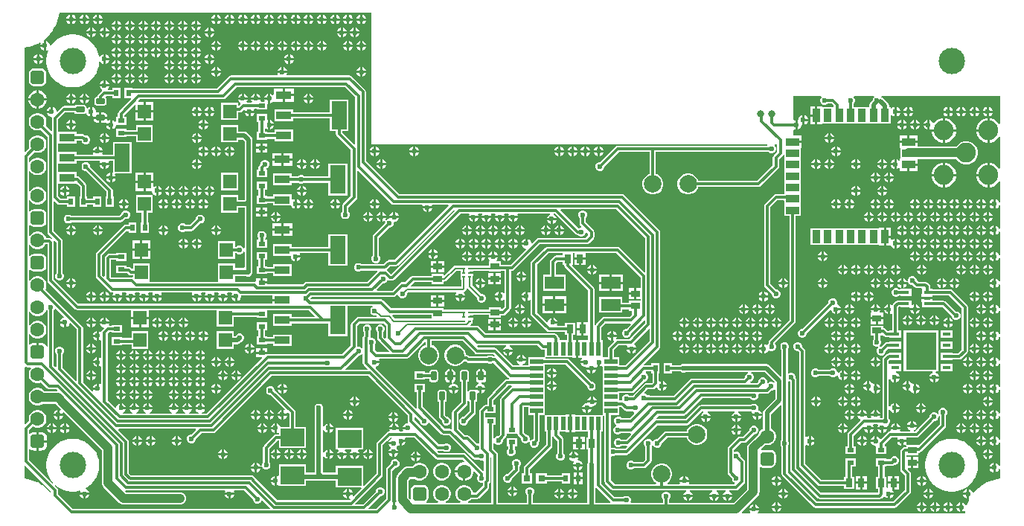
<source format=gbl>
G04*
G04 #@! TF.GenerationSoftware,Altium Limited,Altium Designer,22.8.2 (66)*
G04*
G04 Layer_Physical_Order=2*
G04 Layer_Color=16711680*
%FSLAX44Y44*%
%MOMM*%
G71*
G04*
G04 #@! TF.SameCoordinates,4CF3C48C-3265-4FA0-8EEF-0F06EE1AF109*
G04*
G04*
G04 #@! TF.FilePolarity,Positive*
G04*
G01*
G75*
%ADD10C,0.2000*%
%ADD47R,0.5000X0.8000*%
%ADD53C,2.0000*%
%ADD61R,0.7800X0.9800*%
%ADD63R,0.9800X0.7800*%
%ADD64R,0.8000X0.5000*%
%ADD67R,2.7000X2.0500*%
%ADD70R,0.8000X0.8000*%
%ADD73C,1.0000*%
%ADD74C,0.3000*%
%ADD75C,0.5000*%
%ADD78C,1.6000*%
G04:AMPARAMS|DCode=79|XSize=1.6mm|YSize=1.6mm|CornerRadius=0.4mm|HoleSize=0mm|Usage=FLASHONLY|Rotation=180.000|XOffset=0mm|YOffset=0mm|HoleType=Round|Shape=RoundedRectangle|*
%AMROUNDEDRECTD79*
21,1,1.6000,0.8000,0,0,180.0*
21,1,0.8000,1.6000,0,0,180.0*
1,1,0.8000,-0.4000,0.4000*
1,1,0.8000,0.4000,0.4000*
1,1,0.8000,0.4000,-0.4000*
1,1,0.8000,-0.4000,-0.4000*
%
%ADD79ROUNDEDRECTD79*%
%ADD80C,3.0000*%
G04:AMPARAMS|DCode=81|XSize=1.6mm|YSize=1.6mm|CornerRadius=0.4mm|HoleSize=0mm|Usage=FLASHONLY|Rotation=90.000|XOffset=0mm|YOffset=0mm|HoleType=Round|Shape=RoundedRectangle|*
%AMROUNDEDRECTD81*
21,1,1.6000,0.8000,0,0,90.0*
21,1,0.8000,1.6000,0,0,90.0*
1,1,0.8000,0.4000,0.4000*
1,1,0.8000,0.4000,-0.4000*
1,1,0.8000,-0.4000,-0.4000*
1,1,0.8000,-0.4000,0.4000*
%
%ADD81ROUNDEDRECTD81*%
%ADD82C,0.8000*%
%ADD83C,2.2500*%
%ADD84C,0.6000*%
%ADD85R,1.5000X1.6000*%
G04:AMPARAMS|DCode=86|XSize=0.6mm|YSize=1mm|CornerRadius=0.075mm|HoleSize=0mm|Usage=FLASHONLY|Rotation=0.000|XOffset=0mm|YOffset=0mm|HoleType=Round|Shape=RoundedRectangle|*
%AMROUNDEDRECTD86*
21,1,0.6000,0.8500,0,0,0.0*
21,1,0.4500,1.0000,0,0,0.0*
1,1,0.1500,0.2250,-0.4250*
1,1,0.1500,-0.2250,-0.4250*
1,1,0.1500,-0.2250,0.4250*
1,1,0.1500,0.2250,0.4250*
%
%ADD86ROUNDEDRECTD86*%
%ADD87R,1.5000X0.9000*%
%ADD88R,0.9000X1.5000*%
%ADD89R,0.3500X0.2200*%
%ADD90R,0.4000X0.2200*%
%ADD91R,0.9500X0.4500*%
%ADD92R,3.5000X4.3000*%
%ADD93R,1.7500X0.9500*%
%ADD94R,1.7500X3.2000*%
%ADD95R,1.5000X0.6000*%
%ADD96R,0.6000X1.5000*%
%ADD97R,2.2000X1.4000*%
%ADD98R,0.8000X0.4000*%
G04:AMPARAMS|DCode=99|XSize=0.6mm|YSize=1mm|CornerRadius=0.075mm|HoleSize=0mm|Usage=FLASHONLY|Rotation=270.000|XOffset=0mm|YOffset=0mm|HoleType=Round|Shape=RoundedRectangle|*
%AMROUNDEDRECTD99*
21,1,0.6000,0.8500,0,0,270.0*
21,1,0.4500,1.0000,0,0,270.0*
1,1,0.1500,-0.4250,-0.2250*
1,1,0.1500,-0.4250,0.2250*
1,1,0.1500,0.4250,0.2250*
1,1,0.1500,0.4250,-0.2250*
%
%ADD99ROUNDEDRECTD99*%
G36*
X400000Y425000D02*
X849780D01*
X850459Y423730D01*
X850351Y423569D01*
X680000D01*
X678634Y423297D01*
X677477Y422523D01*
X659953Y405000D01*
X659005D01*
X657168Y404239D01*
X655761Y402832D01*
X655000Y400994D01*
Y399005D01*
X655761Y397168D01*
X657168Y395761D01*
X659005Y395000D01*
X660995D01*
X662832Y395761D01*
X664239Y397168D01*
X665000Y399005D01*
Y399953D01*
X681478Y416431D01*
X716431D01*
Y391467D01*
X715368Y391182D01*
X712632Y389602D01*
X710398Y387368D01*
X708818Y384632D01*
X708000Y381580D01*
Y378420D01*
X708818Y375368D01*
X710398Y372632D01*
X712632Y370398D01*
X715368Y368818D01*
X718420Y368000D01*
X721580D01*
X724632Y368818D01*
X727368Y370398D01*
X729602Y372632D01*
X731182Y375368D01*
X732000Y378420D01*
Y381580D01*
X731182Y384632D01*
X729602Y387368D01*
X727368Y389602D01*
X724632Y391182D01*
X723569Y391467D01*
Y416431D01*
X851497D01*
X852168Y415761D01*
X854005Y415000D01*
X855995D01*
X857832Y415761D01*
X859239Y417168D01*
X860000Y419005D01*
Y420995D01*
X859239Y422832D01*
X858341Y423730D01*
X858867Y425000D01*
X861431D01*
Y416478D01*
X857477Y412523D01*
X856703Y411366D01*
X856431Y410000D01*
Y401478D01*
X838522Y383569D01*
X771467D01*
X771182Y384632D01*
X769602Y387368D01*
X767368Y389602D01*
X764632Y391182D01*
X761580Y392000D01*
X758420D01*
X755368Y391182D01*
X752632Y389602D01*
X750398Y387368D01*
X748818Y384632D01*
X748000Y381580D01*
Y378420D01*
X748818Y375368D01*
X750398Y372632D01*
X752632Y370398D01*
X755368Y368818D01*
X758420Y368000D01*
X761580D01*
X764632Y368818D01*
X767368Y370398D01*
X769602Y372632D01*
X771182Y375368D01*
X771467Y376431D01*
X840000D01*
X841366Y376703D01*
X842523Y377477D01*
X862523Y397477D01*
X863297Y398634D01*
X863569Y400000D01*
Y408522D01*
X867523Y412477D01*
X867572Y412550D01*
X869297Y412885D01*
X869500Y412748D01*
X869500Y408500D01*
X869500Y407230D01*
Y396770D01*
X869500Y395500D01*
X869500Y394230D01*
Y383770D01*
X869500Y382500D01*
X869500Y381230D01*
Y370770D01*
X869500Y369500D01*
X868683Y368569D01*
X860000D01*
X858634Y368297D01*
X857477Y367523D01*
X847477Y357523D01*
X846703Y356366D01*
X846431Y355000D01*
Y265000D01*
X846703Y263634D01*
X847477Y262477D01*
X855000Y254953D01*
Y254005D01*
X855761Y252168D01*
X857168Y250761D01*
X859005Y250000D01*
X860995D01*
X862832Y250761D01*
X864239Y252168D01*
X865000Y254005D01*
Y255995D01*
X864239Y257832D01*
X862832Y259239D01*
X860995Y260000D01*
X860047D01*
X853569Y266478D01*
Y353522D01*
X861478Y361431D01*
X868602D01*
X869500Y360533D01*
X869500Y356500D01*
X869500Y355230D01*
Y343500D01*
X875431D01*
Y246000D01*
X875431Y246000D01*
X875431Y246000D01*
Y225478D01*
X852477Y202523D01*
X851703Y201366D01*
X851431Y200000D01*
Y198503D01*
X850761Y197832D01*
X850462Y197110D01*
X849376Y196894D01*
X849052Y197024D01*
X847189Y197795D01*
Y192325D01*
Y186854D01*
X849058Y187628D01*
X850616Y189187D01*
X851006Y190127D01*
X852168Y190761D01*
X854005Y190000D01*
X855995D01*
X857832Y190761D01*
X859239Y192168D01*
X860000Y194005D01*
Y195995D01*
X859239Y197832D01*
X858569Y198503D01*
Y198522D01*
X881523Y221477D01*
X882297Y222634D01*
X882569Y224000D01*
Y246000D01*
Y343500D01*
X888500D01*
Y355230D01*
X888500Y356500D01*
X888500Y357770D01*
Y368230D01*
X888500Y369500D01*
X888500Y370770D01*
Y381230D01*
X888500Y382500D01*
X888500Y383770D01*
Y394230D01*
X888500Y395500D01*
X888500Y396770D01*
Y407230D01*
X888500Y408500D01*
X888500Y409770D01*
Y420960D01*
X889040D01*
Y426730D01*
X879000D01*
Y429270D01*
X889040D01*
Y435040D01*
X880000D01*
Y441370D01*
X881270Y442219D01*
X882150Y441854D01*
Y447325D01*
Y452795D01*
X881270Y452431D01*
X880000Y453279D01*
Y480000D01*
X911133D01*
X911659Y478730D01*
X910761Y477832D01*
X910000Y475995D01*
Y474005D01*
X910761Y472168D01*
X912168Y470761D01*
X914005Y470000D01*
X915995D01*
X917832Y470761D01*
X918503Y471431D01*
X923522D01*
X925857Y469096D01*
X925719Y467692D01*
X925500Y467500D01*
X924230Y467500D01*
X913040D01*
Y468040D01*
X907270D01*
Y458000D01*
Y447960D01*
X913040D01*
Y448500D01*
X924230D01*
X925500Y448500D01*
X926770Y448500D01*
X937230D01*
X938500Y448500D01*
X939770Y448500D01*
X950230D01*
X951500Y448500D01*
X952770Y448500D01*
X963230D01*
X964500Y448500D01*
X965770Y448500D01*
X976230D01*
X977500Y448500D01*
Y448500D01*
X977500D01*
Y448500D01*
X990500D01*
Y458113D01*
X991770Y458639D01*
X992781Y457628D01*
X994650Y456854D01*
Y462325D01*
Y467795D01*
X992781Y467021D01*
X991770Y466010D01*
X990500Y466536D01*
Y467500D01*
X988588D01*
Y469000D01*
X988239Y470756D01*
X987244Y472244D01*
X981818Y477670D01*
X980330Y478665D01*
X980002Y478730D01*
X980127Y480000D01*
X1115000D01*
Y448403D01*
X1113730Y448063D01*
X1113035Y449267D01*
X1110467Y451835D01*
X1107323Y453650D01*
X1103816Y454590D01*
X1103270D01*
Y440800D01*
Y427010D01*
X1103816D01*
X1107323Y427950D01*
X1110467Y429765D01*
X1113035Y432333D01*
X1113730Y433537D01*
X1115000Y433197D01*
Y397603D01*
X1113730Y397263D01*
X1113035Y398467D01*
X1110467Y401035D01*
X1107323Y402850D01*
X1103816Y403790D01*
X1103270D01*
Y390000D01*
Y376210D01*
X1103816D01*
X1107323Y377150D01*
X1110467Y378965D01*
X1113035Y381533D01*
X1113730Y382737D01*
X1115000Y382397D01*
Y359233D01*
X1113730Y358981D01*
X1113116Y360463D01*
X1111558Y362021D01*
X1109689Y362795D01*
Y357325D01*
Y351854D01*
X1111558Y352628D01*
X1113116Y354187D01*
X1113730Y355669D01*
X1115000Y355416D01*
Y329233D01*
X1113730Y328981D01*
X1113116Y330463D01*
X1111558Y332021D01*
X1109689Y332795D01*
Y327325D01*
Y321854D01*
X1111558Y322628D01*
X1113116Y324187D01*
X1113730Y325669D01*
X1115000Y325416D01*
Y299233D01*
X1113730Y298981D01*
X1113116Y300463D01*
X1111558Y302021D01*
X1109689Y302795D01*
Y297325D01*
Y291854D01*
X1111558Y292628D01*
X1113116Y294187D01*
X1113730Y295669D01*
X1115000Y295416D01*
Y269233D01*
X1113730Y268981D01*
X1113116Y270463D01*
X1111558Y272021D01*
X1109689Y272795D01*
Y267325D01*
Y261854D01*
X1111558Y262628D01*
X1113116Y264187D01*
X1113730Y265669D01*
X1115000Y265416D01*
Y239233D01*
X1113730Y238981D01*
X1113116Y240463D01*
X1111558Y242021D01*
X1109689Y242795D01*
Y237325D01*
Y231854D01*
X1111558Y232628D01*
X1113116Y234187D01*
X1113730Y235669D01*
X1115000Y235416D01*
Y209233D01*
X1113730Y208981D01*
X1113116Y210463D01*
X1111558Y212021D01*
X1109689Y212795D01*
Y207325D01*
Y201854D01*
X1111558Y202628D01*
X1113116Y204187D01*
X1113730Y205669D01*
X1115000Y205416D01*
Y179233D01*
X1113730Y178981D01*
X1113116Y180463D01*
X1111558Y182021D01*
X1109689Y182795D01*
Y177325D01*
Y171854D01*
X1111558Y172628D01*
X1113116Y174187D01*
X1113730Y175669D01*
X1115000Y175416D01*
Y149233D01*
X1113730Y148981D01*
X1113116Y150463D01*
X1111558Y152021D01*
X1109689Y152795D01*
Y147325D01*
Y141854D01*
X1111558Y142628D01*
X1113116Y144187D01*
X1113730Y145669D01*
X1115000Y145416D01*
Y119233D01*
X1113730Y118981D01*
X1113116Y120463D01*
X1111558Y122021D01*
X1109689Y122795D01*
Y117325D01*
Y111854D01*
X1111558Y112628D01*
X1113116Y114187D01*
X1113730Y115669D01*
X1115000Y115416D01*
Y89233D01*
X1113730Y88981D01*
X1113116Y90463D01*
X1111558Y92021D01*
X1109689Y92795D01*
Y87325D01*
Y81854D01*
X1111558Y82628D01*
X1113116Y84187D01*
X1113730Y85669D01*
X1115000Y85416D01*
Y59233D01*
X1113730Y58981D01*
X1113116Y60463D01*
X1111558Y62021D01*
X1109689Y62795D01*
Y57325D01*
Y51855D01*
X1111558Y52628D01*
X1113116Y54187D01*
X1113730Y55669D01*
X1115000Y55416D01*
Y44742D01*
X1111531Y44286D01*
X1111212Y44177D01*
X1110877Y44156D01*
X1105823Y42801D01*
X1105521Y42653D01*
X1105192Y42587D01*
X1100358Y40585D01*
X1100078Y40398D01*
X1099760Y40290D01*
X1095228Y37674D01*
X1094975Y37452D01*
X1094674Y37303D01*
X1090523Y34118D01*
X1090301Y33865D01*
X1090021Y33678D01*
X1086322Y29978D01*
X1086135Y29699D01*
X1085882Y29477D01*
X1085133Y28501D01*
X1083790Y28837D01*
X1083116Y30463D01*
X1081558Y32021D01*
X1079689Y32795D01*
Y27325D01*
Y21074D01*
X1079978Y20704D01*
X1079710Y20240D01*
X1079602Y19922D01*
X1079415Y19642D01*
X1077413Y14808D01*
X1076183Y14484D01*
X1075998Y14540D01*
X1075616Y15463D01*
X1074058Y17021D01*
X1072189Y17795D01*
Y12325D01*
Y6855D01*
X1074058Y7628D01*
X1074363Y7934D01*
X1075566Y7340D01*
X1075270Y5098D01*
X839729D01*
X839203Y6368D01*
X839697Y6862D01*
X840470Y8730D01*
X829530D01*
X830303Y6862D01*
X830797Y6368D01*
X830271Y5098D01*
X821742D01*
X821256Y6271D01*
X839400Y24415D01*
X840522Y25877D01*
X841227Y27580D01*
X841468Y29408D01*
Y57585D01*
X842738Y58264D01*
X843659Y57648D01*
X846000Y57182D01*
X854000D01*
X856341Y57648D01*
X858326Y58974D01*
X859652Y60959D01*
X860117Y63300D01*
Y71300D01*
X859652Y73641D01*
X858326Y75626D01*
X856341Y76952D01*
X854000Y77417D01*
X846000D01*
X843751Y76970D01*
X843676Y77026D01*
X843322Y78337D01*
X847896Y82911D01*
X848683Y82700D01*
X851317D01*
X853860Y83382D01*
X856140Y84698D01*
X858002Y86560D01*
X859318Y88840D01*
X860000Y91383D01*
Y94017D01*
X859318Y96560D01*
X858002Y98840D01*
X856140Y100702D01*
X854588Y101598D01*
Y118099D01*
X865258Y128770D01*
X866431Y128284D01*
Y88503D01*
X865761Y87832D01*
X865000Y85995D01*
Y84005D01*
X865761Y82168D01*
X866431Y81497D01*
Y50000D01*
X866703Y48634D01*
X867477Y47477D01*
X902477Y12477D01*
X903634Y11703D01*
X905000Y11431D01*
X995000D01*
X996366Y11703D01*
X997523Y12477D01*
X1012523Y27477D01*
X1013297Y28634D01*
X1013569Y30000D01*
Y50000D01*
X1013297Y51366D01*
X1012523Y52523D01*
X1009757Y55290D01*
X1010283Y56560D01*
X1013730D01*
Y63000D01*
Y69440D01*
X1008569D01*
Y71100D01*
X1021900D01*
Y74074D01*
X1022643D01*
X1024008Y74346D01*
X1025166Y75119D01*
X1052523Y102477D01*
X1053297Y103634D01*
X1053569Y105000D01*
Y116497D01*
X1054239Y117168D01*
X1055000Y119005D01*
Y120995D01*
X1054239Y122832D01*
X1052832Y124239D01*
X1050995Y125000D01*
X1049005D01*
X1047168Y124239D01*
X1045761Y122832D01*
X1045000Y120995D01*
Y119005D01*
X1045098Y118769D01*
X1044021Y118050D01*
X1042832Y119239D01*
X1040995Y120000D01*
X1039005D01*
X1037168Y119239D01*
X1035761Y117832D01*
X1035000Y115995D01*
Y115047D01*
X1018522Y98569D01*
X1017269D01*
X1017016Y99839D01*
X1018138Y100303D01*
X1019697Y101862D01*
X1020470Y103730D01*
X1009530D01*
X1010303Y101862D01*
X1011862Y100303D01*
X1012984Y99839D01*
X1012731Y98569D01*
X1001657D01*
X1000886Y99839D01*
X1001390Y101055D01*
X990449D01*
X990953Y99839D01*
X990182Y98569D01*
X990000D01*
X988634Y98297D01*
X987477Y97523D01*
X979598Y89645D01*
X978352Y89893D01*
X978116Y90463D01*
X976558Y92021D01*
X974689Y92795D01*
Y87325D01*
X973419D01*
Y86055D01*
X967949D01*
X968723Y84187D01*
X970281Y82628D01*
X972318Y81785D01*
X972848D01*
X974000Y81500D01*
X974000Y80647D01*
Y72500D01*
X986000D01*
Y81500D01*
X983569D01*
Y83522D01*
X991478Y91431D01*
X998032D01*
X998598Y90161D01*
X997949Y88595D01*
X1008890D01*
X1008241Y90161D01*
X1008807Y91431D01*
X1020000D01*
X1021366Y91703D01*
X1022523Y92477D01*
X1040047Y110000D01*
X1040995D01*
X1042832Y110761D01*
X1044239Y112168D01*
X1045000Y114005D01*
Y115050D01*
X1046270Y115811D01*
X1046431Y115725D01*
Y106478D01*
X1022574Y82621D01*
X1021900Y82900D01*
Y82900D01*
X1008625D01*
X1008099Y84170D01*
X1008116Y84187D01*
X1008890Y86055D01*
X1004689D01*
Y81854D01*
X1006558Y82628D01*
X1006831Y82901D01*
X1008100Y82375D01*
Y80569D01*
X1006757D01*
X1005392Y80297D01*
X1004234Y79523D01*
X1002477Y77766D01*
X1001703Y76608D01*
X1001431Y75243D01*
Y55000D01*
X1001703Y53634D01*
X1002477Y52477D01*
X1006431Y48522D01*
Y31478D01*
X993522Y18569D01*
X906478D01*
X873569Y51478D01*
Y81497D01*
X874239Y82168D01*
X875000Y84005D01*
Y85995D01*
X874239Y87832D01*
X873569Y88503D01*
Y155166D01*
X874839Y155676D01*
X876431Y155016D01*
Y55000D01*
X876703Y53634D01*
X877477Y52477D01*
X907477Y22477D01*
X908634Y21703D01*
X910000Y21431D01*
X978243D01*
X979608Y21703D01*
X980766Y22477D01*
X982386Y24096D01*
X983079Y24143D01*
X983901Y24009D01*
X985281Y22628D01*
X987150Y21855D01*
Y27325D01*
X988419D01*
Y28595D01*
X993890D01*
X993116Y30463D01*
X992289Y31290D01*
X992730Y32354D01*
Y38730D01*
X987560D01*
Y33941D01*
X987170Y33755D01*
X985900Y34557D01*
Y46900D01*
X983569D01*
Y58500D01*
X986000D01*
Y59432D01*
X992188D01*
X993554Y59703D01*
X994001Y60002D01*
X994005Y60000D01*
X995995D01*
X997832Y60761D01*
X999239Y62168D01*
X1000000Y64005D01*
Y65995D01*
X999239Y67832D01*
X997832Y69239D01*
X995995Y70000D01*
X994005D01*
X992168Y69239D01*
X990761Y67832D01*
X990238Y66569D01*
X986000D01*
Y67500D01*
X974000D01*
Y58500D01*
X976431D01*
Y46900D01*
X974100D01*
Y33100D01*
X976431D01*
Y28569D01*
X911478D01*
X883569Y56478D01*
Y156743D01*
X883297Y158108D01*
X882523Y159266D01*
X882465Y159325D01*
Y160995D01*
X881703Y162832D01*
X880297Y164239D01*
X878459Y165000D01*
X876470D01*
X874839Y164324D01*
X873569Y164834D01*
Y191497D01*
X874239Y192168D01*
X875000Y194005D01*
Y195995D01*
X874239Y197832D01*
X872832Y199239D01*
X870995Y200000D01*
X869006D01*
X867168Y199239D01*
X865761Y197832D01*
X865000Y195995D01*
Y194005D01*
X865761Y192168D01*
X866431Y191497D01*
Y161716D01*
X865258Y161231D01*
X852780Y173709D01*
X851291Y174703D01*
X849536Y175053D01*
X756989D01*
X755995Y175464D01*
X754006D01*
X752168Y174703D01*
X751265Y173801D01*
X741500D01*
Y176000D01*
X732500D01*
Y164000D01*
X741500D01*
Y166664D01*
X751730D01*
X752168Y166226D01*
X754006Y165464D01*
X755995D01*
X756989Y165876D01*
X827802D01*
X828055Y164606D01*
X827168Y164239D01*
X825761Y162832D01*
X825000Y160995D01*
Y160047D01*
X823522Y158569D01*
X765000D01*
X763634Y158297D01*
X762477Y157523D01*
X744022Y139069D01*
X717171D01*
X716940Y139223D01*
X715574Y139494D01*
X714077D01*
X712832Y140739D01*
X710995Y141500D01*
X710770D01*
X710284Y142673D01*
X714043Y146431D01*
X720000D01*
X721366Y146703D01*
X722523Y147477D01*
X723337Y148290D01*
X724835Y147992D01*
X725303Y146862D01*
X726862Y145303D01*
X728730Y144530D01*
Y150000D01*
Y155470D01*
X727839Y155101D01*
X726569Y155950D01*
Y164000D01*
X727500D01*
Y176000D01*
X718500D01*
Y173569D01*
X710411D01*
X709862Y174643D01*
X709843Y174796D01*
X727523Y192477D01*
X728297Y193634D01*
X728569Y195000D01*
Y325000D01*
X728297Y326366D01*
X727523Y327523D01*
X687523Y367523D01*
X686366Y368297D01*
X685000Y368569D01*
X431478D01*
X393569Y406478D01*
Y485000D01*
X393297Y486366D01*
X392523Y487523D01*
X377523Y502523D01*
X376366Y503297D01*
X375000Y503569D01*
X304158D01*
X303386Y504839D01*
X303890Y506055D01*
X292949D01*
X293453Y504839D01*
X292682Y503569D01*
X240000D01*
X238634Y503297D01*
X237477Y502523D01*
X223522Y488569D01*
X128022D01*
Y489569D01*
X119022D01*
Y477569D01*
X125863D01*
X126348Y476395D01*
X112477Y462523D01*
X111703Y461366D01*
X111431Y460000D01*
Y456500D01*
X109000D01*
Y451375D01*
X107730Y450849D01*
X106558Y452021D01*
X104690Y452795D01*
Y447325D01*
Y441854D01*
X106558Y442628D01*
X108116Y444187D01*
X108960Y446223D01*
Y446247D01*
X109000Y447500D01*
X110230Y447500D01*
X121000D01*
Y456500D01*
X118569D01*
Y458522D01*
X130287Y470240D01*
X131460Y469754D01*
Y463970D01*
X140230D01*
Y473240D01*
X134946D01*
X134460Y474413D01*
X136478Y476431D01*
X231243D01*
X232608Y476703D01*
X233766Y477477D01*
X246478Y490189D01*
X369765D01*
X381431Y478522D01*
Y425275D01*
X380258Y424789D01*
X366569Y438478D01*
Y440000D01*
X373750D01*
Y476000D01*
X352250D01*
Y461569D01*
X310750D01*
Y464750D01*
X289250D01*
Y451250D01*
X310750D01*
Y454431D01*
X352250D01*
Y440000D01*
X359431D01*
Y437000D01*
X359703Y435634D01*
X360477Y434477D01*
X376431Y418522D01*
Y366478D01*
X367477Y357523D01*
X366703Y356366D01*
X366431Y355000D01*
Y348503D01*
X365761Y347832D01*
X365000Y345995D01*
Y344005D01*
X365761Y342168D01*
X367168Y340761D01*
X369005Y340000D01*
X370995D01*
X372832Y340761D01*
X374239Y342168D01*
X375000Y344005D01*
Y345995D01*
X374239Y347832D01*
X373569Y348503D01*
Y353522D01*
X382523Y362477D01*
X383297Y363634D01*
X383569Y365000D01*
Y394725D01*
X384742Y395211D01*
X422477Y357477D01*
X423634Y356703D01*
X425000Y356431D01*
X457494D01*
X458200Y355375D01*
X457949Y354770D01*
X468890D01*
X468639Y355375D01*
X469345Y356431D01*
X487272D01*
X487758Y355258D01*
X426068Y293569D01*
X420000D01*
X418634Y293297D01*
X417477Y292523D01*
X413522Y288569D01*
X388503D01*
X387832Y289239D01*
X385995Y290000D01*
X384005D01*
X382168Y289239D01*
X380761Y287832D01*
X380000Y285995D01*
Y284005D01*
X380761Y282168D01*
X382168Y280761D01*
X384005Y280000D01*
X385995D01*
X387832Y280761D01*
X388503Y281431D01*
X406204D01*
X406730Y280161D01*
X395137Y268569D01*
X326214D01*
X324849Y268297D01*
X323691Y267523D01*
X321736Y265569D01*
X281540D01*
Y266730D01*
X275000D01*
Y268000D01*
X273730D01*
Y273040D01*
X268460D01*
Y269345D01*
X267190Y268441D01*
X266550Y268569D01*
X245076D01*
X244500Y269600D01*
X244500Y269839D01*
Y275012D01*
X257611D01*
X258605Y274600D01*
X260595D01*
X262432Y275361D01*
X263839Y276768D01*
X264600Y278605D01*
Y280595D01*
X264380Y281127D01*
Y284051D01*
X264588Y285100D01*
Y360000D01*
Y430000D01*
X264239Y431756D01*
X263244Y433244D01*
X258244Y438244D01*
X256756Y439239D01*
X255000Y439588D01*
X248000D01*
Y447300D01*
X229000D01*
Y427300D01*
X248000D01*
Y430412D01*
X253099D01*
X255412Y428100D01*
Y361900D01*
X255399Y361888D01*
X248000D01*
Y367300D01*
X229000D01*
Y347300D01*
X248000D01*
Y352712D01*
X255412D01*
Y307227D01*
X254142Y306974D01*
X253804Y307791D01*
X252397Y309197D01*
X250560Y309958D01*
X248570D01*
X246733Y309197D01*
X246062Y308527D01*
X244500D01*
Y315000D01*
X225500D01*
Y295000D01*
X244500D01*
Y301390D01*
X246062D01*
X246733Y300719D01*
X248570Y299958D01*
X250560D01*
X252397Y300719D01*
X253804Y302126D01*
X254142Y302942D01*
X255412Y302689D01*
Y285940D01*
X255203Y284891D01*
Y284188D01*
X244500D01*
Y289600D01*
X225500D01*
Y269839D01*
X225500Y269600D01*
X224924Y268569D01*
X148076D01*
X147500Y269600D01*
Y289600D01*
X128500D01*
Y283647D01*
X127230Y283367D01*
X126023Y284573D01*
X124866Y285347D01*
X123500Y285619D01*
X121000D01*
Y287500D01*
X109000D01*
Y278500D01*
X115857D01*
X115950Y278481D01*
X122022D01*
X123427Y277077D01*
X124584Y276303D01*
X125950Y276031D01*
X128500D01*
Y274301D01*
X127518Y273495D01*
X127150Y273569D01*
X103963D01*
X103569Y273963D01*
Y293431D01*
X109000D01*
Y292500D01*
X121000D01*
Y301500D01*
X109000D01*
Y300569D01*
X101757D01*
X100392Y300297D01*
X99234Y299523D01*
X97477Y297766D01*
X96703Y296608D01*
X96431Y295243D01*
Y275275D01*
X95258Y274789D01*
X93569Y276478D01*
Y298522D01*
X121478Y326431D01*
X123500D01*
Y324000D01*
X132500D01*
Y336000D01*
X123500D01*
Y333569D01*
X120000D01*
X118634Y333297D01*
X117477Y332523D01*
X87477Y302523D01*
X86703Y301366D01*
X86431Y300000D01*
Y275000D01*
X86703Y273634D01*
X87477Y272477D01*
X102477Y257477D01*
X103634Y256703D01*
X105000Y256431D01*
X105532D01*
X106098Y255161D01*
X105449Y253595D01*
X116390D01*
X115741Y255161D01*
X116307Y256431D01*
X120532D01*
X121098Y255161D01*
X120449Y253595D01*
X131390D01*
X130741Y255161D01*
X131307Y256431D01*
X135532D01*
X136098Y255161D01*
X135449Y253595D01*
X146390D01*
X145741Y255161D01*
X146307Y256431D01*
X150532D01*
X151098Y255161D01*
X150449Y253595D01*
X161390D01*
X160741Y255161D01*
X161307Y256431D01*
X195532D01*
X196098Y255161D01*
X195449Y253595D01*
X206390D01*
X205741Y255161D01*
X206307Y256431D01*
X210532D01*
X211098Y255161D01*
X210449Y253595D01*
X221390D01*
X220741Y255161D01*
X221307Y256431D01*
X225532D01*
X226098Y255161D01*
X225449Y253595D01*
X236390D01*
X235741Y255161D01*
X236307Y256431D01*
X240532D01*
X241098Y255161D01*
X240449Y253595D01*
X245920D01*
Y252325D01*
X247190D01*
Y246854D01*
X249058Y247628D01*
X250616Y249187D01*
X251460Y251223D01*
Y253427D01*
X251463Y253431D01*
X287210D01*
Y249270D01*
X298500D01*
Y246730D01*
X287210D01*
Y243569D01*
X66478D01*
X38569Y271478D01*
Y313243D01*
X38297Y314608D01*
X37789Y315368D01*
X38776Y316177D01*
X41431Y313522D01*
Y278503D01*
X40761Y277832D01*
X40000Y275995D01*
Y274005D01*
X40761Y272168D01*
X42168Y270761D01*
X44005Y270000D01*
X45995D01*
X47832Y270761D01*
X49239Y272168D01*
X50000Y274005D01*
Y275995D01*
X49239Y277832D01*
X48569Y278503D01*
Y315000D01*
X48297Y316366D01*
X47523Y317523D01*
X38569Y326478D01*
Y359725D01*
X39742Y360211D01*
X42477Y357477D01*
X43634Y356703D01*
X45000Y356431D01*
X53500D01*
Y354000D01*
X62500D01*
Y366000D01*
X53500D01*
Y363569D01*
X46478D01*
X43569Y366478D01*
Y380250D01*
X64250D01*
X64250Y380250D01*
Y380250D01*
X65276Y379678D01*
X68431Y376522D01*
Y366000D01*
X67500D01*
Y354000D01*
X76500D01*
Y356431D01*
X83500D01*
Y354000D01*
X92500D01*
Y366000D01*
X83500D01*
Y363569D01*
X76500D01*
Y366000D01*
X75569D01*
Y378000D01*
X75297Y379366D01*
X74523Y380523D01*
X67523Y387523D01*
X66366Y388297D01*
X65000Y388569D01*
X64250D01*
Y393750D01*
X43569D01*
Y403250D01*
X64250D01*
Y406431D01*
X90532D01*
X91098Y405161D01*
X90449Y403595D01*
X101390D01*
X100741Y405161D01*
X101307Y406431D01*
X105750D01*
Y393499D01*
X104694Y392793D01*
X104690Y392795D01*
Y388595D01*
X108890D01*
X108116Y390463D01*
X107753Y390827D01*
X108239Y392000D01*
X127250D01*
Y428000D01*
X105750D01*
Y413569D01*
X94158D01*
X93386Y414839D01*
X93890Y416055D01*
X82949D01*
X83453Y414839D01*
X82682Y413569D01*
X64250D01*
Y416750D01*
X43569D01*
Y426250D01*
X64250D01*
Y429431D01*
X69710D01*
X70000Y429142D01*
Y429005D01*
X70761Y427168D01*
X72168Y425761D01*
X74005Y425000D01*
X75995D01*
X77832Y425761D01*
X79239Y427168D01*
X80000Y429005D01*
Y430995D01*
X79239Y432832D01*
X77832Y434239D01*
X75995Y435000D01*
X74235D01*
X73712Y435523D01*
X72554Y436297D01*
X71188Y436569D01*
X64250D01*
Y439750D01*
X43569D01*
Y453522D01*
X51728Y461681D01*
X61659D01*
X61660Y461677D01*
X62267Y460767D01*
X63177Y460160D01*
X64250Y459946D01*
X72750D01*
X73823Y460160D01*
X74310Y460485D01*
X75591Y460269D01*
X75833Y460128D01*
X76223Y459187D01*
X77782Y457628D01*
X79650Y456854D01*
Y462325D01*
Y467795D01*
X77782Y467021D01*
X76824Y466064D01*
X75554Y466590D01*
Y467250D01*
X75340Y468323D01*
X74733Y469233D01*
X73823Y469840D01*
X72750Y470054D01*
X64250D01*
X63177Y469840D01*
X62267Y469233D01*
X61991Y468819D01*
X50250D01*
X48884Y468547D01*
X47727Y467773D01*
X42633Y462680D01*
X41460Y463166D01*
Y463427D01*
X40616Y465463D01*
X39058Y467021D01*
X37190Y467795D01*
Y462325D01*
X35920D01*
Y461055D01*
X30449D01*
X31223Y459187D01*
X32782Y457628D01*
X34818Y456785D01*
X35572D01*
X36534Y455515D01*
X36431Y455000D01*
Y440675D01*
X35258Y440189D01*
X29021Y446425D01*
X29318Y446940D01*
X30000Y449483D01*
Y452117D01*
X29318Y454660D01*
X28002Y456940D01*
X26140Y458802D01*
X23860Y460118D01*
X21316Y460800D01*
X18684D01*
X16140Y460118D01*
X13860Y458802D01*
X11998Y456940D01*
X10682Y454660D01*
X10000Y452117D01*
Y449483D01*
X10682Y446940D01*
X11998Y444660D01*
X13860Y442798D01*
X16140Y441482D01*
X18684Y440800D01*
X21316D01*
X23860Y441482D01*
X23867Y441486D01*
X31431Y433922D01*
Y325000D01*
X31703Y323634D01*
X32477Y322477D01*
X36177Y318776D01*
X35368Y317789D01*
X34608Y318297D01*
X33243Y318569D01*
X29611D01*
X29318Y319660D01*
X28002Y321940D01*
X26140Y323802D01*
X23860Y325118D01*
X21316Y325800D01*
X18684D01*
X16140Y325118D01*
X13860Y323802D01*
X11998Y321940D01*
X11338Y320798D01*
X10068Y321138D01*
Y332992D01*
X11338Y333377D01*
X11674Y332874D01*
X13659Y331548D01*
X16000Y331082D01*
X24000D01*
X26341Y331548D01*
X28326Y332874D01*
X29652Y334859D01*
X30117Y337200D01*
Y345200D01*
X29652Y347541D01*
X28326Y349526D01*
X26341Y350852D01*
X24000Y351317D01*
X16000D01*
X13659Y350852D01*
X11674Y349526D01*
X11338Y349023D01*
X10068Y349408D01*
Y361262D01*
X11338Y361602D01*
X11998Y360460D01*
X13860Y358598D01*
X16140Y357281D01*
X18684Y356600D01*
X21316D01*
X23860Y357281D01*
X26140Y358598D01*
X28002Y360460D01*
X29318Y362740D01*
X30000Y365284D01*
Y367916D01*
X29318Y370460D01*
X28002Y372740D01*
X26140Y374602D01*
X23860Y375919D01*
X21316Y376600D01*
X18684D01*
X16140Y375919D01*
X13860Y374602D01*
X11998Y372740D01*
X11338Y371598D01*
X10068Y371938D01*
Y394662D01*
X11338Y395002D01*
X11998Y393860D01*
X13860Y391998D01*
X16140Y390681D01*
X18684Y390000D01*
X21316D01*
X23860Y390681D01*
X26140Y391998D01*
X28002Y393860D01*
X29318Y396140D01*
X30000Y398684D01*
Y401316D01*
X29318Y403860D01*
X28002Y406140D01*
X26140Y408002D01*
X23860Y409319D01*
X21316Y410000D01*
X18684D01*
X16140Y409319D01*
X13860Y408002D01*
X11998Y406140D01*
X11338Y404998D01*
X10068Y405338D01*
Y410022D01*
X16133Y416086D01*
X16140Y416082D01*
X18684Y415400D01*
X21316D01*
X23860Y416082D01*
X26140Y417398D01*
X28002Y419260D01*
X29318Y421540D01*
X30000Y424084D01*
Y426716D01*
X29318Y429260D01*
X28002Y431540D01*
X26140Y433402D01*
X23860Y434719D01*
X21316Y435400D01*
X18684D01*
X16140Y434719D01*
X13860Y433402D01*
X11998Y431540D01*
X10682Y429260D01*
X10000Y426716D01*
Y424084D01*
X10682Y421540D01*
X10979Y421025D01*
X6271Y416318D01*
X5098Y416804D01*
Y535271D01*
X8469Y535714D01*
X8788Y535822D01*
X9123Y535844D01*
X14177Y537199D01*
X14479Y537347D01*
X14808Y537413D01*
X19642Y539415D01*
X19922Y539602D01*
X20240Y539710D01*
X22739Y541153D01*
X22868Y541062D01*
X23610Y540189D01*
X22949Y538595D01*
X27150D01*
Y543849D01*
X27086Y543979D01*
X27074Y544038D01*
X29477Y545882D01*
X29699Y546135D01*
X29978Y546322D01*
X33678Y550022D01*
X33865Y550301D01*
X34118Y550523D01*
X37303Y554674D01*
X37452Y554976D01*
X37674Y555228D01*
X40290Y559759D01*
X40398Y560078D01*
X40585Y560358D01*
X42587Y565192D01*
X42653Y565521D01*
X42801Y565823D01*
X44156Y570877D01*
X44177Y571213D01*
X44286Y571531D01*
X44729Y574902D01*
X400000D01*
Y425000D01*
D02*
G37*
G36*
X971659Y478730D02*
X970761Y477832D01*
X970000Y475995D01*
Y475677D01*
X967756Y473433D01*
X966761Y471944D01*
X966412Y470188D01*
Y468398D01*
X965514Y467500D01*
X964500Y467500D01*
X963230Y467500D01*
X952770D01*
X951500Y467500D01*
X950230Y467500D01*
X948569D01*
Y471497D01*
X949239Y472168D01*
X950000Y474005D01*
Y475995D01*
X949239Y477832D01*
X948341Y478730D01*
X948867Y480000D01*
X971133D01*
X971659Y478730D01*
D02*
G37*
G36*
X631923Y323030D02*
X633081Y322256D01*
X634444Y321985D01*
X635668Y320761D01*
X637505Y320000D01*
X639495D01*
X641332Y320761D01*
X642739Y322168D01*
X643500Y324005D01*
Y324657D01*
X644770Y325183D01*
X646431Y323522D01*
Y321478D01*
X643522Y318569D01*
X590000D01*
X588634Y318297D01*
X587477Y317523D01*
X582633Y312680D01*
X581460Y313166D01*
Y313427D01*
X580616Y315463D01*
X579058Y317021D01*
X577190Y317795D01*
Y312325D01*
X575920D01*
Y311055D01*
X570449D01*
X571223Y309187D01*
X572781Y307628D01*
X574818Y306785D01*
X575079D01*
X575565Y305611D01*
X558096Y288143D01*
X546900D01*
Y291900D01*
X542626D01*
X542100Y293170D01*
X543116Y294187D01*
X543890Y296055D01*
X532949D01*
X533723Y294187D01*
X534740Y293170D01*
X534214Y291900D01*
X533100D01*
Y287059D01*
X515250D01*
Y287100D01*
X501250D01*
Y287059D01*
X495000D01*
X493829Y286826D01*
X492837Y286163D01*
X492837Y286163D01*
X483073Y276399D01*
X481900Y276885D01*
Y277900D01*
X468100D01*
Y275569D01*
X447000D01*
X445634Y275297D01*
X444477Y274523D01*
X438022Y268069D01*
X434500D01*
X433134Y267797D01*
X431977Y267023D01*
X423522Y258569D01*
X406082D01*
X405596Y259742D01*
X412951Y267096D01*
X413898D01*
X415736Y267857D01*
X417143Y269264D01*
X417419Y269931D01*
X417523Y270032D01*
X418980Y270381D01*
X419488Y270042D01*
X420854Y269770D01*
X423339D01*
X424704Y270042D01*
X425862Y270815D01*
X501478Y346431D01*
X510532D01*
X511098Y345161D01*
X510449Y343595D01*
X521390D01*
X520741Y345161D01*
X521307Y346431D01*
X525532D01*
X526098Y345161D01*
X525449Y343595D01*
X536390D01*
X535741Y345161D01*
X536307Y346431D01*
X540532D01*
X541098Y345161D01*
X540449Y343595D01*
X551390D01*
X550741Y345161D01*
X551307Y346431D01*
X555532D01*
X556098Y345161D01*
X555449Y343595D01*
X566390D01*
X565741Y345161D01*
X566307Y346431D01*
X602732D01*
X602984Y345161D01*
X601862Y344697D01*
X600303Y343138D01*
X599530Y341270D01*
X610470D01*
X609697Y343138D01*
X608138Y344697D01*
X607016Y345161D01*
X607269Y346431D01*
X608522D01*
X631923Y323030D01*
D02*
G37*
G36*
X31431Y270000D02*
X31703Y268634D01*
X32477Y267477D01*
X62477Y237477D01*
X63634Y236703D01*
X65000Y236431D01*
X126460D01*
Y228970D01*
X136500D01*
X146540D01*
Y236431D01*
X224000D01*
Y217700D01*
X243000D01*
Y228431D01*
X269000D01*
Y227500D01*
X281000D01*
Y236431D01*
X287044D01*
X288300Y236181D01*
X308700D01*
X309956Y236431D01*
X328522D01*
X335211Y229742D01*
X334725Y228569D01*
X309250D01*
Y231750D01*
X287750D01*
Y218250D01*
X309250D01*
Y221431D01*
X350750D01*
Y207000D01*
X372250D01*
Y241431D01*
X400794D01*
X401047Y240161D01*
X400668Y240004D01*
X399261Y238598D01*
X398500Y236760D01*
Y234771D01*
X399261Y232933D01*
X400668Y231527D01*
X402505Y230765D01*
X404495D01*
X404787Y230887D01*
X405932Y229742D01*
X405446Y228569D01*
X385000D01*
X383634Y228297D01*
X382477Y227523D01*
X377477Y222523D01*
X376703Y221366D01*
X376431Y220000D01*
Y196478D01*
X366522Y186569D01*
X281787D01*
X281590Y186730D01*
X275000D01*
Y188000D01*
D01*
Y186730D01*
X268460D01*
Y182960D01*
X275041D01*
X275527Y181787D01*
X212309Y118569D01*
X207269D01*
X207016Y119839D01*
X208138Y120303D01*
X209697Y121862D01*
X210470Y123730D01*
X199530D01*
X200303Y121862D01*
X201862Y120303D01*
X202984Y119839D01*
X202731Y118569D01*
X192269D01*
X192016Y119839D01*
X193138Y120303D01*
X194697Y121862D01*
X195470Y123730D01*
X184530D01*
X185303Y121862D01*
X186862Y120303D01*
X187984Y119839D01*
X187731Y118569D01*
X177269D01*
X177016Y119839D01*
X178138Y120303D01*
X179697Y121862D01*
X180470Y123730D01*
X169530D01*
X170303Y121862D01*
X171862Y120303D01*
X172984Y119839D01*
X172731Y118569D01*
X147268D01*
X147016Y119839D01*
X148138Y120303D01*
X149697Y121862D01*
X150470Y123730D01*
X139530D01*
X140303Y121862D01*
X141862Y120303D01*
X142984Y119839D01*
X142731Y118569D01*
X132268D01*
X132016Y119839D01*
X133138Y120303D01*
X134697Y121862D01*
X135470Y123730D01*
X124530D01*
X125303Y121862D01*
X126862Y120303D01*
X127984Y119839D01*
X127731Y118569D01*
X117268D01*
X117016Y119839D01*
X118138Y120303D01*
X119697Y121862D01*
X120470Y123730D01*
X115000D01*
Y125000D01*
X113730D01*
Y130470D01*
X111862Y129697D01*
X110303Y128138D01*
X109460Y126102D01*
Y125667D01*
X108190Y125141D01*
X99604Y133727D01*
Y209557D01*
X101478Y211431D01*
X104000D01*
Y210500D01*
X116000D01*
Y219500D01*
X104000D01*
Y218569D01*
X101658D01*
X100886Y219839D01*
X101390Y221055D01*
X90449D01*
X91223Y219187D01*
X92782Y217628D01*
X94818Y216785D01*
X95079D01*
X95565Y215611D01*
X93512Y213559D01*
X92833Y212542D01*
X92289Y212276D01*
X91383Y212094D01*
X89690Y212795D01*
Y207325D01*
Y201854D01*
X91197Y202479D01*
X92467Y201878D01*
Y182772D01*
X91197Y182171D01*
X89690Y182795D01*
Y177325D01*
Y171854D01*
X91197Y172479D01*
X92467Y171878D01*
Y152772D01*
X91197Y152171D01*
X89690Y152795D01*
Y147325D01*
X88420D01*
Y146055D01*
X82949D01*
X83620Y144436D01*
X82543Y143717D01*
X71821Y154438D01*
Y215940D01*
X71550Y217305D01*
X70776Y218463D01*
X28872Y260367D01*
X29318Y261140D01*
X30000Y263683D01*
Y266317D01*
X29318Y268860D01*
X28002Y271140D01*
X26140Y273002D01*
X23860Y274319D01*
X21316Y275000D01*
X18684D01*
X16140Y274319D01*
X13860Y273002D01*
X11998Y271140D01*
X11338Y269998D01*
X10068Y270338D01*
Y282192D01*
X11338Y282577D01*
X11674Y282074D01*
X13659Y280748D01*
X16000Y280282D01*
X24000D01*
X26341Y280748D01*
X28326Y282074D01*
X29652Y284059D01*
X30117Y286400D01*
Y294400D01*
X29652Y296741D01*
X28326Y298726D01*
X26341Y300052D01*
X24000Y300518D01*
X16000D01*
X13659Y300052D01*
X11674Y298726D01*
X11338Y298223D01*
X10068Y298608D01*
Y310462D01*
X11338Y310802D01*
X11998Y309660D01*
X13860Y307798D01*
X16140Y306481D01*
X18684Y305800D01*
X21316D01*
X23860Y306481D01*
X26140Y307798D01*
X28002Y309660D01*
X29025Y311431D01*
X31431D01*
Y270000D01*
D02*
G37*
G36*
X706431Y273522D02*
Y261440D01*
X701270D01*
Y255000D01*
Y248560D01*
X706431D01*
Y246900D01*
X693100D01*
Y244569D01*
X685000D01*
Y251500D01*
X659000D01*
Y233500D01*
X685000D01*
Y237431D01*
X693100D01*
Y235100D01*
X696431D01*
Y231478D01*
X693522Y228569D01*
X665000D01*
X663634Y228297D01*
X662477Y227523D01*
X655477Y220523D01*
X654839Y219568D01*
X653937Y219645D01*
X653569Y219780D01*
Y260000D01*
X653297Y261366D01*
X652523Y262523D01*
X628120Y286927D01*
X628606Y288100D01*
X628900D01*
Y301431D01*
X630560D01*
Y296270D01*
X637000D01*
X643440D01*
Y301431D01*
X678522D01*
X706431Y273522D01*
D02*
G37*
G36*
X551431Y256444D02*
X550161Y255918D01*
X549058Y257021D01*
X547190Y257795D01*
Y252325D01*
Y246854D01*
X549058Y247628D01*
X550161Y248732D01*
X551431Y248206D01*
Y240478D01*
X548522Y237569D01*
X546900D01*
Y239900D01*
X533100D01*
Y237059D01*
X515250D01*
Y237100D01*
X501250D01*
Y237059D01*
X481900D01*
Y238900D01*
X468100D01*
Y238569D01*
X422286D01*
X413331Y247523D01*
X412173Y248297D01*
X410808Y248569D01*
X331228D01*
X330100Y249697D01*
X331835Y251431D01*
X425000D01*
X426366Y251703D01*
X427523Y252477D01*
X428827Y253780D01*
X430248Y253406D01*
X430761Y252168D01*
X432168Y250761D01*
X434005Y250000D01*
X435995D01*
X437832Y250761D01*
X439239Y252168D01*
X440000Y254005D01*
Y255674D01*
X441267Y256941D01*
X496042D01*
X496528Y255768D01*
X496223Y255463D01*
X495449Y253595D01*
X506390D01*
X505616Y255463D01*
X505084Y255995D01*
X505420Y257455D01*
X505991Y257837D01*
X507163Y259009D01*
X507163Y259009D01*
X507826Y260001D01*
X508027Y261012D01*
X508462Y261228D01*
X509329Y261350D01*
X509337Y261337D01*
X520000Y250674D01*
Y249005D01*
X520761Y247168D01*
X522168Y245761D01*
X524005Y245000D01*
X525995D01*
X527832Y245761D01*
X529239Y247168D01*
X530000Y249005D01*
Y250995D01*
X529239Y252832D01*
X527832Y254239D01*
X525995Y255000D01*
X524326D01*
X514559Y264767D01*
Y270900D01*
X515250D01*
Y275360D01*
X515790D01*
Y277730D01*
X511500D01*
Y280270D01*
X515790D01*
Y280941D01*
X533100D01*
Y280100D01*
X546900D01*
Y281005D01*
X551431D01*
Y256444D01*
D02*
G37*
G36*
X711431Y318522D02*
Y280275D01*
X710258Y279789D01*
X682523Y307523D01*
X681366Y308297D01*
X680000Y308569D01*
X600000D01*
X598634Y308297D01*
X597477Y307523D01*
X582063Y292110D01*
X581290Y290952D01*
X581018Y289587D01*
Y256857D01*
X579748Y256331D01*
X579058Y257021D01*
X577190Y257795D01*
Y252325D01*
Y246854D01*
X579058Y247628D01*
X579748Y248319D01*
X581018Y247793D01*
Y232413D01*
X581290Y231047D01*
X582063Y229890D01*
X599477Y212477D01*
X600634Y211703D01*
X602000Y211431D01*
X620100D01*
Y208100D01*
X622431D01*
Y202000D01*
X613568D01*
Y204500D01*
X613297Y205866D01*
X612523Y207023D01*
X610766Y208781D01*
X609608Y209554D01*
X608243Y209826D01*
X530221D01*
X522523Y217523D01*
X521366Y218297D01*
X520000Y218569D01*
X512928D01*
X512442Y219742D01*
X512913Y220212D01*
X512913Y220212D01*
X513372Y220900D01*
X515250D01*
Y225360D01*
X515790D01*
Y227730D01*
X511500D01*
Y230270D01*
X515790D01*
Y230941D01*
X533100D01*
Y228100D01*
X546900D01*
Y230431D01*
X550000D01*
X551366Y230703D01*
X552523Y231477D01*
X557523Y236477D01*
X558297Y237634D01*
X558569Y239000D01*
Y281005D01*
X559574D01*
X560940Y281277D01*
X562097Y282051D01*
X591478Y311431D01*
X645000D01*
X646366Y311703D01*
X647523Y312477D01*
X652523Y317477D01*
X653297Y318634D01*
X653569Y320000D01*
Y325000D01*
X653297Y326366D01*
X652523Y327523D01*
X643569Y336478D01*
Y341497D01*
X644239Y342168D01*
X645000Y344005D01*
Y345995D01*
X644239Y347832D01*
X642832Y349239D01*
X640995Y350000D01*
X639005D01*
X637168Y349239D01*
X635761Y347832D01*
X635000Y345995D01*
Y344005D01*
X635761Y342168D01*
X636431Y341497D01*
Y335000D01*
X636703Y333634D01*
X637477Y332477D01*
X638683Y331270D01*
X638157Y330000D01*
X637505D01*
X635767Y329280D01*
X614789Y350258D01*
X615275Y351431D01*
X678522D01*
X711431Y318522D01*
D02*
G37*
G36*
X494044Y350886D02*
X494490Y349537D01*
X422096Y277143D01*
X418120Y281119D01*
X417949Y281234D01*
X417821Y281607D01*
X417864Y282817D01*
X421478Y286431D01*
X427547D01*
X428912Y286703D01*
X430070Y287477D01*
X493552Y350959D01*
X494044Y350886D01*
D02*
G37*
G36*
X501250Y270900D02*
X501941D01*
Y263059D01*
X444765D01*
X444279Y264232D01*
X448478Y268431D01*
X468100D01*
Y266100D01*
X481900D01*
Y268456D01*
X483000Y268941D01*
X484170Y269174D01*
X485163Y269837D01*
X496267Y280941D01*
X501250D01*
Y270900D01*
D02*
G37*
G36*
X31431Y235889D02*
Y195268D01*
X30161Y195015D01*
X29713Y196098D01*
X28664Y197464D01*
X27298Y198513D01*
X25707Y199172D01*
X24000Y199396D01*
X21270D01*
Y188800D01*
X18730D01*
Y199396D01*
X16000D01*
X14293Y199172D01*
X12702Y198513D01*
X11336Y197464D01*
X10068Y197899D01*
Y208862D01*
X11338Y209202D01*
X11998Y208060D01*
X13860Y206198D01*
X16140Y204881D01*
X18684Y204200D01*
X21316D01*
X23860Y204881D01*
X26140Y206198D01*
X28002Y208060D01*
X29318Y210340D01*
X30000Y212883D01*
Y215516D01*
X29318Y218060D01*
X28002Y220340D01*
X26140Y222202D01*
X23860Y223519D01*
X21316Y224200D01*
X18684D01*
X16140Y223519D01*
X13860Y222202D01*
X11998Y220340D01*
X11338Y219198D01*
X10068Y219538D01*
Y234262D01*
X11338Y234602D01*
X11998Y233460D01*
X13860Y231598D01*
X16140Y230282D01*
X18684Y229600D01*
X21316D01*
X23860Y230282D01*
X26140Y231598D01*
X28002Y233460D01*
X29318Y235740D01*
X29416Y236103D01*
X30789Y236491D01*
X31431Y235889D01*
D02*
G37*
G36*
X468100Y227100D02*
X466847Y227059D01*
X426711D01*
X423511Y230258D01*
X423997Y231431D01*
X468100D01*
Y227100D01*
D02*
G37*
G36*
X711431Y224725D02*
Y221478D01*
X693522Y203569D01*
X680000D01*
X679052Y203380D01*
X678764Y203628D01*
X678216Y204429D01*
X678890Y206055D01*
X674690D01*
Y201854D01*
X675239Y202082D01*
X675959Y201005D01*
X669977Y195023D01*
X669203Y193866D01*
X668931Y192500D01*
Y183000D01*
X664270D01*
X663000Y183000D01*
X663000Y184270D01*
Y202000D01*
X661569D01*
Y216522D01*
X666478Y221431D01*
X694589D01*
X695138Y220357D01*
X695157Y220204D01*
X689953Y215000D01*
X689005D01*
X687168Y214239D01*
X685761Y212832D01*
X685000Y210995D01*
Y209005D01*
X685761Y207168D01*
X687168Y205761D01*
X689005Y205000D01*
X690995D01*
X692832Y205761D01*
X694239Y207168D01*
X695000Y209005D01*
Y209953D01*
X710258Y225211D01*
X711431Y224725D01*
D02*
G37*
G36*
X416431Y218522D02*
Y205098D01*
X416207Y204905D01*
X415237Y204496D01*
X413569Y206164D01*
Y211497D01*
X414239Y212168D01*
X415000Y214005D01*
Y215995D01*
X414239Y217832D01*
X412832Y219239D01*
X410995Y220000D01*
X409005D01*
X407168Y219239D01*
X405761Y217832D01*
X405000Y215995D01*
Y214005D01*
X405761Y212168D01*
X406431Y211497D01*
Y204686D01*
X406703Y203321D01*
X407477Y202163D01*
X419898Y189742D01*
X419412Y188569D01*
X406478D01*
X403569Y191478D01*
Y196497D01*
X404239Y197168D01*
X405000Y199005D01*
Y200995D01*
X404239Y202832D01*
X402832Y204239D01*
X400994Y205000D01*
X399566D01*
X398603Y205933D01*
X398503Y206166D01*
X398569Y206498D01*
Y211497D01*
X399239Y212168D01*
X400000Y214005D01*
Y215995D01*
X399239Y217832D01*
X397832Y219239D01*
X395995Y220000D01*
X394005D01*
X392168Y219239D01*
X390761Y217832D01*
X390000Y215995D01*
Y214005D01*
X390761Y212168D01*
X391431Y211497D01*
Y207976D01*
X390977Y207521D01*
X390203Y206364D01*
X389931Y204998D01*
Y193936D01*
X388661Y193410D01*
X387832Y194239D01*
X385995Y195000D01*
X384765D01*
X384005Y195000D01*
X383569Y196173D01*
Y218522D01*
X386478Y221431D01*
X413522D01*
X416431Y218522D01*
D02*
G37*
G36*
X617100Y298569D02*
X610000D01*
X608634Y298297D01*
X607477Y297523D01*
X603719Y293766D01*
X602946Y292608D01*
X602674Y291243D01*
Y276500D01*
X595000D01*
Y258500D01*
X621000D01*
Y276500D01*
X609811D01*
Y289764D01*
X611478Y291431D01*
X617100D01*
Y288100D01*
X619431D01*
Y287000D01*
X619703Y285634D01*
X620477Y284477D01*
X646431Y258522D01*
Y222440D01*
X641270D01*
Y215000D01*
Y207560D01*
X646431D01*
Y202000D01*
X639540D01*
Y202540D01*
X635270D01*
Y192500D01*
Y182460D01*
X638924D01*
X639450Y181190D01*
X638723Y180463D01*
X637949Y178595D01*
X643420D01*
Y176055D01*
X637949D01*
X638723Y174187D01*
X640281Y172628D01*
X642318Y171785D01*
X643368D01*
X644191Y171270D01*
X655632D01*
X656490Y172128D01*
X657150Y171854D01*
Y177325D01*
X659690D01*
Y171854D01*
X661558Y172628D01*
X661730Y172801D01*
X663000Y172274D01*
Y165000D01*
Y157000D01*
Y149000D01*
Y141000D01*
Y133000D01*
Y125000D01*
Y118270D01*
X663000Y117000D01*
X661730Y117000D01*
X631540D01*
Y117540D01*
X627270D01*
Y107500D01*
Y97460D01*
X631540D01*
Y98000D01*
X646431D01*
Y91900D01*
X644100D01*
Y78100D01*
X646431D01*
Y63502D01*
X645761Y62832D01*
X645000Y60995D01*
Y59005D01*
X645412Y58011D01*
Y17060D01*
X583569D01*
Y26497D01*
X584239Y27168D01*
X585000Y29005D01*
Y30995D01*
X584239Y32832D01*
X582832Y34239D01*
X580995Y35000D01*
X579005D01*
X577168Y34239D01*
X575761Y32832D01*
X575000Y30995D01*
Y29005D01*
X575761Y27168D01*
X576431Y26497D01*
Y17060D01*
X543569D01*
Y71715D01*
X543297Y73080D01*
X542523Y74238D01*
X538569Y78193D01*
Y85106D01*
X539839Y85359D01*
X539960Y85066D01*
X541367Y83659D01*
X543204Y82898D01*
X545193D01*
X547031Y83659D01*
X548438Y85066D01*
X549199Y86903D01*
Y87851D01*
X552523Y91176D01*
X553297Y92333D01*
X553569Y93699D01*
Y94409D01*
X554000Y95500D01*
X566000D01*
X566652Y94500D01*
X566703Y94241D01*
X567477Y93083D01*
X570000Y90560D01*
Y89005D01*
X570761Y87168D01*
X572168Y85761D01*
X574005Y85000D01*
X575995D01*
X577832Y85761D01*
X579021Y86950D01*
X580098Y86231D01*
X580000Y85995D01*
Y84005D01*
X580761Y82168D01*
X582168Y80761D01*
X584005Y80000D01*
X585995D01*
X587832Y80761D01*
X589239Y82168D01*
X590000Y84005D01*
Y85765D01*
X590023Y85788D01*
X590797Y86946D01*
X591069Y88312D01*
Y117000D01*
X595730D01*
X597000Y117000D01*
X597000Y115730D01*
Y98000D01*
X598431D01*
Y83478D01*
X574227Y59273D01*
X573453Y58116D01*
X573181Y56750D01*
Y51000D01*
X570750D01*
Y39000D01*
X582750D01*
Y51000D01*
X580319D01*
Y55272D01*
X604523Y79477D01*
X605297Y80634D01*
X605569Y82000D01*
Y92327D01*
X605937Y92462D01*
X606839Y92538D01*
X607477Y91583D01*
X611431Y87628D01*
Y73502D01*
X610761Y72832D01*
X610000Y70995D01*
Y69005D01*
X610761Y67168D01*
X612168Y65761D01*
X614005Y65000D01*
X615995D01*
X617832Y65761D01*
X619239Y67168D01*
X620000Y69005D01*
Y70995D01*
X619239Y72832D01*
X618569Y73502D01*
Y89107D01*
X618297Y90472D01*
X617523Y91630D01*
X613568Y95585D01*
Y98000D01*
X620460D01*
Y97460D01*
X624730D01*
Y107500D01*
Y117540D01*
X620460D01*
Y117000D01*
X598270D01*
X597000Y117000D01*
X597000Y118270D01*
Y125000D01*
Y133000D01*
Y141000D01*
Y149000D01*
Y157000D01*
Y165000D01*
Y174431D01*
X620522D01*
X645000Y149953D01*
Y149005D01*
X645761Y147168D01*
X647168Y145761D01*
X649005Y145000D01*
X650995D01*
X652832Y145761D01*
X654239Y147168D01*
X655000Y149005D01*
Y150995D01*
X654239Y152832D01*
X652832Y154239D01*
X650995Y155000D01*
X650047D01*
X624523Y180523D01*
X623366Y181297D01*
X622000Y181569D01*
X597898D01*
X597737Y181730D01*
X598263Y183000D01*
X628460D01*
Y182460D01*
X632730D01*
Y192500D01*
Y202540D01*
X629569D01*
Y208100D01*
X631900D01*
Y221900D01*
X620100D01*
Y218569D01*
X611657D01*
X610886Y219839D01*
X611390Y221055D01*
X605920D01*
Y222325D01*
X604650D01*
Y227795D01*
X602781Y227021D01*
X601223Y225463D01*
X600380Y223427D01*
Y223326D01*
X599206Y222840D01*
X588155Y233891D01*
Y288109D01*
X601478Y301431D01*
X617100D01*
Y298569D01*
D02*
G37*
G36*
X716431Y214725D02*
Y201478D01*
X688522Y173569D01*
X682000D01*
Y183000D01*
X676068D01*
Y191022D01*
X681478Y196431D01*
X690532D01*
X691098Y195161D01*
X690449Y193595D01*
X701390D01*
X700616Y195463D01*
X699058Y197021D01*
X698707Y197167D01*
X698459Y198412D01*
X715258Y215211D01*
X716431Y214725D01*
D02*
G37*
G36*
X592477Y192477D02*
X593634Y191703D01*
X595000Y191431D01*
X597000D01*
Y184270D01*
X597000Y183000D01*
X595730Y183000D01*
X578000D01*
Y173569D01*
X572269D01*
X572016Y174839D01*
X573138Y175303D01*
X574697Y176862D01*
X575470Y178730D01*
X564530D01*
X565303Y176862D01*
X566862Y175303D01*
X567984Y174839D01*
X567732Y173569D01*
X561478D01*
X542523Y192523D01*
X541366Y193297D01*
X540000Y193569D01*
X521478D01*
X519843Y195204D01*
X519862Y195357D01*
X520411Y196431D01*
X552732D01*
X552984Y195161D01*
X551862Y194697D01*
X550303Y193138D01*
X549530Y191270D01*
X560470D01*
X559697Y193138D01*
X558138Y194697D01*
X557016Y195161D01*
X557269Y196431D01*
X588522D01*
X592477Y192477D01*
D02*
G37*
G36*
X517477Y187477D02*
X518634Y186703D01*
X520000Y186431D01*
X538522D01*
X540078Y184876D01*
X539595Y183759D01*
X538418Y183653D01*
X537832Y184239D01*
X535995Y185000D01*
X534005D01*
X532168Y184239D01*
X531497Y183569D01*
X511478D01*
X510776Y184271D01*
X509618Y185044D01*
X508253Y185316D01*
X507000D01*
Y186580D01*
X506182Y189632D01*
X504602Y192368D01*
X502368Y194602D01*
X499632Y196182D01*
X496580Y197000D01*
X493420D01*
X490368Y196182D01*
X487632Y194602D01*
X485398Y192368D01*
X483818Y189632D01*
X483000Y186580D01*
Y183420D01*
X483818Y180368D01*
X485398Y177632D01*
X487632Y175398D01*
X490368Y173818D01*
X493420Y173000D01*
X496580D01*
X499632Y173818D01*
X502368Y175398D01*
X504602Y177632D01*
X504918Y178179D01*
X506775D01*
X507477Y177477D01*
X508634Y176703D01*
X510000Y176431D01*
X531497D01*
X532168Y175761D01*
X534005Y175000D01*
X535995D01*
X537832Y175761D01*
X538503Y176431D01*
X538522D01*
X555477Y159477D01*
X556432Y158839D01*
X556355Y157938D01*
X556220Y157569D01*
X554000D01*
X552634Y157297D01*
X551477Y156523D01*
X537477Y142523D01*
X537477Y142523D01*
X532477Y137523D01*
X531703Y136366D01*
X531431Y135000D01*
Y128569D01*
X530000D01*
X529655Y128500D01*
X529000D01*
Y128370D01*
X528634Y128297D01*
X527477Y127523D01*
X523573Y123619D01*
X522799Y122462D01*
X522528Y121096D01*
Y85572D01*
X521258Y84724D01*
X520591Y85000D01*
X519643D01*
X511833Y92810D01*
X510675Y93584D01*
X509309Y93856D01*
X506191D01*
X498569Y101478D01*
Y118522D01*
X508023Y127977D01*
X508797Y129134D01*
X509069Y130500D01*
Y132648D01*
X510339Y132909D01*
X510767Y132267D01*
X511431Y131824D01*
Y121478D01*
X504953Y115000D01*
X504005D01*
X502168Y114239D01*
X500761Y112832D01*
X500000Y110995D01*
Y109005D01*
X500761Y107168D01*
X502168Y105761D01*
X504005Y105000D01*
X505995D01*
X507832Y105761D01*
X509239Y107168D01*
X510000Y109005D01*
Y109953D01*
X517523Y117477D01*
X518297Y118634D01*
X518569Y120000D01*
Y131824D01*
X519233Y132267D01*
X519840Y133177D01*
X520054Y134250D01*
Y141348D01*
X521324Y142196D01*
X522150Y141854D01*
Y146055D01*
X517520D01*
X517478Y145978D01*
X516782Y145554D01*
X512750D01*
X511677Y145340D01*
X510767Y144733D01*
X510339Y144091D01*
X509069Y144352D01*
Y154824D01*
X509733Y155267D01*
X510340Y156177D01*
X510554Y157250D01*
Y165750D01*
X510340Y166823D01*
X509733Y167733D01*
X508823Y168340D01*
X507750Y168554D01*
X503250D01*
X502177Y168340D01*
X501267Y167733D01*
X500660Y166823D01*
X500446Y165750D01*
Y157250D01*
X500660Y156177D01*
X501267Y155267D01*
X501931Y154824D01*
Y131978D01*
X492477Y122523D01*
X491703Y121366D01*
X491431Y120000D01*
Y101988D01*
X490161Y101186D01*
X489307Y101356D01*
X483691D01*
X458569Y126478D01*
Y143500D01*
X461000D01*
Y152500D01*
X449000D01*
Y143500D01*
X451431D01*
Y125411D01*
X450356Y124862D01*
X450204Y124843D01*
X404435Y170611D01*
X404901Y171942D01*
X406558Y172628D01*
X408116Y174187D01*
X408890Y176055D01*
X403420D01*
Y178595D01*
X408890D01*
X408241Y180161D01*
X408807Y181431D01*
X440000D01*
X441366Y181703D01*
X442523Y182477D01*
X460258Y200211D01*
X461431Y199725D01*
Y196467D01*
X460368Y196182D01*
X457632Y194602D01*
X455398Y192368D01*
X453818Y189632D01*
X453000Y186580D01*
Y183420D01*
X453818Y180368D01*
X455398Y177632D01*
X457632Y175398D01*
X460368Y173818D01*
X463420Y173000D01*
X466580D01*
X469632Y173818D01*
X472368Y175398D01*
X474602Y177632D01*
X476182Y180368D01*
X477000Y183420D01*
Y186580D01*
X476182Y189632D01*
X474602Y192368D01*
X472368Y194602D01*
X469632Y196182D01*
X468569Y196467D01*
Y201431D01*
X503522D01*
X517477Y187477D01*
D02*
G37*
G36*
X389931Y186064D02*
Y176500D01*
X390203Y175134D01*
X390977Y173977D01*
X395211Y169742D01*
X394725Y168569D01*
X370275D01*
X369789Y169742D01*
X385047Y185000D01*
X385995D01*
X387832Y185761D01*
X388661Y186590D01*
X389931Y186064D01*
D02*
G37*
G36*
X50107Y229038D02*
X49582Y227767D01*
X47782Y227021D01*
X46223Y225463D01*
X45449Y223595D01*
X50920D01*
Y222325D01*
X52190D01*
Y216854D01*
X54058Y217628D01*
X55616Y219187D01*
X56362Y220987D01*
X57633Y221513D01*
X64684Y214461D01*
Y156164D01*
X63511Y155678D01*
X48569Y170620D01*
Y186497D01*
X49239Y187168D01*
X50000Y189005D01*
Y190995D01*
X49239Y192832D01*
X47832Y194239D01*
X45995Y195000D01*
X44005D01*
X42168Y194239D01*
X40761Y192832D01*
X40000Y190995D01*
Y189005D01*
X40761Y187168D01*
X41431Y186497D01*
Y172346D01*
X40258Y171860D01*
X38569Y173549D01*
Y236497D01*
X39239Y237168D01*
X39515Y237835D01*
X41013Y238132D01*
X50107Y229038D01*
D02*
G37*
G36*
X858617Y154894D02*
X858576Y154685D01*
X858288Y154479D01*
X857162Y154088D01*
X855691Y154697D01*
X853702D01*
X851864Y153935D01*
X850979Y153050D01*
X849902Y153769D01*
X850000Y154005D01*
Y155995D01*
X849239Y157832D01*
X847832Y159239D01*
X845995Y160000D01*
X844005D01*
X842168Y159239D01*
X840761Y157832D01*
X840000Y155995D01*
Y155047D01*
X838522Y153569D01*
X831602D01*
X830895Y154839D01*
X830988Y154989D01*
X831047Y155022D01*
X832832Y155761D01*
X834239Y157168D01*
X835000Y159005D01*
Y160995D01*
X834239Y162832D01*
X832832Y164239D01*
X831945Y164606D01*
X832198Y165876D01*
X847635D01*
X858617Y154894D01*
D02*
G37*
G36*
X6892Y171603D02*
X8257Y171331D01*
X12130D01*
X12616Y170158D01*
X11998Y169540D01*
X10682Y167260D01*
X10000Y164716D01*
Y162083D01*
X10682Y159540D01*
X11998Y157260D01*
X13860Y155398D01*
X16140Y154081D01*
X18684Y153400D01*
X21316D01*
X23860Y154081D01*
X24121Y154232D01*
X30877Y147477D01*
X32034Y146703D01*
X33400Y146431D01*
X41451D01*
X42552Y145330D01*
X42026Y144060D01*
X28048D01*
X28002Y144140D01*
X26140Y146002D01*
X23860Y147318D01*
X21316Y148000D01*
X18684D01*
X16140Y147318D01*
X13860Y146002D01*
X11998Y144140D01*
X10682Y141860D01*
X10000Y139317D01*
Y136684D01*
X10682Y134140D01*
X11998Y131860D01*
X13860Y129998D01*
X16140Y128681D01*
X18684Y128000D01*
X21316D01*
X23860Y128681D01*
X26039Y129940D01*
X40075D01*
X46662Y123353D01*
X45943Y122276D01*
X44690Y122795D01*
Y118595D01*
X48890D01*
X48371Y119848D01*
X49448Y120567D01*
X92940Y77076D01*
Y40000D01*
X93180Y38173D01*
X93885Y36470D01*
X95008Y35008D01*
X113007Y17008D01*
X114470Y15885D01*
X116173Y15180D01*
X118000Y14940D01*
X181858D01*
X183685Y15180D01*
X185388Y15885D01*
X186850Y17008D01*
X187972Y18470D01*
X188678Y20173D01*
X188918Y22000D01*
X188678Y23827D01*
X187972Y25530D01*
X186850Y26992D01*
X185388Y28115D01*
X183685Y28820D01*
X181858Y29060D01*
X120925D01*
X119791Y30194D01*
X119853Y30557D01*
X120350Y31431D01*
X233032D01*
X233598Y30161D01*
X232949Y28595D01*
X243890D01*
X243241Y30161D01*
X243807Y31431D01*
X255022D01*
X265000Y21453D01*
Y20505D01*
X265761Y18668D01*
X267168Y17261D01*
X269005Y16500D01*
X270995D01*
X272832Y17261D01*
X274239Y18668D01*
X274515Y19334D01*
X276013Y19633D01*
X284404Y11242D01*
X283918Y10068D01*
X59978D01*
X43327Y26720D01*
Y30991D01*
X43056Y32357D01*
X42282Y33515D01*
X39420Y36376D01*
X40259Y37333D01*
X43297Y35002D01*
X46703Y33036D01*
X50336Y31531D01*
X54135Y30513D01*
X58034Y30000D01*
X61966D01*
X65865Y30513D01*
X67571Y30970D01*
X68491Y29902D01*
X67949Y28595D01*
X78890D01*
X78116Y30463D01*
X76558Y32021D01*
X75115Y32619D01*
X75022Y34032D01*
X76703Y35002D01*
X79823Y37396D01*
X82604Y40177D01*
X84998Y43297D01*
X86964Y46703D01*
X88469Y50336D01*
X89487Y54135D01*
X90000Y58034D01*
Y61966D01*
X89487Y65865D01*
X88469Y69664D01*
X86964Y73297D01*
X84998Y76703D01*
X82604Y79823D01*
X79823Y82604D01*
X76703Y84998D01*
X73297Y86964D01*
X69664Y88469D01*
X65865Y89487D01*
X61966Y90000D01*
X58034D01*
X54135Y89487D01*
X50336Y88469D01*
X46703Y86964D01*
X43297Y84998D01*
X40177Y82604D01*
X37396Y79823D01*
X35002Y76703D01*
X33036Y73297D01*
X31531Y69664D01*
X30513Y65865D01*
X30000Y61966D01*
Y58034D01*
X30513Y54135D01*
X31531Y50336D01*
X33036Y46703D01*
X35002Y43297D01*
X37333Y40259D01*
X36376Y39420D01*
X10068Y65728D01*
Y78101D01*
X11336Y78536D01*
X12702Y77487D01*
X14293Y76828D01*
X16000Y76604D01*
X18730D01*
Y87200D01*
Y97796D01*
X16000D01*
X14293Y97572D01*
X12702Y96913D01*
X11336Y95864D01*
X10068Y96299D01*
Y100022D01*
X14358Y104311D01*
X16140Y103281D01*
X18684Y102600D01*
X21316D01*
X23860Y103281D01*
X26140Y104598D01*
X28002Y106460D01*
X29318Y108740D01*
X30000Y111284D01*
Y113917D01*
X29318Y116460D01*
X28002Y118740D01*
X26140Y120602D01*
X23860Y121918D01*
X21316Y122600D01*
X18684D01*
X16140Y121918D01*
X13860Y120602D01*
X11998Y118740D01*
X10682Y116460D01*
X10000Y113917D01*
Y111284D01*
X10261Y110308D01*
X6271Y106318D01*
X5098Y106804D01*
Y171274D01*
X6368Y171953D01*
X6892Y171603D01*
D02*
G37*
G36*
X718500Y164000D02*
X719431D01*
Y154478D01*
X718522Y153569D01*
X712564D01*
X711199Y153297D01*
X710041Y152523D01*
X696769Y139252D01*
X693503D01*
X692832Y139922D01*
X690995Y140683D01*
X689005D01*
X687168Y139922D01*
X685761Y138515D01*
X685000Y136678D01*
Y134689D01*
X684089Y133569D01*
X682000D01*
Y142431D01*
X696000D01*
X697366Y142703D01*
X698523Y143477D01*
X710047Y155000D01*
X710995D01*
X712832Y155761D01*
X714239Y157168D01*
X715000Y159005D01*
Y160995D01*
X714239Y162832D01*
X712832Y164239D01*
X712486Y164382D01*
X712075Y165925D01*
X712465Y166431D01*
X718500D01*
Y164000D01*
D02*
G37*
G36*
X859412Y145545D02*
Y135900D01*
X846756Y123244D01*
X845761Y121756D01*
X845412Y120000D01*
Y101598D01*
X843860Y100702D01*
X841998Y98840D01*
X840682Y96560D01*
X840304Y95150D01*
X839707Y94692D01*
X829415Y84400D01*
X828293Y82938D01*
X827588Y81235D01*
X827347Y79408D01*
Y32332D01*
X812076Y17060D01*
X738569D01*
Y21497D01*
X739239Y22168D01*
X740000Y24005D01*
Y25995D01*
X739239Y27832D01*
X737832Y29239D01*
X735995Y30000D01*
X734005D01*
X732168Y29239D01*
X730761Y27832D01*
X730000Y25995D01*
Y24005D01*
X730761Y22168D01*
X731431Y21497D01*
Y17060D01*
X695569D01*
X694720Y18330D01*
X695000Y19005D01*
Y20995D01*
X694239Y22832D01*
X692832Y24239D01*
X690995Y25000D01*
X689005D01*
X687168Y24239D01*
X686497Y23569D01*
X676478D01*
X661569Y38478D01*
Y98000D01*
X663000D01*
Y115905D01*
X664270Y116523D01*
X664931Y116004D01*
Y41500D01*
X665203Y40134D01*
X665977Y38977D01*
X672477Y32477D01*
X673634Y31703D01*
X675000Y31431D01*
X757731D01*
X757984Y30161D01*
X756862Y29697D01*
X755303Y28138D01*
X754530Y26270D01*
X765470D01*
X764697Y28138D01*
X763138Y29697D01*
X762016Y30161D01*
X762269Y31431D01*
X787731D01*
X787984Y30161D01*
X786862Y29697D01*
X785303Y28138D01*
X784530Y26270D01*
X795470D01*
X794697Y28138D01*
X793138Y29697D01*
X792016Y30161D01*
X792269Y31431D01*
X802731D01*
X802984Y30161D01*
X801862Y29697D01*
X800303Y28138D01*
X799530Y26270D01*
X810470D01*
X809697Y28138D01*
X808138Y29697D01*
X807016Y30161D01*
X807269Y31431D01*
X815000D01*
X816366Y31703D01*
X817523Y32477D01*
X824023Y38977D01*
X824797Y40134D01*
X825069Y41500D01*
Y63500D01*
X824797Y64866D01*
X824023Y66023D01*
X820000Y70047D01*
Y70995D01*
X819239Y72832D01*
X817832Y74239D01*
X815995Y75000D01*
X814005D01*
X813339Y74724D01*
X812069Y75572D01*
Y77022D01*
X820441Y85394D01*
X823963D01*
X825329Y85666D01*
X826486Y86440D01*
X835047Y95000D01*
X835995D01*
X837832Y95761D01*
X839239Y97168D01*
X840000Y99005D01*
Y100995D01*
X839239Y102832D01*
X837832Y104239D01*
X835995Y105000D01*
X834005D01*
X832168Y104239D01*
X830761Y102832D01*
X830000Y100995D01*
Y100047D01*
X822485Y92532D01*
X818963D01*
X817597Y92260D01*
X816440Y91486D01*
X805977Y81023D01*
X805203Y79866D01*
X804931Y78500D01*
Y51500D01*
X805203Y50134D01*
X805977Y48977D01*
X810000Y44953D01*
Y44005D01*
X810761Y42168D01*
X812168Y40761D01*
X812514Y40618D01*
X812925Y39075D01*
X812535Y38569D01*
X761657D01*
X760886Y39839D01*
X761390Y41055D01*
X750449D01*
X750953Y39839D01*
X750182Y38569D01*
X736740D01*
X736400Y39839D01*
X737368Y40398D01*
X739602Y42632D01*
X741182Y45368D01*
X742000Y48420D01*
Y51580D01*
X741182Y54632D01*
X739602Y57368D01*
X737368Y59602D01*
X734632Y61182D01*
X731580Y62000D01*
X728420D01*
X725368Y61182D01*
X722632Y59602D01*
X720398Y57368D01*
X718818Y54632D01*
X718000Y51580D01*
Y48420D01*
X718818Y45368D01*
X720398Y42632D01*
X722632Y40398D01*
X723600Y39839D01*
X723260Y38569D01*
X676478D01*
X672069Y42978D01*
Y69428D01*
X673339Y70276D01*
X674005Y70000D01*
X675995D01*
X677832Y70761D01*
X678503Y71431D01*
X690000D01*
X691366Y71703D01*
X692523Y72477D01*
X725443Y105396D01*
X758964D01*
X760330Y105668D01*
X761488Y106441D01*
X776478Y121431D01*
X777731D01*
X777984Y120161D01*
X776862Y119697D01*
X775303Y118138D01*
X774530Y116270D01*
X785470D01*
X784697Y118138D01*
X783138Y119697D01*
X782016Y120161D01*
X782269Y121431D01*
X812731D01*
X812984Y120161D01*
X811862Y119697D01*
X810303Y118138D01*
X809530Y116270D01*
X820470D01*
X819697Y118138D01*
X818138Y119697D01*
X817016Y120161D01*
X817269Y121431D01*
X831497D01*
X832168Y120761D01*
X832771Y120511D01*
X833257Y119338D01*
X832949Y118595D01*
X843890D01*
X843116Y120463D01*
X841558Y122021D01*
X839527Y122863D01*
X840000Y124005D01*
Y125995D01*
X839239Y127832D01*
X837832Y129239D01*
X835995Y130000D01*
X834005D01*
X832168Y129239D01*
X831497Y128569D01*
X775000D01*
X773634Y128297D01*
X772477Y127523D01*
X757486Y112533D01*
X724376D01*
X723827Y113608D01*
X723807Y113761D01*
X726478Y116431D01*
X755000D01*
X756366Y116703D01*
X757523Y117477D01*
X776478Y136431D01*
X830445D01*
X830761Y135668D01*
X832168Y134261D01*
X834005Y133500D01*
X835995D01*
X837832Y134261D01*
X839239Y135668D01*
X840000Y137505D01*
Y139495D01*
X839724Y140161D01*
X840572Y141431D01*
X850000D01*
X851366Y141703D01*
X852523Y142477D01*
X854743Y144697D01*
X855691D01*
X857529Y145458D01*
X858142Y146071D01*
X859412Y145545D01*
D02*
G37*
G36*
X687664Y122477D02*
X688822Y121703D01*
X690188Y121431D01*
X696497D01*
X697168Y120761D01*
X698406Y120248D01*
X698780Y118827D01*
X693868Y113915D01*
X684656D01*
X683986Y114585D01*
X682148Y115346D01*
X680159D01*
X678322Y114585D01*
X676915Y113178D01*
X676154Y111341D01*
Y109352D01*
X676915Y107514D01*
X678322Y106107D01*
X678341Y106099D01*
Y104725D01*
X677168Y104239D01*
X675761Y102832D01*
X675000Y100995D01*
Y99005D01*
X675761Y97168D01*
X677168Y95761D01*
X679005Y95000D01*
X680995D01*
X682832Y95761D01*
X683503Y96431D01*
X694589D01*
X695138Y95357D01*
X695157Y95204D01*
X689179Y89225D01*
X684159D01*
X683489Y89896D01*
X681651Y90657D01*
X679662D01*
X677825Y89896D01*
X676418Y88489D01*
X675657Y86651D01*
Y84662D01*
X676418Y82824D01*
X677825Y81418D01*
X679662Y80657D01*
X681651D01*
X683489Y81418D01*
X684159Y82088D01*
X690246D01*
X690794Y81013D01*
X690814Y80861D01*
X688522Y78569D01*
X678503D01*
X677832Y79239D01*
X675995Y80000D01*
X674005D01*
X673339Y79724D01*
X672069Y80572D01*
Y117000D01*
X682000D01*
Y126431D01*
X683710D01*
X687664Y122477D01*
D02*
G37*
G36*
X441431Y116451D02*
Y110000D01*
X441604Y109135D01*
X440912Y108034D01*
X440690Y107865D01*
X439818D01*
X437781Y107021D01*
X436223Y105463D01*
X435449Y103595D01*
X440920D01*
Y101055D01*
X435449D01*
X435953Y99839D01*
X435182Y98569D01*
X431657D01*
X430886Y99839D01*
X431390Y101055D01*
X420449D01*
X420953Y99839D01*
X420182Y98569D01*
X420000D01*
X418634Y98297D01*
X417477Y97523D01*
X412477Y92523D01*
X412477Y92523D01*
X406627Y86673D01*
X405853Y85516D01*
X405582Y84150D01*
Y50628D01*
X391673Y36720D01*
X390500Y37206D01*
Y59250D01*
X359500D01*
Y51588D01*
X345150D01*
X344588Y52151D01*
Y69815D01*
X345858Y70068D01*
X346223Y69187D01*
X347781Y67628D01*
X349650Y66855D01*
Y72325D01*
Y77795D01*
X347781Y77021D01*
X346223Y75463D01*
X345858Y74582D01*
X344588Y74835D01*
Y99815D01*
X345858Y100068D01*
X346223Y99187D01*
X347781Y97628D01*
X349650Y96854D01*
Y102325D01*
Y107795D01*
X347781Y107021D01*
X346223Y105463D01*
X345858Y104582D01*
X344588Y104835D01*
Y123011D01*
X345000Y124005D01*
Y125995D01*
X344239Y127832D01*
X342832Y129239D01*
X340995Y130000D01*
X339005D01*
X337168Y129239D01*
X335761Y127832D01*
X335000Y125995D01*
Y124005D01*
X335412Y123011D01*
Y51588D01*
X325500D01*
Y60750D01*
X294500D01*
Y48213D01*
X293230Y47364D01*
X292190Y47795D01*
Y42325D01*
Y36855D01*
X293230Y37285D01*
X294500Y36437D01*
Y36250D01*
X325500D01*
Y42412D01*
X359500D01*
Y34750D01*
X388044D01*
X388530Y33577D01*
X379739Y24786D01*
X378662Y25505D01*
X378890Y26055D01*
X374690D01*
Y21855D01*
X375239Y22082D01*
X375959Y21005D01*
X375022Y20068D01*
X292742D01*
X268321Y44489D01*
X268297Y44608D01*
X267523Y45766D01*
X265766Y47523D01*
X264608Y48297D01*
X263243Y48569D01*
X126478D01*
X124018Y51028D01*
Y86621D01*
X123747Y87987D01*
X122973Y89145D01*
X111860Y100258D01*
X112346Y101431D01*
X199725D01*
X200211Y100258D01*
X194953Y95000D01*
X194005D01*
X192168Y94239D01*
X190761Y92832D01*
X190000Y90995D01*
Y89005D01*
X190761Y87168D01*
X192168Y85761D01*
X194005Y85000D01*
X195995D01*
X197832Y85761D01*
X199239Y87168D01*
X200000Y89005D01*
Y89953D01*
X206478Y96431D01*
X220000D01*
X221366Y96703D01*
X222523Y97477D01*
X286478Y161431D01*
X396451D01*
X441431Y116451D01*
D02*
G37*
G36*
X559355Y150063D02*
X559431Y149161D01*
X558477Y148523D01*
X547477Y137523D01*
X546703Y136366D01*
X546431Y135000D01*
Y95177D01*
X544152Y92898D01*
X543204D01*
X541367Y92137D01*
X539960Y90730D01*
X539839Y90437D01*
X538569Y90689D01*
Y105500D01*
X541000D01*
Y114500D01*
X529665D01*
Y119500D01*
X541000D01*
Y128500D01*
X538569D01*
Y133522D01*
X542523Y137477D01*
X542523Y137477D01*
X555478Y150431D01*
X559220D01*
X559355Y150063D01*
D02*
G37*
G36*
X578000Y117000D02*
X583931D01*
Y89969D01*
X582168Y89239D01*
X580979Y88050D01*
X579902Y88769D01*
X580000Y89005D01*
Y90995D01*
X579239Y92832D01*
X577832Y94239D01*
X575995Y95000D01*
X575653D01*
X573569Y97085D01*
Y126431D01*
X578000D01*
Y117000D01*
D02*
G37*
G36*
X472477Y67477D02*
X473634Y66703D01*
X475000Y66431D01*
X503522D01*
X505542Y64412D01*
X505056Y63238D01*
X504012D01*
X501332Y62520D01*
X498928Y61132D01*
X496966Y59170D01*
X495578Y56767D01*
X494860Y54086D01*
Y53968D01*
X505400D01*
Y52698D01*
X506670D01*
Y42158D01*
X506787D01*
X509468Y42877D01*
X511872Y44264D01*
X513834Y46227D01*
X515222Y48630D01*
X515940Y51311D01*
Y52354D01*
X517113Y52840D01*
X520547Y49406D01*
X520761Y47832D01*
X520000Y45995D01*
Y44005D01*
X520761Y42168D01*
X522168Y40761D01*
X524005Y40000D01*
X525994D01*
X526431Y39708D01*
Y36478D01*
X518522Y28569D01*
X515400D01*
Y28615D01*
X514718Y31158D01*
X513402Y33438D01*
X511540Y35300D01*
X509260Y36617D01*
X506716Y37298D01*
X504083D01*
X501540Y36617D01*
X499260Y35300D01*
X497398Y33438D01*
X496081Y31158D01*
X495400Y28615D01*
Y25982D01*
X496081Y23438D01*
X497398Y21158D01*
X499260Y19296D01*
X500933Y18330D01*
X500592Y17060D01*
X484807D01*
X484467Y18330D01*
X486140Y19296D01*
X488002Y21158D01*
X489318Y23438D01*
X490000Y25982D01*
Y28615D01*
X489318Y31158D01*
X488002Y33438D01*
X486140Y35300D01*
X483860Y36617D01*
X481316Y37298D01*
X478683D01*
X476140Y36617D01*
X473860Y35300D01*
X471998Y33438D01*
X470681Y31158D01*
X470000Y28615D01*
Y25982D01*
X470681Y23438D01*
X471998Y21158D01*
X473860Y19296D01*
X475533Y18330D01*
X475192Y17060D01*
X462350D01*
X461965Y18330D01*
X462926Y18973D01*
X464252Y20957D01*
X464717Y23298D01*
Y31298D01*
X464252Y33639D01*
X462926Y35624D01*
X460941Y36950D01*
X458600Y37416D01*
X450600D01*
X448259Y36950D01*
X446274Y35624D01*
X444948Y33639D01*
X444482Y31298D01*
Y23298D01*
X444731Y22050D01*
X443560Y21425D01*
X442060Y22924D01*
Y42076D01*
X444475Y44490D01*
X448817D01*
X450740Y43380D01*
X453283Y42698D01*
X455916D01*
X458460Y43380D01*
X460740Y44696D01*
X462602Y46558D01*
X463918Y48838D01*
X464600Y51382D01*
Y54015D01*
X463918Y56558D01*
X462602Y58838D01*
X460740Y60700D01*
X458460Y62017D01*
X455916Y62698D01*
X453283D01*
X450740Y62017D01*
X448460Y60700D01*
X446598Y58838D01*
X446466Y58611D01*
X441550D01*
X439723Y58370D01*
X438020Y57665D01*
X436558Y56543D01*
X430008Y49992D01*
X428885Y48530D01*
X428180Y46827D01*
X427940Y45000D01*
Y20000D01*
X428098Y18793D01*
X427190Y18010D01*
Y12325D01*
X424650D01*
Y17795D01*
X424116Y17574D01*
X423274Y18600D01*
X423297Y18634D01*
X423569Y20000D01*
Y53522D01*
X426597Y56550D01*
X427545D01*
X429383Y57311D01*
X430789Y58718D01*
X431550Y60556D01*
Y62545D01*
X430789Y64383D01*
X429383Y65789D01*
X427545Y66550D01*
X425556D01*
X423718Y65789D01*
X422311Y64383D01*
X421550Y62545D01*
Y61597D01*
X417477Y57523D01*
X416703Y56366D01*
X416431Y55000D01*
Y21478D01*
X405022Y10068D01*
X396774D01*
X396288Y11242D01*
X410047Y25000D01*
X410995D01*
X412832Y25761D01*
X414239Y27168D01*
X415000Y29005D01*
Y30995D01*
X414239Y32832D01*
X412832Y34239D01*
X410995Y35000D01*
X409005D01*
X407168Y34239D01*
X405761Y32832D01*
X405000Y30995D01*
Y30047D01*
X390022Y15068D01*
X381774D01*
X381288Y16242D01*
X411674Y46627D01*
X412447Y47785D01*
X412719Y49150D01*
Y82672D01*
X417523Y87477D01*
X417523Y87477D01*
X421478Y91431D01*
X422731D01*
X422984Y90161D01*
X421862Y89697D01*
X420303Y88138D01*
X419530Y86270D01*
X425000D01*
Y83730D01*
X419530D01*
X420303Y81862D01*
X421336Y80830D01*
X421721Y80000D01*
X421336Y79170D01*
X420303Y78138D01*
X419530Y76270D01*
X430470D01*
X429697Y78138D01*
X428664Y79170D01*
X428279Y80000D01*
X428664Y80830D01*
X429697Y81862D01*
X431227Y82237D01*
X432150Y81854D01*
Y87325D01*
X433420D01*
Y88595D01*
X438890D01*
X438241Y90161D01*
X438807Y91431D01*
X448522D01*
X472477Y67477D01*
D02*
G37*
G36*
X455000Y109953D02*
Y109005D01*
X455761Y107168D01*
X457168Y105761D01*
X459005Y105000D01*
X460995D01*
X462832Y105761D01*
X464239Y107168D01*
X464752Y108406D01*
X466173Y108780D01*
X479690Y95264D01*
X480847Y94490D01*
X482213Y94219D01*
X487829D01*
X514571Y67477D01*
X515728Y66703D01*
X517094Y66431D01*
X521497D01*
X522168Y65761D01*
X524005Y65000D01*
X525995D01*
X526661Y65276D01*
X527931Y64428D01*
Y53911D01*
X526661Y53385D01*
X507523Y72523D01*
X506366Y73297D01*
X505000Y73569D01*
X476478D01*
X474843Y75204D01*
X474862Y75356D01*
X475411Y76431D01*
X481497D01*
X482168Y75761D01*
X484005Y75000D01*
X485995D01*
X487832Y75761D01*
X489239Y77168D01*
X490000Y79005D01*
Y80995D01*
X489239Y82832D01*
X487832Y84239D01*
X485995Y85000D01*
X484005D01*
X482168Y84239D01*
X481497Y83569D01*
X476478D01*
X448569Y111478D01*
Y114725D01*
X449742Y115211D01*
X455000Y109953D01*
D02*
G37*
G36*
X35757Y29946D02*
X35685Y29522D01*
X34340Y29188D01*
X34118Y29477D01*
X33865Y29699D01*
X33678Y29978D01*
X29978Y33678D01*
X29699Y33865D01*
X29477Y34118D01*
X25326Y37303D01*
X25024Y37452D01*
X24772Y37674D01*
X20240Y40290D01*
X19922Y40398D01*
X19642Y40585D01*
X14808Y42587D01*
X14479Y42653D01*
X14177Y42801D01*
X9123Y44156D01*
X8788Y44177D01*
X8469Y44286D01*
X5098Y44729D01*
Y58946D01*
X6271Y59432D01*
X35757Y29946D01*
D02*
G37*
G36*
X671623Y18330D02*
X671097Y17060D01*
X654588D01*
Y33569D01*
X655858Y34095D01*
X671623Y18330D01*
D02*
G37*
G36*
X536431Y69130D02*
Y17060D01*
X510207D01*
X509867Y18330D01*
X511540Y19296D01*
X513402Y21158D01*
X513560Y21431D01*
X520000D01*
X521366Y21703D01*
X522523Y22477D01*
X532523Y32477D01*
X533297Y33634D01*
X533569Y35000D01*
Y39330D01*
X534023Y39784D01*
X534797Y40942D01*
X535069Y42308D01*
Y68513D01*
X536339Y69192D01*
X536431Y69130D01*
D02*
G37*
%LPC*%
G36*
X389690Y572795D02*
Y568595D01*
X393890D01*
X393116Y570463D01*
X391558Y572021D01*
X389690Y572795D01*
D02*
G37*
G36*
X387150D02*
X385281Y572021D01*
X383723Y570463D01*
X382949Y568595D01*
X387150D01*
Y572795D01*
D02*
G37*
G36*
X374690D02*
Y568595D01*
X378890D01*
X378116Y570463D01*
X376558Y572021D01*
X374690Y572795D01*
D02*
G37*
G36*
X372150D02*
X370281Y572021D01*
X368723Y570463D01*
X367949Y568595D01*
X372150D01*
Y572795D01*
D02*
G37*
G36*
X359690D02*
Y568595D01*
X363890D01*
X363116Y570463D01*
X361558Y572021D01*
X359690Y572795D01*
D02*
G37*
G36*
X357150D02*
X355281Y572021D01*
X353723Y570463D01*
X352949Y568595D01*
X357150D01*
Y572795D01*
D02*
G37*
G36*
X344690D02*
Y568595D01*
X348890D01*
X348116Y570463D01*
X346558Y572021D01*
X344690Y572795D01*
D02*
G37*
G36*
X342150D02*
X340281Y572021D01*
X338723Y570463D01*
X337949Y568595D01*
X342150D01*
Y572795D01*
D02*
G37*
G36*
X329690D02*
Y568595D01*
X333890D01*
X333116Y570463D01*
X331558Y572021D01*
X329690Y572795D01*
D02*
G37*
G36*
X327150D02*
X325281Y572021D01*
X323723Y570463D01*
X322949Y568595D01*
X327150D01*
Y572795D01*
D02*
G37*
G36*
X314690D02*
Y568595D01*
X318890D01*
X318116Y570463D01*
X316558Y572021D01*
X314690Y572795D01*
D02*
G37*
G36*
X312150D02*
X310282Y572021D01*
X308723Y570463D01*
X307949Y568595D01*
X312150D01*
Y572795D01*
D02*
G37*
G36*
X299690D02*
Y568595D01*
X303890D01*
X303116Y570463D01*
X301558Y572021D01*
X299690Y572795D01*
D02*
G37*
G36*
X297150D02*
X295282Y572021D01*
X293723Y570463D01*
X292949Y568595D01*
X297150D01*
Y572795D01*
D02*
G37*
G36*
X284690D02*
Y568595D01*
X288890D01*
X288116Y570463D01*
X286558Y572021D01*
X284690Y572795D01*
D02*
G37*
G36*
X282150D02*
X280282Y572021D01*
X278723Y570463D01*
X277949Y568595D01*
X282150D01*
Y572795D01*
D02*
G37*
G36*
X269690D02*
Y568595D01*
X273890D01*
X273116Y570463D01*
X271558Y572021D01*
X269690Y572795D01*
D02*
G37*
G36*
X267150D02*
X265282Y572021D01*
X263723Y570463D01*
X262949Y568595D01*
X267150D01*
Y572795D01*
D02*
G37*
G36*
X254690D02*
Y568595D01*
X258890D01*
X258116Y570463D01*
X256558Y572021D01*
X254690Y572795D01*
D02*
G37*
G36*
X252150D02*
X250282Y572021D01*
X248723Y570463D01*
X247949Y568595D01*
X252150D01*
Y572795D01*
D02*
G37*
G36*
X239690D02*
Y568595D01*
X243890D01*
X243116Y570463D01*
X241558Y572021D01*
X239690Y572795D01*
D02*
G37*
G36*
X237150D02*
X235282Y572021D01*
X233723Y570463D01*
X232949Y568595D01*
X237150D01*
Y572795D01*
D02*
G37*
G36*
X224690D02*
Y568595D01*
X228890D01*
X228116Y570463D01*
X226558Y572021D01*
X224690Y572795D01*
D02*
G37*
G36*
X222150D02*
X220282Y572021D01*
X218723Y570463D01*
X217949Y568595D01*
X222150D01*
Y572795D01*
D02*
G37*
G36*
X89690D02*
Y568595D01*
X93890D01*
X93116Y570463D01*
X91558Y572021D01*
X89690Y572795D01*
D02*
G37*
G36*
X87150D02*
X85282Y572021D01*
X83723Y570463D01*
X82949Y568595D01*
X87150D01*
Y572795D01*
D02*
G37*
G36*
X74690D02*
Y568595D01*
X78890D01*
X78116Y570463D01*
X76558Y572021D01*
X74690Y572795D01*
D02*
G37*
G36*
X72150D02*
X70282Y572021D01*
X68723Y570463D01*
X67949Y568595D01*
X72150D01*
Y572795D01*
D02*
G37*
G36*
X59690D02*
Y568595D01*
X63890D01*
X63116Y570463D01*
X61558Y572021D01*
X59690Y572795D01*
D02*
G37*
G36*
X57150D02*
X55282Y572021D01*
X53723Y570463D01*
X52949Y568595D01*
X57150D01*
Y572795D01*
D02*
G37*
G36*
X393890Y566055D02*
X389690D01*
Y561854D01*
X391558Y562628D01*
X393116Y564187D01*
X393890Y566055D01*
D02*
G37*
G36*
X387150D02*
X382949D01*
X383723Y564187D01*
X385281Y562628D01*
X387150Y561854D01*
Y566055D01*
D02*
G37*
G36*
X378890D02*
X374690D01*
Y561854D01*
X376558Y562628D01*
X378116Y564187D01*
X378890Y566055D01*
D02*
G37*
G36*
X372150D02*
X367949D01*
X368723Y564187D01*
X370281Y562628D01*
X372150Y561854D01*
Y566055D01*
D02*
G37*
G36*
X363890D02*
X359690D01*
Y561854D01*
X361558Y562628D01*
X363116Y564187D01*
X363890Y566055D01*
D02*
G37*
G36*
X357150D02*
X352949D01*
X353723Y564187D01*
X355281Y562628D01*
X357150Y561854D01*
Y566055D01*
D02*
G37*
G36*
X348890D02*
X344690D01*
Y561854D01*
X346558Y562628D01*
X348116Y564187D01*
X348890Y566055D01*
D02*
G37*
G36*
X342150D02*
X337949D01*
X338723Y564187D01*
X340281Y562628D01*
X342150Y561854D01*
Y566055D01*
D02*
G37*
G36*
X333890D02*
X329690D01*
Y561854D01*
X331558Y562628D01*
X333116Y564187D01*
X333890Y566055D01*
D02*
G37*
G36*
X327150D02*
X322949D01*
X323723Y564187D01*
X325281Y562628D01*
X327150Y561854D01*
Y566055D01*
D02*
G37*
G36*
X318890D02*
X314690D01*
Y561854D01*
X316558Y562628D01*
X318116Y564187D01*
X318890Y566055D01*
D02*
G37*
G36*
X312150D02*
X307949D01*
X308723Y564187D01*
X310282Y562628D01*
X312150Y561854D01*
Y566055D01*
D02*
G37*
G36*
X303890D02*
X299690D01*
Y561854D01*
X301558Y562628D01*
X303116Y564187D01*
X303890Y566055D01*
D02*
G37*
G36*
X297150D02*
X292949D01*
X293723Y564187D01*
X295282Y562628D01*
X297150Y561854D01*
Y566055D01*
D02*
G37*
G36*
X288890D02*
X284690D01*
Y561854D01*
X286558Y562628D01*
X288116Y564187D01*
X288890Y566055D01*
D02*
G37*
G36*
X282150D02*
X277949D01*
X278723Y564187D01*
X280282Y562628D01*
X282150Y561854D01*
Y566055D01*
D02*
G37*
G36*
X273890D02*
X269690D01*
Y561854D01*
X271558Y562628D01*
X273116Y564187D01*
X273890Y566055D01*
D02*
G37*
G36*
X267150D02*
X262949D01*
X263723Y564187D01*
X265282Y562628D01*
X267150Y561854D01*
Y566055D01*
D02*
G37*
G36*
X258890D02*
X254690D01*
Y561854D01*
X256558Y562628D01*
X258116Y564187D01*
X258890Y566055D01*
D02*
G37*
G36*
X252150D02*
X247949D01*
X248723Y564187D01*
X250282Y562628D01*
X252150Y561854D01*
Y566055D01*
D02*
G37*
G36*
X243890D02*
X239690D01*
Y561854D01*
X241558Y562628D01*
X243116Y564187D01*
X243890Y566055D01*
D02*
G37*
G36*
X237150D02*
X232949D01*
X233723Y564187D01*
X235282Y562628D01*
X237150Y561854D01*
Y566055D01*
D02*
G37*
G36*
X228890D02*
X224690D01*
Y561854D01*
X226558Y562628D01*
X228116Y564187D01*
X228890Y566055D01*
D02*
G37*
G36*
X222150D02*
X217949D01*
X218723Y564187D01*
X220282Y562628D01*
X222150Y561854D01*
Y566055D01*
D02*
G37*
G36*
X93890D02*
X89690D01*
Y561854D01*
X91558Y562628D01*
X93116Y564187D01*
X93890Y566055D01*
D02*
G37*
G36*
X87150D02*
X82949D01*
X83723Y564187D01*
X85282Y562628D01*
X87150Y561854D01*
Y566055D01*
D02*
G37*
G36*
X78890D02*
X74690D01*
Y561854D01*
X76558Y562628D01*
X78116Y564187D01*
X78890Y566055D01*
D02*
G37*
G36*
X72150D02*
X67949D01*
X68723Y564187D01*
X70282Y562628D01*
X72150Y561854D01*
Y566055D01*
D02*
G37*
G36*
X63890D02*
X59690D01*
Y561854D01*
X61558Y562628D01*
X63116Y564187D01*
X63890Y566055D01*
D02*
G37*
G36*
X57150D02*
X52949D01*
X53723Y564187D01*
X55282Y562628D01*
X57150Y561854D01*
Y566055D01*
D02*
G37*
G36*
X201270Y565470D02*
Y561270D01*
X205470D01*
X204697Y563138D01*
X203138Y564697D01*
X201270Y565470D01*
D02*
G37*
G36*
X198730D02*
X196862Y564697D01*
X195303Y563138D01*
X194530Y561270D01*
X198730D01*
Y565470D01*
D02*
G37*
G36*
X186270D02*
Y561270D01*
X190470D01*
X189697Y563138D01*
X188138Y564697D01*
X186270Y565470D01*
D02*
G37*
G36*
X183730D02*
X181862Y564697D01*
X180303Y563138D01*
X179530Y561270D01*
X183730D01*
Y565470D01*
D02*
G37*
G36*
X171270D02*
Y561270D01*
X175470D01*
X174697Y563138D01*
X173138Y564697D01*
X171270Y565470D01*
D02*
G37*
G36*
X168730D02*
X166862Y564697D01*
X165303Y563138D01*
X164530Y561270D01*
X168730D01*
Y565470D01*
D02*
G37*
G36*
X156270D02*
Y561270D01*
X160470D01*
X159697Y563138D01*
X158138Y564697D01*
X156270Y565470D01*
D02*
G37*
G36*
X153730D02*
X151862Y564697D01*
X150303Y563138D01*
X149530Y561270D01*
X153730D01*
Y565470D01*
D02*
G37*
G36*
X141270D02*
Y561270D01*
X145470D01*
X144697Y563138D01*
X143138Y564697D01*
X141270Y565470D01*
D02*
G37*
G36*
X138730D02*
X136862Y564697D01*
X135303Y563138D01*
X134530Y561270D01*
X138730D01*
Y565470D01*
D02*
G37*
G36*
X126270D02*
Y561270D01*
X130470D01*
X129697Y563138D01*
X128138Y564697D01*
X126270Y565470D01*
D02*
G37*
G36*
X123730D02*
X121862Y564697D01*
X120303Y563138D01*
X119530Y561270D01*
X123730D01*
Y565470D01*
D02*
G37*
G36*
X111270D02*
Y561270D01*
X115470D01*
X114697Y563138D01*
X113138Y564697D01*
X111270Y565470D01*
D02*
G37*
G36*
X108730D02*
X106862Y564697D01*
X105303Y563138D01*
X104530Y561270D01*
X108730D01*
Y565470D01*
D02*
G37*
G36*
X205470Y558730D02*
X201270D01*
Y554530D01*
X203138Y555303D01*
X204697Y556862D01*
X205470Y558730D01*
D02*
G37*
G36*
X198730D02*
X194530D01*
X195303Y556862D01*
X196862Y555303D01*
X198730Y554530D01*
Y558730D01*
D02*
G37*
G36*
X190470D02*
X186270D01*
Y554530D01*
X188138Y555303D01*
X189697Y556862D01*
X190470Y558730D01*
D02*
G37*
G36*
X183730D02*
X179530D01*
X180303Y556862D01*
X181862Y555303D01*
X183730Y554530D01*
Y558730D01*
D02*
G37*
G36*
X175470D02*
X171270D01*
Y554530D01*
X173138Y555303D01*
X174697Y556862D01*
X175470Y558730D01*
D02*
G37*
G36*
X168730D02*
X164530D01*
X165303Y556862D01*
X166862Y555303D01*
X168730Y554530D01*
Y558730D01*
D02*
G37*
G36*
X160470D02*
X156270D01*
Y554530D01*
X158138Y555303D01*
X159697Y556862D01*
X160470Y558730D01*
D02*
G37*
G36*
X153730D02*
X149530D01*
X150303Y556862D01*
X151862Y555303D01*
X153730Y554530D01*
Y558730D01*
D02*
G37*
G36*
X145470D02*
X141270D01*
Y554530D01*
X143138Y555303D01*
X144697Y556862D01*
X145470Y558730D01*
D02*
G37*
G36*
X138730D02*
X134530D01*
X135303Y556862D01*
X136862Y555303D01*
X138730Y554530D01*
Y558730D01*
D02*
G37*
G36*
X130470D02*
X126270D01*
Y554530D01*
X128138Y555303D01*
X129697Y556862D01*
X130470Y558730D01*
D02*
G37*
G36*
X123730D02*
X119530D01*
X120303Y556862D01*
X121862Y555303D01*
X123730Y554530D01*
Y558730D01*
D02*
G37*
G36*
X115470D02*
X111270D01*
Y554530D01*
X113138Y555303D01*
X114697Y556862D01*
X115470Y558730D01*
D02*
G37*
G36*
X108730D02*
X104530D01*
X105303Y556862D01*
X106862Y555303D01*
X108730Y554530D01*
Y558730D01*
D02*
G37*
G36*
X382190Y557795D02*
Y553595D01*
X386390D01*
X385616Y555463D01*
X384058Y557021D01*
X382190Y557795D01*
D02*
G37*
G36*
X379650D02*
X377781Y557021D01*
X376223Y555463D01*
X375449Y553595D01*
X379650D01*
Y557795D01*
D02*
G37*
G36*
X367190D02*
Y553595D01*
X371390D01*
X370616Y555463D01*
X369058Y557021D01*
X367190Y557795D01*
D02*
G37*
G36*
X364650D02*
X362781Y557021D01*
X361223Y555463D01*
X360449Y553595D01*
X364650D01*
Y557795D01*
D02*
G37*
G36*
X217190D02*
Y553595D01*
X221390D01*
X220616Y555463D01*
X219058Y557021D01*
X217190Y557795D01*
D02*
G37*
G36*
X214650D02*
X212782Y557021D01*
X211223Y555463D01*
X210449Y553595D01*
X214650D01*
Y557795D01*
D02*
G37*
G36*
X97190D02*
Y553595D01*
X101390D01*
X100616Y555463D01*
X99058Y557021D01*
X97190Y557795D01*
D02*
G37*
G36*
X94650D02*
X92782Y557021D01*
X91223Y555463D01*
X90449Y553595D01*
X94650D01*
Y557795D01*
D02*
G37*
G36*
X82190D02*
Y553595D01*
X86390D01*
X85616Y555463D01*
X84058Y557021D01*
X82190Y557795D01*
D02*
G37*
G36*
X79650D02*
X77782Y557021D01*
X76223Y555463D01*
X75449Y553595D01*
X79650D01*
Y557795D01*
D02*
G37*
G36*
X386390Y551055D02*
X382190D01*
Y546854D01*
X384058Y547628D01*
X385616Y549187D01*
X386390Y551055D01*
D02*
G37*
G36*
X379650D02*
X375449D01*
X376223Y549187D01*
X377781Y547628D01*
X379650Y546854D01*
Y551055D01*
D02*
G37*
G36*
X371390D02*
X367190D01*
Y546854D01*
X369058Y547628D01*
X370616Y549187D01*
X371390Y551055D01*
D02*
G37*
G36*
X364650D02*
X360449D01*
X361223Y549187D01*
X362781Y547628D01*
X364650Y546854D01*
Y551055D01*
D02*
G37*
G36*
X221390D02*
X217190D01*
Y546854D01*
X219058Y547628D01*
X220616Y549187D01*
X221390Y551055D01*
D02*
G37*
G36*
X214650D02*
X210449D01*
X211223Y549187D01*
X212782Y547628D01*
X214650Y546854D01*
Y551055D01*
D02*
G37*
G36*
X101390D02*
X97190D01*
Y546854D01*
X99058Y547628D01*
X100616Y549187D01*
X101390Y551055D01*
D02*
G37*
G36*
X94650D02*
X90449D01*
X91223Y549187D01*
X92782Y547628D01*
X94650Y546854D01*
Y551055D01*
D02*
G37*
G36*
X86390D02*
X82190D01*
Y546854D01*
X84058Y547628D01*
X85616Y549187D01*
X86390Y551055D01*
D02*
G37*
G36*
X79650D02*
X75449D01*
X76223Y549187D01*
X77782Y547628D01*
X79650Y546854D01*
Y551055D01*
D02*
G37*
G36*
X201270Y550470D02*
Y546270D01*
X205470D01*
X204697Y548138D01*
X203138Y549697D01*
X201270Y550470D01*
D02*
G37*
G36*
X198730D02*
X196862Y549697D01*
X195303Y548138D01*
X194530Y546270D01*
X198730D01*
Y550470D01*
D02*
G37*
G36*
X186270D02*
Y546270D01*
X190470D01*
X189697Y548138D01*
X188138Y549697D01*
X186270Y550470D01*
D02*
G37*
G36*
X183730D02*
X181862Y549697D01*
X180303Y548138D01*
X179530Y546270D01*
X183730D01*
Y550470D01*
D02*
G37*
G36*
X171270D02*
Y546270D01*
X175470D01*
X174697Y548138D01*
X173138Y549697D01*
X171270Y550470D01*
D02*
G37*
G36*
X168730D02*
X166862Y549697D01*
X165303Y548138D01*
X164530Y546270D01*
X168730D01*
Y550470D01*
D02*
G37*
G36*
X156270D02*
Y546270D01*
X160470D01*
X159697Y548138D01*
X158138Y549697D01*
X156270Y550470D01*
D02*
G37*
G36*
X153730D02*
X151862Y549697D01*
X150303Y548138D01*
X149530Y546270D01*
X153730D01*
Y550470D01*
D02*
G37*
G36*
X141270D02*
Y546270D01*
X145470D01*
X144697Y548138D01*
X143138Y549697D01*
X141270Y550470D01*
D02*
G37*
G36*
X138730D02*
X136862Y549697D01*
X135303Y548138D01*
X134530Y546270D01*
X138730D01*
Y550470D01*
D02*
G37*
G36*
X126270D02*
Y546270D01*
X130470D01*
X129697Y548138D01*
X128138Y549697D01*
X126270Y550470D01*
D02*
G37*
G36*
X123730D02*
X121862Y549697D01*
X120303Y548138D01*
X119530Y546270D01*
X123730D01*
Y550470D01*
D02*
G37*
G36*
X111270D02*
Y546270D01*
X115470D01*
X114697Y548138D01*
X113138Y549697D01*
X111270Y550470D01*
D02*
G37*
G36*
X108730D02*
X106862Y549697D01*
X105303Y548138D01*
X104530Y546270D01*
X108730D01*
Y550470D01*
D02*
G37*
G36*
X205470Y543730D02*
X201270D01*
Y539530D01*
X203138Y540303D01*
X204697Y541862D01*
X205470Y543730D01*
D02*
G37*
G36*
X198730D02*
X194530D01*
X195303Y541862D01*
X196862Y540303D01*
X198730Y539530D01*
Y543730D01*
D02*
G37*
G36*
X190470D02*
X186270D01*
Y539530D01*
X188138Y540303D01*
X189697Y541862D01*
X190470Y543730D01*
D02*
G37*
G36*
X183730D02*
X179530D01*
X180303Y541862D01*
X181862Y540303D01*
X183730Y539530D01*
Y543730D01*
D02*
G37*
G36*
X175470D02*
X171270D01*
Y539530D01*
X173138Y540303D01*
X174697Y541862D01*
X175470Y543730D01*
D02*
G37*
G36*
X168730D02*
X164530D01*
X165303Y541862D01*
X166862Y540303D01*
X168730Y539530D01*
Y543730D01*
D02*
G37*
G36*
X160470D02*
X156270D01*
Y539530D01*
X158138Y540303D01*
X159697Y541862D01*
X160470Y543730D01*
D02*
G37*
G36*
X153730D02*
X149530D01*
X150303Y541862D01*
X151862Y540303D01*
X153730Y539530D01*
Y543730D01*
D02*
G37*
G36*
X145470D02*
X141270D01*
Y539530D01*
X143138Y540303D01*
X144697Y541862D01*
X145470Y543730D01*
D02*
G37*
G36*
X138730D02*
X134530D01*
X135303Y541862D01*
X136862Y540303D01*
X138730Y539530D01*
Y543730D01*
D02*
G37*
G36*
X130470D02*
X126270D01*
Y539530D01*
X128138Y540303D01*
X129697Y541862D01*
X130470Y543730D01*
D02*
G37*
G36*
X123730D02*
X119530D01*
X120303Y541862D01*
X121862Y540303D01*
X123730Y539530D01*
Y543730D01*
D02*
G37*
G36*
X115470D02*
X111270D01*
Y539530D01*
X113138Y540303D01*
X114697Y541862D01*
X115470Y543730D01*
D02*
G37*
G36*
X108730D02*
X104530D01*
X105303Y541862D01*
X106862Y540303D01*
X108730Y539530D01*
Y543730D01*
D02*
G37*
G36*
X389690Y542795D02*
Y538595D01*
X393890D01*
X393116Y540463D01*
X391558Y542021D01*
X389690Y542795D01*
D02*
G37*
G36*
X387150D02*
X385281Y542021D01*
X383723Y540463D01*
X382949Y538595D01*
X387150D01*
Y542795D01*
D02*
G37*
G36*
X374690D02*
Y538595D01*
X378890D01*
X378116Y540463D01*
X376558Y542021D01*
X374690Y542795D01*
D02*
G37*
G36*
X372150D02*
X370281Y542021D01*
X368723Y540463D01*
X367949Y538595D01*
X372150D01*
Y542795D01*
D02*
G37*
G36*
X344690D02*
Y538595D01*
X348890D01*
X348116Y540463D01*
X346558Y542021D01*
X344690Y542795D01*
D02*
G37*
G36*
X342150D02*
X340281Y542021D01*
X338723Y540463D01*
X337949Y538595D01*
X342150D01*
Y542795D01*
D02*
G37*
G36*
X329690D02*
Y538595D01*
X333890D01*
X333116Y540463D01*
X331558Y542021D01*
X329690Y542795D01*
D02*
G37*
G36*
X327150D02*
X325281Y542021D01*
X323723Y540463D01*
X322949Y538595D01*
X327150D01*
Y542795D01*
D02*
G37*
G36*
X314690D02*
Y538595D01*
X318890D01*
X318116Y540463D01*
X316558Y542021D01*
X314690Y542795D01*
D02*
G37*
G36*
X312150D02*
X310282Y542021D01*
X308723Y540463D01*
X307949Y538595D01*
X312150D01*
Y542795D01*
D02*
G37*
G36*
X299690D02*
Y538595D01*
X303890D01*
X303116Y540463D01*
X301558Y542021D01*
X299690Y542795D01*
D02*
G37*
G36*
X297150D02*
X295282Y542021D01*
X293723Y540463D01*
X292949Y538595D01*
X297150D01*
Y542795D01*
D02*
G37*
G36*
X284690D02*
Y538595D01*
X288890D01*
X288116Y540463D01*
X286558Y542021D01*
X284690Y542795D01*
D02*
G37*
G36*
X282150D02*
X280282Y542021D01*
X278723Y540463D01*
X277949Y538595D01*
X282150D01*
Y542795D01*
D02*
G37*
G36*
X269690D02*
Y538595D01*
X273890D01*
X273116Y540463D01*
X271558Y542021D01*
X269690Y542795D01*
D02*
G37*
G36*
X267150D02*
X265282Y542021D01*
X263723Y540463D01*
X262949Y538595D01*
X267150D01*
Y542795D01*
D02*
G37*
G36*
X254690D02*
Y538595D01*
X258890D01*
X258116Y540463D01*
X256558Y542021D01*
X254690Y542795D01*
D02*
G37*
G36*
X252150D02*
X250282Y542021D01*
X248723Y540463D01*
X247949Y538595D01*
X252150D01*
Y542795D01*
D02*
G37*
G36*
X224690D02*
Y538595D01*
X228890D01*
X228116Y540463D01*
X226558Y542021D01*
X224690Y542795D01*
D02*
G37*
G36*
X222150D02*
X220282Y542021D01*
X218723Y540463D01*
X217949Y538595D01*
X222150D01*
Y542795D01*
D02*
G37*
G36*
X61966Y550000D02*
X58034D01*
X54135Y549487D01*
X50336Y548469D01*
X46703Y546964D01*
X43297Y544998D01*
X40177Y542604D01*
X37396Y539823D01*
X35230Y536999D01*
X34057Y537319D01*
X33960Y537382D01*
Y538427D01*
X33116Y540463D01*
X31558Y542021D01*
X29690Y542795D01*
Y537325D01*
Y531854D01*
X31348Y532541D01*
X31996Y532127D01*
X32373Y531696D01*
X31531Y529664D01*
X30513Y525865D01*
X30000Y521966D01*
Y518034D01*
X30513Y514135D01*
X31531Y510336D01*
X33036Y506703D01*
X35002Y503297D01*
X37396Y500177D01*
X40177Y497396D01*
X43297Y495002D01*
X46703Y493036D01*
X50336Y491531D01*
X54135Y490513D01*
X58034Y490000D01*
X61966D01*
X65865Y490513D01*
X69664Y491531D01*
X73297Y493036D01*
X76703Y495002D01*
X79823Y497396D01*
X82604Y500177D01*
X84998Y503297D01*
X86964Y506703D01*
X88469Y510336D01*
X89487Y514135D01*
X90000Y518034D01*
Y518821D01*
X91024Y519127D01*
X91270Y519140D01*
X92782Y517628D01*
X94650Y516854D01*
Y522325D01*
Y527795D01*
X92782Y527021D01*
X91223Y525463D01*
X90918Y524725D01*
X89614Y524897D01*
X89487Y525865D01*
X88469Y529664D01*
X86964Y533297D01*
X84998Y536703D01*
X82604Y539823D01*
X79823Y542604D01*
X76703Y544998D01*
X73297Y546964D01*
X69664Y548469D01*
X65865Y549487D01*
X61966Y550000D01*
D02*
G37*
G36*
X393890Y536055D02*
X389690D01*
Y531854D01*
X391558Y532628D01*
X393116Y534187D01*
X393890Y536055D01*
D02*
G37*
G36*
X387150D02*
X382949D01*
X383723Y534187D01*
X385281Y532628D01*
X387150Y531854D01*
Y536055D01*
D02*
G37*
G36*
X378890D02*
X374690D01*
Y531854D01*
X376558Y532628D01*
X378116Y534187D01*
X378890Y536055D01*
D02*
G37*
G36*
X372150D02*
X367949D01*
X368723Y534187D01*
X370281Y532628D01*
X372150Y531854D01*
Y536055D01*
D02*
G37*
G36*
X348890D02*
X344690D01*
Y531854D01*
X346558Y532628D01*
X348116Y534187D01*
X348890Y536055D01*
D02*
G37*
G36*
X342150D02*
X337949D01*
X338723Y534187D01*
X340281Y532628D01*
X342150Y531854D01*
Y536055D01*
D02*
G37*
G36*
X333890D02*
X329690D01*
Y531854D01*
X331558Y532628D01*
X333116Y534187D01*
X333890Y536055D01*
D02*
G37*
G36*
X327150D02*
X322949D01*
X323723Y534187D01*
X325281Y532628D01*
X327150Y531854D01*
Y536055D01*
D02*
G37*
G36*
X318890D02*
X314690D01*
Y531854D01*
X316558Y532628D01*
X318116Y534187D01*
X318890Y536055D01*
D02*
G37*
G36*
X312150D02*
X307949D01*
X308723Y534187D01*
X310282Y532628D01*
X312150Y531854D01*
Y536055D01*
D02*
G37*
G36*
X303890D02*
X299690D01*
Y531854D01*
X301558Y532628D01*
X303116Y534187D01*
X303890Y536055D01*
D02*
G37*
G36*
X297150D02*
X292949D01*
X293723Y534187D01*
X295282Y532628D01*
X297150Y531854D01*
Y536055D01*
D02*
G37*
G36*
X288890D02*
X284690D01*
Y531854D01*
X286558Y532628D01*
X288116Y534187D01*
X288890Y536055D01*
D02*
G37*
G36*
X282150D02*
X277949D01*
X278723Y534187D01*
X280282Y532628D01*
X282150Y531854D01*
Y536055D01*
D02*
G37*
G36*
X273890D02*
X269690D01*
Y531854D01*
X271558Y532628D01*
X273116Y534187D01*
X273890Y536055D01*
D02*
G37*
G36*
X267150D02*
X262949D01*
X263723Y534187D01*
X265282Y532628D01*
X267150Y531854D01*
Y536055D01*
D02*
G37*
G36*
X258890D02*
X254690D01*
Y531854D01*
X256558Y532628D01*
X258116Y534187D01*
X258890Y536055D01*
D02*
G37*
G36*
X252150D02*
X247949D01*
X248723Y534187D01*
X250282Y532628D01*
X252150Y531854D01*
Y536055D01*
D02*
G37*
G36*
X228890D02*
X224690D01*
Y531854D01*
X226558Y532628D01*
X228116Y534187D01*
X228890Y536055D01*
D02*
G37*
G36*
X222150D02*
X217949D01*
X218723Y534187D01*
X220282Y532628D01*
X222150Y531854D01*
Y536055D01*
D02*
G37*
G36*
X27150D02*
X22949D01*
X23723Y534187D01*
X25282Y532628D01*
X27150Y531854D01*
Y536055D01*
D02*
G37*
G36*
X201270Y535470D02*
Y531270D01*
X205470D01*
X204697Y533138D01*
X203138Y534697D01*
X201270Y535470D01*
D02*
G37*
G36*
X198730D02*
X196862Y534697D01*
X195303Y533138D01*
X194530Y531270D01*
X198730D01*
Y535470D01*
D02*
G37*
G36*
X186270D02*
Y531270D01*
X190470D01*
X189697Y533138D01*
X188138Y534697D01*
X186270Y535470D01*
D02*
G37*
G36*
X183730D02*
X181862Y534697D01*
X180303Y533138D01*
X179530Y531270D01*
X183730D01*
Y535470D01*
D02*
G37*
G36*
X171270D02*
Y531270D01*
X175470D01*
X174697Y533138D01*
X173138Y534697D01*
X171270Y535470D01*
D02*
G37*
G36*
X168730D02*
X166862Y534697D01*
X165303Y533138D01*
X164530Y531270D01*
X168730D01*
Y535470D01*
D02*
G37*
G36*
X156270D02*
Y531270D01*
X160470D01*
X159697Y533138D01*
X158138Y534697D01*
X156270Y535470D01*
D02*
G37*
G36*
X153730D02*
X151862Y534697D01*
X150303Y533138D01*
X149530Y531270D01*
X153730D01*
Y535470D01*
D02*
G37*
G36*
X141270D02*
Y531270D01*
X145470D01*
X144697Y533138D01*
X143138Y534697D01*
X141270Y535470D01*
D02*
G37*
G36*
X138730D02*
X136862Y534697D01*
X135303Y533138D01*
X134530Y531270D01*
X138730D01*
Y535470D01*
D02*
G37*
G36*
X126270D02*
Y531270D01*
X130470D01*
X129697Y533138D01*
X128138Y534697D01*
X126270Y535470D01*
D02*
G37*
G36*
X123730D02*
X121862Y534697D01*
X120303Y533138D01*
X119530Y531270D01*
X123730D01*
Y535470D01*
D02*
G37*
G36*
X111270D02*
Y531270D01*
X115470D01*
X114697Y533138D01*
X113138Y534697D01*
X111270Y535470D01*
D02*
G37*
G36*
X108730D02*
X106862Y534697D01*
X105303Y533138D01*
X104530Y531270D01*
X108730D01*
Y535470D01*
D02*
G37*
G36*
X205470Y528730D02*
X201270D01*
Y524530D01*
X203138Y525303D01*
X204697Y526862D01*
X205470Y528730D01*
D02*
G37*
G36*
X198730D02*
X194530D01*
X195303Y526862D01*
X196862Y525303D01*
X198730Y524530D01*
Y528730D01*
D02*
G37*
G36*
X190470D02*
X186270D01*
Y524530D01*
X188138Y525303D01*
X189697Y526862D01*
X190470Y528730D01*
D02*
G37*
G36*
X183730D02*
X179530D01*
X180303Y526862D01*
X181862Y525303D01*
X183730Y524530D01*
Y528730D01*
D02*
G37*
G36*
X175470D02*
X171270D01*
Y524530D01*
X173138Y525303D01*
X174697Y526862D01*
X175470Y528730D01*
D02*
G37*
G36*
X168730D02*
X164530D01*
X165303Y526862D01*
X166862Y525303D01*
X168730Y524530D01*
Y528730D01*
D02*
G37*
G36*
X160470D02*
X156270D01*
Y524530D01*
X158138Y525303D01*
X159697Y526862D01*
X160470Y528730D01*
D02*
G37*
G36*
X153730D02*
X149530D01*
X150303Y526862D01*
X151862Y525303D01*
X153730Y524530D01*
Y528730D01*
D02*
G37*
G36*
X145470D02*
X141270D01*
Y524530D01*
X143138Y525303D01*
X144697Y526862D01*
X145470Y528730D01*
D02*
G37*
G36*
X138730D02*
X134530D01*
X135303Y526862D01*
X136862Y525303D01*
X138730Y524530D01*
Y528730D01*
D02*
G37*
G36*
X130470D02*
X126270D01*
Y524530D01*
X128138Y525303D01*
X129697Y526862D01*
X130470Y528730D01*
D02*
G37*
G36*
X123730D02*
X119530D01*
X120303Y526862D01*
X121862Y525303D01*
X123730Y524530D01*
Y528730D01*
D02*
G37*
G36*
X115470D02*
X111270D01*
Y524530D01*
X113138Y525303D01*
X114697Y526862D01*
X115470Y528730D01*
D02*
G37*
G36*
X108730D02*
X104530D01*
X105303Y526862D01*
X106862Y525303D01*
X108730Y524530D01*
Y528730D01*
D02*
G37*
G36*
X307190Y527795D02*
Y523595D01*
X311390D01*
X310616Y525463D01*
X309058Y527021D01*
X307190Y527795D01*
D02*
G37*
G36*
X304650D02*
X302782Y527021D01*
X301223Y525463D01*
X300449Y523595D01*
X304650D01*
Y527795D01*
D02*
G37*
G36*
X217190D02*
Y523595D01*
X221390D01*
X220616Y525463D01*
X219058Y527021D01*
X217190Y527795D01*
D02*
G37*
G36*
X214650D02*
X212782Y527021D01*
X211223Y525463D01*
X210449Y523595D01*
X214650D01*
Y527795D01*
D02*
G37*
G36*
X97190D02*
Y523595D01*
X101390D01*
X100616Y525463D01*
X99058Y527021D01*
X97190Y527795D01*
D02*
G37*
G36*
X22190D02*
Y523595D01*
X26390D01*
X25616Y525463D01*
X24058Y527021D01*
X22190Y527795D01*
D02*
G37*
G36*
X19650D02*
X17782Y527021D01*
X16223Y525463D01*
X15449Y523595D01*
X19650D01*
Y527795D01*
D02*
G37*
G36*
X311390Y521055D02*
X307190D01*
Y516854D01*
X309058Y517628D01*
X310616Y519187D01*
X311390Y521055D01*
D02*
G37*
G36*
X304650D02*
X300449D01*
X301223Y519187D01*
X302782Y517628D01*
X304650Y516854D01*
Y521055D01*
D02*
G37*
G36*
X221390D02*
X217190D01*
Y516854D01*
X219058Y517628D01*
X220616Y519187D01*
X221390Y521055D01*
D02*
G37*
G36*
X214650D02*
X210449D01*
X211223Y519187D01*
X212782Y517628D01*
X214650Y516854D01*
Y521055D01*
D02*
G37*
G36*
X101390D02*
X97190D01*
Y516854D01*
X99058Y517628D01*
X100616Y519187D01*
X101390Y521055D01*
D02*
G37*
G36*
X26390D02*
X22190D01*
Y516854D01*
X24058Y517628D01*
X25616Y519187D01*
X26390Y521055D01*
D02*
G37*
G36*
X19650D02*
X15449D01*
X16223Y519187D01*
X17782Y517628D01*
X19650Y516854D01*
Y521055D01*
D02*
G37*
G36*
X201270Y520470D02*
Y516270D01*
X205470D01*
X204697Y518138D01*
X203138Y519697D01*
X201270Y520470D01*
D02*
G37*
G36*
X198730D02*
X196862Y519697D01*
X195303Y518138D01*
X194530Y516270D01*
X198730D01*
Y520470D01*
D02*
G37*
G36*
X186270D02*
Y516270D01*
X190470D01*
X189697Y518138D01*
X188138Y519697D01*
X186270Y520470D01*
D02*
G37*
G36*
X183730D02*
X181862Y519697D01*
X180303Y518138D01*
X179530Y516270D01*
X183730D01*
Y520470D01*
D02*
G37*
G36*
X171270D02*
Y516270D01*
X175470D01*
X174697Y518138D01*
X173138Y519697D01*
X171270Y520470D01*
D02*
G37*
G36*
X168730D02*
X166862Y519697D01*
X165303Y518138D01*
X164530Y516270D01*
X168730D01*
Y520470D01*
D02*
G37*
G36*
X141270D02*
Y516270D01*
X145470D01*
X144697Y518138D01*
X143138Y519697D01*
X141270Y520470D01*
D02*
G37*
G36*
X138730D02*
X136862Y519697D01*
X135303Y518138D01*
X134530Y516270D01*
X138730D01*
Y520470D01*
D02*
G37*
G36*
X126270D02*
Y516270D01*
X130470D01*
X129697Y518138D01*
X128138Y519697D01*
X126270Y520470D01*
D02*
G37*
G36*
X123730D02*
X121862Y519697D01*
X120303Y518138D01*
X119530Y516270D01*
X123730D01*
Y520470D01*
D02*
G37*
G36*
X111270D02*
Y516270D01*
X115470D01*
X114697Y518138D01*
X113138Y519697D01*
X111270Y520470D01*
D02*
G37*
G36*
X108730D02*
X106862Y519697D01*
X105303Y518138D01*
X104530Y516270D01*
X108730D01*
Y520470D01*
D02*
G37*
G36*
X205470Y513730D02*
X201270D01*
Y509530D01*
X203138Y510303D01*
X204697Y511862D01*
X205470Y513730D01*
D02*
G37*
G36*
X198730D02*
X194530D01*
X195303Y511862D01*
X196862Y510303D01*
X198730Y509530D01*
Y513730D01*
D02*
G37*
G36*
X190470D02*
X186270D01*
Y509530D01*
X188138Y510303D01*
X189697Y511862D01*
X190470Y513730D01*
D02*
G37*
G36*
X183730D02*
X179530D01*
X180303Y511862D01*
X181862Y510303D01*
X183730Y509530D01*
Y513730D01*
D02*
G37*
G36*
X175470D02*
X171270D01*
Y509530D01*
X173138Y510303D01*
X174697Y511862D01*
X175470Y513730D01*
D02*
G37*
G36*
X168730D02*
X164530D01*
X165303Y511862D01*
X166862Y510303D01*
X168730Y509530D01*
Y513730D01*
D02*
G37*
G36*
X145470D02*
X141270D01*
Y509530D01*
X143138Y510303D01*
X144697Y511862D01*
X145470Y513730D01*
D02*
G37*
G36*
X138730D02*
X134530D01*
X135303Y511862D01*
X136862Y510303D01*
X138730Y509530D01*
Y513730D01*
D02*
G37*
G36*
X130470D02*
X126270D01*
Y509530D01*
X128138Y510303D01*
X129697Y511862D01*
X130470Y513730D01*
D02*
G37*
G36*
X123730D02*
X119530D01*
X120303Y511862D01*
X121862Y510303D01*
X123730Y509530D01*
Y513730D01*
D02*
G37*
G36*
X115470D02*
X111270D01*
Y509530D01*
X113138Y510303D01*
X114697Y511862D01*
X115470Y513730D01*
D02*
G37*
G36*
X108730D02*
X104530D01*
X105303Y511862D01*
X106862Y510303D01*
X108730Y509530D01*
Y513730D01*
D02*
G37*
G36*
X389690Y512795D02*
Y508595D01*
X393890D01*
X393116Y510463D01*
X391558Y512021D01*
X389690Y512795D01*
D02*
G37*
G36*
X387150D02*
X385281Y512021D01*
X383723Y510463D01*
X382949Y508595D01*
X387150D01*
Y512795D01*
D02*
G37*
G36*
X299690D02*
Y508595D01*
X303890D01*
X303116Y510463D01*
X301558Y512021D01*
X299690Y512795D01*
D02*
G37*
G36*
X297150D02*
X295282Y512021D01*
X293723Y510463D01*
X292949Y508595D01*
X297150D01*
Y512795D01*
D02*
G37*
G36*
X224690D02*
Y508595D01*
X228890D01*
X228116Y510463D01*
X226558Y512021D01*
X224690Y512795D01*
D02*
G37*
G36*
X222150D02*
X220282Y512021D01*
X218723Y510463D01*
X217949Y508595D01*
X222150D01*
Y512795D01*
D02*
G37*
G36*
X393890Y506055D02*
X389690D01*
Y501854D01*
X391558Y502628D01*
X393116Y504187D01*
X393890Y506055D01*
D02*
G37*
G36*
X387150D02*
X382949D01*
X383723Y504187D01*
X385281Y502628D01*
X387150Y501854D01*
Y506055D01*
D02*
G37*
G36*
X228890D02*
X224690D01*
Y501854D01*
X226558Y502628D01*
X228116Y504187D01*
X228890Y506055D01*
D02*
G37*
G36*
X222150D02*
X217949D01*
X218723Y504187D01*
X220282Y502628D01*
X222150Y501854D01*
Y506055D01*
D02*
G37*
G36*
X201270Y505470D02*
Y501270D01*
X205470D01*
X204697Y503138D01*
X203138Y504697D01*
X201270Y505470D01*
D02*
G37*
G36*
X198730D02*
X196862Y504697D01*
X195303Y503138D01*
X194530Y501270D01*
X198730D01*
Y505470D01*
D02*
G37*
G36*
X186270D02*
Y501270D01*
X190470D01*
X189697Y503138D01*
X188138Y504697D01*
X186270Y505470D01*
D02*
G37*
G36*
X183730D02*
X181862Y504697D01*
X180303Y503138D01*
X179530Y501270D01*
X183730D01*
Y505470D01*
D02*
G37*
G36*
X171270D02*
Y501270D01*
X175470D01*
X174697Y503138D01*
X173138Y504697D01*
X171270Y505470D01*
D02*
G37*
G36*
X168730D02*
X166862Y504697D01*
X165303Y503138D01*
X164530Y501270D01*
X168730D01*
Y505470D01*
D02*
G37*
G36*
X141270D02*
Y501270D01*
X145470D01*
X144697Y503138D01*
X143138Y504697D01*
X141270Y505470D01*
D02*
G37*
G36*
X138730D02*
X136862Y504697D01*
X135303Y503138D01*
X134530Y501270D01*
X138730D01*
Y505470D01*
D02*
G37*
G36*
X126270D02*
Y501270D01*
X130470D01*
X129697Y503138D01*
X128138Y504697D01*
X126270Y505470D01*
D02*
G37*
G36*
X123730D02*
X121862Y504697D01*
X120303Y503138D01*
X119530Y501270D01*
X123730D01*
Y505470D01*
D02*
G37*
G36*
X111270D02*
Y501270D01*
X115470D01*
X114697Y503138D01*
X113138Y504697D01*
X111270Y505470D01*
D02*
G37*
G36*
X108730D02*
X106862Y504697D01*
X105303Y503138D01*
X104530Y501270D01*
X108730D01*
Y505470D01*
D02*
G37*
G36*
X205470Y498730D02*
X201270D01*
Y494530D01*
X203138Y495303D01*
X204697Y496862D01*
X205470Y498730D01*
D02*
G37*
G36*
X198730D02*
X194530D01*
X195303Y496862D01*
X196862Y495303D01*
X198730Y494530D01*
Y498730D01*
D02*
G37*
G36*
X190470D02*
X186270D01*
Y494530D01*
X188138Y495303D01*
X189697Y496862D01*
X190470Y498730D01*
D02*
G37*
G36*
X183730D02*
X179530D01*
X180303Y496862D01*
X181862Y495303D01*
X183730Y494530D01*
Y498730D01*
D02*
G37*
G36*
X175470D02*
X171270D01*
Y494530D01*
X173138Y495303D01*
X174697Y496862D01*
X175470Y498730D01*
D02*
G37*
G36*
X168730D02*
X164530D01*
X165303Y496862D01*
X166862Y495303D01*
X168730Y494530D01*
Y498730D01*
D02*
G37*
G36*
X145470D02*
X141270D01*
Y494530D01*
X143138Y495303D01*
X144697Y496862D01*
X145470Y498730D01*
D02*
G37*
G36*
X138730D02*
X134530D01*
X135303Y496862D01*
X136862Y495303D01*
X138730Y494530D01*
Y498730D01*
D02*
G37*
G36*
X130470D02*
X126270D01*
Y494530D01*
X128138Y495303D01*
X129697Y496862D01*
X130470Y498730D01*
D02*
G37*
G36*
X123730D02*
X119530D01*
X120303Y496862D01*
X121862Y495303D01*
X123730Y494530D01*
Y498730D01*
D02*
G37*
G36*
X115470D02*
X111270D01*
Y494530D01*
X113138Y495303D01*
X114697Y496862D01*
X115470Y498730D01*
D02*
G37*
G36*
X108730D02*
X104530D01*
X105303Y496862D01*
X106862Y495303D01*
X108730Y494530D01*
Y498730D01*
D02*
G37*
G36*
X97190Y497795D02*
Y493595D01*
X101390D01*
X100616Y495463D01*
X99058Y497021D01*
X97190Y497795D01*
D02*
G37*
G36*
X94650D02*
X92782Y497021D01*
X91223Y495463D01*
X90449Y493595D01*
X94650D01*
Y497795D01*
D02*
G37*
G36*
X24000Y511717D02*
X16000D01*
X13659Y511252D01*
X11674Y509926D01*
X10348Y507941D01*
X9883Y505600D01*
Y497600D01*
X10348Y495259D01*
X11674Y493274D01*
X13659Y491948D01*
X16000Y491483D01*
X24000D01*
X26341Y491948D01*
X28326Y493274D01*
X29652Y495259D01*
X30117Y497600D01*
Y505600D01*
X29652Y507941D01*
X28326Y509926D01*
X26341Y511252D01*
X24000Y511717D01*
D02*
G37*
G36*
X311290Y488290D02*
X301270D01*
Y482270D01*
X311290D01*
Y488290D01*
D02*
G37*
G36*
X298730D02*
X288710D01*
Y481665D01*
X287440Y481139D01*
X286558Y482021D01*
X284690Y482795D01*
Y477325D01*
Y471854D01*
X286558Y472628D01*
X287498Y473569D01*
X288710Y473710D01*
X288710Y473710D01*
X288710Y473710D01*
X298730D01*
Y481000D01*
Y488290D01*
D02*
G37*
G36*
X329690Y482795D02*
Y478595D01*
X333890D01*
X333116Y480463D01*
X331558Y482021D01*
X329690Y482795D01*
D02*
G37*
G36*
X327150D02*
X325281Y482021D01*
X323723Y480463D01*
X322949Y478595D01*
X327150D01*
Y482795D01*
D02*
G37*
G36*
X282150D02*
X280282Y482021D01*
X278723Y480463D01*
X277949Y478595D01*
X282150D01*
Y482795D01*
D02*
G37*
G36*
X269690D02*
Y478595D01*
X273890D01*
X273116Y480463D01*
X271558Y482021D01*
X269690Y482795D01*
D02*
G37*
G36*
X267150D02*
X265282Y482021D01*
X263723Y480463D01*
X262949Y478595D01*
X267150D01*
Y482795D01*
D02*
G37*
G36*
X254690D02*
Y478595D01*
X258890D01*
X258116Y480463D01*
X256558Y482021D01*
X254690Y482795D01*
D02*
G37*
G36*
X252150D02*
X250282Y482021D01*
X248723Y480463D01*
X247949Y478595D01*
X252150D01*
Y482795D01*
D02*
G37*
G36*
X74690D02*
Y478595D01*
X78890D01*
X78116Y480463D01*
X76558Y482021D01*
X74690Y482795D01*
D02*
G37*
G36*
X72150D02*
X70282Y482021D01*
X68723Y480463D01*
X67949Y478595D01*
X72150D01*
Y482795D01*
D02*
G37*
G36*
X59690D02*
Y478595D01*
X63890D01*
X63116Y480463D01*
X61558Y482021D01*
X59690Y482795D01*
D02*
G37*
G36*
X57150D02*
X55282Y482021D01*
X53723Y480463D01*
X52949Y478595D01*
X57150D01*
Y482795D01*
D02*
G37*
G36*
X101390Y491055D02*
X90449D01*
X91223Y489187D01*
X92782Y487628D01*
X93122Y487487D01*
X93320Y486092D01*
X89305Y482077D01*
X88532Y480919D01*
X88260Y479554D01*
X87250D01*
X86177Y479340D01*
X85267Y478733D01*
X84660Y477823D01*
X84446Y476750D01*
Y472250D01*
X84660Y471177D01*
X85267Y470267D01*
X86177Y469660D01*
X87250Y469446D01*
X95750D01*
X96823Y469660D01*
X97733Y470267D01*
X98340Y471177D01*
X98554Y472250D01*
Y476750D01*
X98340Y477823D01*
X97733Y478733D01*
X98122Y480000D01*
X105022D01*
Y477569D01*
X114022D01*
Y489569D01*
X105022D01*
Y487137D01*
X100363D01*
X99837Y488407D01*
X100616Y489187D01*
X101390Y491055D01*
D02*
G37*
G36*
X21388Y486740D02*
X21270D01*
Y477470D01*
X30540D01*
Y477588D01*
X29822Y480268D01*
X28434Y482672D01*
X26472Y484634D01*
X24068Y486022D01*
X21388Y486740D01*
D02*
G37*
G36*
X18730D02*
X18612D01*
X15932Y486022D01*
X13528Y484634D01*
X11566Y482672D01*
X10178Y480268D01*
X9460Y477588D01*
Y477470D01*
X18730D01*
Y486740D01*
D02*
G37*
G36*
X311290Y479730D02*
X301270D01*
Y473710D01*
X311290D01*
Y479730D01*
D02*
G37*
G36*
X282150Y476055D02*
X277949D01*
X278481Y474770D01*
X277750Y473500D01*
X274089D01*
X273358Y474770D01*
X273890Y476055D01*
X262949D01*
X263723Y474187D01*
X264071Y473839D01*
X263545Y472569D01*
X258294D01*
X257768Y473839D01*
X258116Y474187D01*
X258890Y476055D01*
X247949D01*
X248723Y474187D01*
X250282Y472628D01*
X250680Y472463D01*
X250936Y470983D01*
X249270Y469317D01*
X248000Y469843D01*
Y472700D01*
X229000D01*
Y452700D01*
X248000D01*
Y461431D01*
X250000D01*
X251366Y461703D01*
X252523Y462477D01*
X254381Y464334D01*
X255458Y463615D01*
X255449Y463595D01*
X266390D01*
X266067Y464375D01*
X266772Y465432D01*
X269000D01*
Y464500D01*
X281000D01*
Y471188D01*
X282056Y471893D01*
X282150Y471854D01*
Y476055D01*
D02*
G37*
G36*
X333890D02*
X329690D01*
Y471854D01*
X331558Y472628D01*
X333116Y474187D01*
X333890Y476055D01*
D02*
G37*
G36*
X327150D02*
X322949D01*
X323723Y474187D01*
X325281Y472628D01*
X327150Y471854D01*
Y476055D01*
D02*
G37*
G36*
X78890D02*
X74690D01*
Y471854D01*
X76558Y472628D01*
X78116Y474187D01*
X78890Y476055D01*
D02*
G37*
G36*
X72150D02*
X67949D01*
X68723Y474187D01*
X70282Y472628D01*
X72150Y471854D01*
Y476055D01*
D02*
G37*
G36*
X63890D02*
X59690D01*
Y471854D01*
X61558Y472628D01*
X63116Y474187D01*
X63890Y476055D01*
D02*
G37*
G36*
X57150D02*
X52949D01*
X53723Y474187D01*
X55282Y472628D01*
X57150Y471854D01*
Y476055D01*
D02*
G37*
G36*
X30540Y474930D02*
X21270D01*
Y465660D01*
X21388D01*
X24068Y466378D01*
X26472Y467766D01*
X28434Y469728D01*
X29822Y472132D01*
X30540Y474812D01*
Y474930D01*
D02*
G37*
G36*
X18730D02*
X9460D01*
Y474812D01*
X10178Y472132D01*
X11566Y469728D01*
X13528Y467766D01*
X15932Y466378D01*
X18612Y465660D01*
X18730D01*
Y474930D01*
D02*
G37*
G36*
X151540Y473240D02*
X142770D01*
Y463970D01*
X151540D01*
Y473240D01*
D02*
G37*
G36*
X1102189Y467795D02*
Y463595D01*
X1106390D01*
X1105616Y465463D01*
X1104058Y467021D01*
X1102189Y467795D01*
D02*
G37*
G36*
X1099649D02*
X1097781Y467021D01*
X1096223Y465463D01*
X1095449Y463595D01*
X1099649D01*
Y467795D01*
D02*
G37*
G36*
X1087189D02*
Y463595D01*
X1091390D01*
X1090616Y465463D01*
X1089058Y467021D01*
X1087189Y467795D01*
D02*
G37*
G36*
X1084649D02*
X1082781Y467021D01*
X1081223Y465463D01*
X1080449Y463595D01*
X1084649D01*
Y467795D01*
D02*
G37*
G36*
X1072189D02*
Y463595D01*
X1076390D01*
X1075616Y465463D01*
X1074058Y467021D01*
X1072189Y467795D01*
D02*
G37*
G36*
X1069649D02*
X1067781Y467021D01*
X1066223Y465463D01*
X1065449Y463595D01*
X1069649D01*
Y467795D01*
D02*
G37*
G36*
X1057189D02*
Y463595D01*
X1061390D01*
X1060616Y465463D01*
X1059058Y467021D01*
X1057189Y467795D01*
D02*
G37*
G36*
X1054650D02*
X1052781Y467021D01*
X1051223Y465463D01*
X1050449Y463595D01*
X1054650D01*
Y467795D01*
D02*
G37*
G36*
X1012189D02*
Y463595D01*
X1016390D01*
X1015616Y465463D01*
X1014058Y467021D01*
X1012189Y467795D01*
D02*
G37*
G36*
X1009650D02*
X1007781Y467021D01*
X1006223Y465463D01*
X1005449Y463595D01*
X1009650D01*
Y467795D01*
D02*
G37*
G36*
X997189D02*
Y463595D01*
X1001390D01*
X1000616Y465463D01*
X999058Y467021D01*
X997189Y467795D01*
D02*
G37*
G36*
X217190D02*
Y463595D01*
X221390D01*
X220616Y465463D01*
X219058Y467021D01*
X217190Y467795D01*
D02*
G37*
G36*
X214650D02*
X212782Y467021D01*
X211223Y465463D01*
X210449Y463595D01*
X214650D01*
Y467795D01*
D02*
G37*
G36*
X202190D02*
Y463595D01*
X206390D01*
X205616Y465463D01*
X204058Y467021D01*
X202190Y467795D01*
D02*
G37*
G36*
X199650D02*
X197782Y467021D01*
X196223Y465463D01*
X195449Y463595D01*
X199650D01*
Y467795D01*
D02*
G37*
G36*
X34650D02*
X32782Y467021D01*
X31223Y465463D01*
X30449Y463595D01*
X34650D01*
Y467795D01*
D02*
G37*
G36*
X904730Y468040D02*
X898960D01*
Y459270D01*
X904730D01*
Y468040D01*
D02*
G37*
G36*
X1106390Y461055D02*
X1102189D01*
Y456854D01*
X1104058Y457628D01*
X1105616Y459187D01*
X1106390Y461055D01*
D02*
G37*
G36*
X1099649D02*
X1095449D01*
X1096223Y459187D01*
X1097781Y457628D01*
X1099649Y456854D01*
Y461055D01*
D02*
G37*
G36*
X1091390D02*
X1087189D01*
Y456854D01*
X1089058Y457628D01*
X1090616Y459187D01*
X1091390Y461055D01*
D02*
G37*
G36*
X1084649D02*
X1080449D01*
X1081223Y459187D01*
X1082781Y457628D01*
X1084649Y456854D01*
Y461055D01*
D02*
G37*
G36*
X1076390D02*
X1072189D01*
Y456854D01*
X1074058Y457628D01*
X1075616Y459187D01*
X1076390Y461055D01*
D02*
G37*
G36*
X1069649D02*
X1065449D01*
X1066223Y459187D01*
X1067781Y457628D01*
X1069649Y456854D01*
Y461055D01*
D02*
G37*
G36*
X1061390D02*
X1057189D01*
Y456854D01*
X1059058Y457628D01*
X1060616Y459187D01*
X1061390Y461055D01*
D02*
G37*
G36*
X1054650D02*
X1050449D01*
X1051223Y459187D01*
X1052781Y457628D01*
X1054650Y456854D01*
Y461055D01*
D02*
G37*
G36*
X1016390D02*
X1012189D01*
Y456854D01*
X1014058Y457628D01*
X1015616Y459187D01*
X1016390Y461055D01*
D02*
G37*
G36*
X1009650D02*
X1005449D01*
X1006223Y459187D01*
X1007781Y457628D01*
X1009650Y456854D01*
Y461055D01*
D02*
G37*
G36*
X1001390D02*
X997189D01*
Y456854D01*
X999058Y457628D01*
X1000616Y459187D01*
X1001390Y461055D01*
D02*
G37*
G36*
X266390D02*
X262190D01*
Y456854D01*
X264058Y457628D01*
X265616Y459187D01*
X266390Y461055D01*
D02*
G37*
G36*
X259650D02*
X255449D01*
X256223Y459187D01*
X257782Y457628D01*
X259650Y456854D01*
Y461055D01*
D02*
G37*
G36*
X221390D02*
X217190D01*
Y456854D01*
X219058Y457628D01*
X220616Y459187D01*
X221390Y461055D01*
D02*
G37*
G36*
X214650D02*
X210449D01*
X211223Y459187D01*
X212782Y457628D01*
X214650Y456854D01*
Y461055D01*
D02*
G37*
G36*
X206390D02*
X202190D01*
Y456854D01*
X204058Y457628D01*
X205616Y459187D01*
X206390Y461055D01*
D02*
G37*
G36*
X199650D02*
X195449D01*
X196223Y459187D01*
X197782Y457628D01*
X199650Y456854D01*
Y461055D01*
D02*
G37*
G36*
X95750Y461105D02*
X92770D01*
Y456770D01*
X99104D01*
Y457750D01*
X98849Y459034D01*
X98122Y460122D01*
X97034Y460849D01*
X95750Y461105D01*
D02*
G37*
G36*
X82190Y467795D02*
Y462325D01*
Y456854D01*
X82840Y457123D01*
X83369Y456770D01*
X90230D01*
Y461105D01*
X87633D01*
X87221Y461146D01*
X86460Y462242D01*
Y463427D01*
X85616Y465463D01*
X84058Y467021D01*
X82190Y467795D01*
D02*
G37*
G36*
X892270Y458470D02*
Y454270D01*
X896470D01*
X895697Y456138D01*
X894138Y457697D01*
X892270Y458470D01*
D02*
G37*
G36*
X151540Y461430D02*
X142770D01*
Y452160D01*
X151540D01*
Y461430D01*
D02*
G37*
G36*
X140230D02*
X131460D01*
Y452160D01*
X140230D01*
Y461430D01*
D02*
G37*
G36*
X90230Y454230D02*
X83896D01*
Y453250D01*
X84151Y451966D01*
X84878Y450878D01*
X85966Y450151D01*
X87250Y449896D01*
X90230D01*
Y454230D01*
D02*
G37*
G36*
X1049930Y454590D02*
X1049385D01*
X1045877Y453650D01*
X1042733Y451835D01*
X1040165Y449267D01*
X1040061Y449086D01*
X1038648Y449179D01*
X1038116Y450463D01*
X1036558Y452021D01*
X1034689Y452795D01*
Y447325D01*
Y441854D01*
X1036140Y442455D01*
X1036912Y442070D01*
X1049930D01*
Y454590D01*
D02*
G37*
G36*
X1032149Y452795D02*
X1030281Y452021D01*
X1028723Y450463D01*
X1027949Y448595D01*
X1032149D01*
Y452795D01*
D02*
G37*
G36*
X1019689D02*
Y448595D01*
X1023890D01*
X1023116Y450463D01*
X1021558Y452021D01*
X1019689Y452795D01*
D02*
G37*
G36*
X1017150D02*
X1015281Y452021D01*
X1013723Y450463D01*
X1012949Y448595D01*
X1017150D01*
Y452795D01*
D02*
G37*
G36*
X1004689D02*
Y448595D01*
X1008890D01*
X1008116Y450463D01*
X1006558Y452021D01*
X1004689Y452795D01*
D02*
G37*
G36*
X1002150D02*
X1000281Y452021D01*
X998723Y450463D01*
X997949Y448595D01*
X1002150D01*
Y452795D01*
D02*
G37*
G36*
X284690D02*
Y448595D01*
X288890D01*
X288116Y450463D01*
X286558Y452021D01*
X284690Y452795D01*
D02*
G37*
G36*
X209690D02*
Y448595D01*
X213890D01*
X213116Y450463D01*
X211558Y452021D01*
X209690Y452795D01*
D02*
G37*
G36*
X207150D02*
X205282Y452021D01*
X203723Y450463D01*
X202949Y448595D01*
X207150D01*
Y452795D01*
D02*
G37*
G36*
X99104Y454230D02*
X92770D01*
Y449896D01*
X95750D01*
X97034Y450151D01*
X97290Y450322D01*
X98316Y449480D01*
X97949Y448595D01*
X102150D01*
Y452795D01*
X100282Y452021D01*
X100124Y451863D01*
X98953Y452489D01*
X99104Y453250D01*
Y454230D01*
D02*
G37*
G36*
X59690Y452795D02*
Y448595D01*
X63890D01*
X63116Y450463D01*
X61558Y452021D01*
X59690Y452795D01*
D02*
G37*
G36*
X57150D02*
X55282Y452021D01*
X53723Y450463D01*
X52949Y448595D01*
X57150D01*
Y452795D01*
D02*
G37*
G36*
X904730Y456730D02*
X898960D01*
Y447960D01*
X904730D01*
Y456730D01*
D02*
G37*
G36*
X896470Y451730D02*
X892270D01*
Y447530D01*
X894138Y448303D01*
X895697Y449862D01*
X896470Y451730D01*
D02*
G37*
G36*
X1053016Y454590D02*
X1052470D01*
Y442070D01*
X1064990D01*
Y442616D01*
X1064050Y446123D01*
X1062235Y449267D01*
X1059667Y451835D01*
X1056523Y453650D01*
X1053016Y454590D01*
D02*
G37*
G36*
X1100730D02*
X1100184D01*
X1096677Y453650D01*
X1093533Y451835D01*
X1090965Y449267D01*
X1089150Y446123D01*
X1088210Y442616D01*
Y442070D01*
X1100730D01*
Y454590D01*
D02*
G37*
G36*
X1032149Y446055D02*
X1027949D01*
X1028723Y444187D01*
X1030281Y442628D01*
X1032149Y441854D01*
Y446055D01*
D02*
G37*
G36*
X1023890D02*
X1019689D01*
Y441854D01*
X1021558Y442628D01*
X1023116Y444187D01*
X1023890Y446055D01*
D02*
G37*
G36*
X1017150D02*
X1012949D01*
X1013723Y444187D01*
X1015281Y442628D01*
X1017150Y441854D01*
Y446055D01*
D02*
G37*
G36*
X1008890D02*
X1004689D01*
Y441854D01*
X1006558Y442628D01*
X1008116Y444187D01*
X1008890Y446055D01*
D02*
G37*
G36*
X1002150D02*
X997949D01*
X998723Y444187D01*
X1000281Y442628D01*
X1002150Y441854D01*
Y446055D01*
D02*
G37*
G36*
X889730Y458470D02*
X887862Y457697D01*
X886303Y456138D01*
X885460Y454102D01*
Y453492D01*
X884689Y452977D01*
Y447325D01*
Y441854D01*
X886558Y442628D01*
X888116Y444187D01*
X888960Y446223D01*
Y446833D01*
X889730Y447348D01*
Y453000D01*
Y458470D01*
D02*
G37*
G36*
X288890Y446055D02*
X284690D01*
Y441854D01*
X286558Y442628D01*
X288116Y444187D01*
X288890Y446055D01*
D02*
G37*
G36*
X281000Y459500D02*
X269000D01*
Y450500D01*
X271431D01*
Y439500D01*
X269000D01*
Y430500D01*
X281000D01*
Y431431D01*
X289250D01*
Y428250D01*
X310750D01*
Y441750D01*
X289250D01*
Y438569D01*
X281000D01*
Y439500D01*
X278569D01*
Y442545D01*
X279839Y443071D01*
X280282Y442628D01*
X282150Y441854D01*
Y447325D01*
Y452795D01*
X282056Y452756D01*
X281000Y453462D01*
Y459500D01*
D02*
G37*
G36*
X213890Y446055D02*
X209690D01*
Y441854D01*
X211558Y442628D01*
X213116Y444187D01*
X213890Y446055D01*
D02*
G37*
G36*
X207150D02*
X202949D01*
X203723Y444187D01*
X205282Y442628D01*
X207150Y441854D01*
Y446055D01*
D02*
G37*
G36*
X102150D02*
X97949D01*
X98723Y444187D01*
X100282Y442628D01*
X102150Y441854D01*
Y446055D01*
D02*
G37*
G36*
X63890D02*
X59690D01*
Y441854D01*
X61558Y442628D01*
X63116Y444187D01*
X63890Y446055D01*
D02*
G37*
G36*
X57150D02*
X52949D01*
X53723Y444187D01*
X55282Y442628D01*
X57150Y441854D01*
Y446055D01*
D02*
G37*
G36*
X151000Y447300D02*
X132000D01*
Y441569D01*
X121000D01*
Y442500D01*
X109000D01*
Y433500D01*
X121000D01*
Y434431D01*
X132000D01*
Y427300D01*
X151000D01*
Y447300D01*
D02*
G37*
G36*
X922189Y437795D02*
Y433595D01*
X926390D01*
X925616Y435463D01*
X924058Y437021D01*
X922189Y437795D01*
D02*
G37*
G36*
X919650D02*
X917781Y437021D01*
X916223Y435463D01*
X915449Y433595D01*
X919650D01*
Y437795D01*
D02*
G37*
G36*
X202190D02*
Y433595D01*
X206390D01*
X205616Y435463D01*
X204058Y437021D01*
X202190Y437795D01*
D02*
G37*
G36*
X199650D02*
X197782Y437021D01*
X196223Y435463D01*
X195449Y433595D01*
X199650D01*
Y437795D01*
D02*
G37*
G36*
X97190D02*
Y433595D01*
X101390D01*
X100616Y435463D01*
X99058Y437021D01*
X97190Y437795D01*
D02*
G37*
G36*
X94650D02*
X92782Y437021D01*
X91223Y435463D01*
X90449Y433595D01*
X94650D01*
Y437795D01*
D02*
G37*
G36*
X1021040Y435040D02*
X1012270D01*
Y429270D01*
X1021040D01*
Y435040D01*
D02*
G37*
G36*
X1009730D02*
X1000960D01*
Y429270D01*
X1009730D01*
Y435040D01*
D02*
G37*
G36*
X1100730Y439530D02*
X1088210D01*
Y438984D01*
X1089150Y435477D01*
X1090965Y432333D01*
X1093533Y429765D01*
X1096677Y427950D01*
X1100184Y427010D01*
X1100730D01*
Y439530D01*
D02*
G37*
G36*
X1064990D02*
X1052470D01*
Y427010D01*
X1053016D01*
X1056523Y427950D01*
X1059667Y429765D01*
X1062235Y432333D01*
X1064050Y435477D01*
X1064990Y438984D01*
Y439530D01*
D02*
G37*
G36*
X1049930D02*
X1037410D01*
Y438984D01*
X1038350Y435477D01*
X1040165Y432333D01*
X1042733Y429765D01*
X1045877Y427950D01*
X1049385Y427010D01*
X1049930D01*
Y439530D01*
D02*
G37*
G36*
X926390Y431055D02*
X922189D01*
Y426854D01*
X924058Y427628D01*
X925616Y429187D01*
X926390Y431055D01*
D02*
G37*
G36*
X919650D02*
X915449D01*
X916223Y429187D01*
X917781Y427628D01*
X919650Y426854D01*
Y431055D01*
D02*
G37*
G36*
X206390D02*
X202190D01*
Y426854D01*
X204058Y427628D01*
X205616Y429187D01*
X206390Y431055D01*
D02*
G37*
G36*
X199650D02*
X195449D01*
X196223Y429187D01*
X197782Y427628D01*
X199650Y426854D01*
Y431055D01*
D02*
G37*
G36*
X101390D02*
X97190D01*
Y426854D01*
X99058Y427628D01*
X100616Y429187D01*
X101390Y431055D01*
D02*
G37*
G36*
X94650D02*
X90449D01*
X91223Y429187D01*
X92782Y427628D01*
X94650Y426854D01*
Y431055D01*
D02*
G37*
G36*
X1078344Y428650D02*
X1074856D01*
X1071486Y427747D01*
X1068464Y426003D01*
X1065997Y423536D01*
X1065377Y422460D01*
X1021040D01*
Y426730D01*
X1011000D01*
X1000960D01*
Y420960D01*
X1001500D01*
Y409040D01*
X1000960D01*
Y406915D01*
X999690Y406389D01*
X999058Y407021D01*
X997189Y407795D01*
Y402325D01*
Y396854D01*
X999058Y397628D01*
X999690Y398261D01*
X1000960Y397734D01*
Y394960D01*
X1009730D01*
Y402000D01*
X1011000D01*
Y403270D01*
X1021040D01*
Y408340D01*
X1065377D01*
X1065997Y407264D01*
X1068464Y404797D01*
X1071486Y403053D01*
X1074856Y402150D01*
X1078344D01*
X1081714Y403053D01*
X1084736Y404797D01*
X1087203Y407264D01*
X1088947Y410286D01*
X1089850Y413656D01*
Y417144D01*
X1088947Y420514D01*
X1087203Y423536D01*
X1084736Y426003D01*
X1081714Y427747D01*
X1078344Y428650D01*
D02*
G37*
G36*
X281540Y426040D02*
X276270D01*
Y422270D01*
X281540D01*
Y426040D01*
D02*
G37*
G36*
X273730D02*
X268460D01*
Y422270D01*
X273730D01*
Y426040D01*
D02*
G37*
G36*
X929689Y422795D02*
Y418595D01*
X933890D01*
X933116Y420463D01*
X931558Y422021D01*
X929689Y422795D01*
D02*
G37*
G36*
X927150D02*
X925281Y422021D01*
X923723Y420463D01*
X922949Y418595D01*
X927150D01*
Y422795D01*
D02*
G37*
G36*
X659690D02*
Y418595D01*
X663890D01*
X663116Y420463D01*
X661558Y422021D01*
X659690Y422795D01*
D02*
G37*
G36*
X657150D02*
X655281Y422021D01*
X653723Y420463D01*
X652949Y418595D01*
X657150D01*
Y422795D01*
D02*
G37*
G36*
X644690D02*
Y418595D01*
X648890D01*
X648116Y420463D01*
X646558Y422021D01*
X644690Y422795D01*
D02*
G37*
G36*
X642150D02*
X640281Y422021D01*
X638723Y420463D01*
X637949Y418595D01*
X642150D01*
Y422795D01*
D02*
G37*
G36*
X629690D02*
Y418595D01*
X633890D01*
X633116Y420463D01*
X631558Y422021D01*
X629690Y422795D01*
D02*
G37*
G36*
X627150D02*
X625281Y422021D01*
X623723Y420463D01*
X622949Y418595D01*
X627150D01*
Y422795D01*
D02*
G37*
G36*
X614690D02*
Y418595D01*
X618890D01*
X618116Y420463D01*
X616558Y422021D01*
X614690Y422795D01*
D02*
G37*
G36*
X612150D02*
X610281Y422021D01*
X608723Y420463D01*
X607949Y418595D01*
X612150D01*
Y422795D01*
D02*
G37*
G36*
X449690D02*
Y418595D01*
X453890D01*
X453116Y420463D01*
X451558Y422021D01*
X449690Y422795D01*
D02*
G37*
G36*
X447150D02*
X445281Y422021D01*
X443723Y420463D01*
X442949Y418595D01*
X447150D01*
Y422795D01*
D02*
G37*
G36*
X404690D02*
Y418595D01*
X408890D01*
X408116Y420463D01*
X406558Y422021D01*
X404690Y422795D01*
D02*
G37*
G36*
X402150D02*
X400281Y422021D01*
X398723Y420463D01*
X397949Y418595D01*
X402150D01*
Y422795D01*
D02*
G37*
G36*
X239690D02*
Y418595D01*
X243890D01*
X243116Y420463D01*
X241558Y422021D01*
X239690Y422795D01*
D02*
G37*
G36*
X237150D02*
X235282Y422021D01*
X233723Y420463D01*
X232949Y418595D01*
X237150D01*
Y422795D01*
D02*
G37*
G36*
X224690D02*
Y418595D01*
X228890D01*
X228116Y420463D01*
X226558Y422021D01*
X224690Y422795D01*
D02*
G37*
G36*
X222150D02*
X220282Y422021D01*
X218723Y420463D01*
X217949Y418595D01*
X222150D01*
Y422795D01*
D02*
G37*
G36*
X209690D02*
Y418595D01*
X213890D01*
X213116Y420463D01*
X211558Y422021D01*
X209690Y422795D01*
D02*
G37*
G36*
X207150D02*
X205282Y422021D01*
X203723Y420463D01*
X202949Y418595D01*
X207150D01*
Y422795D01*
D02*
G37*
G36*
X89690D02*
Y418595D01*
X93890D01*
X93116Y420463D01*
X91558Y422021D01*
X89690Y422795D01*
D02*
G37*
G36*
X87150D02*
X85282Y422021D01*
X83723Y420463D01*
X82949Y418595D01*
X87150D01*
Y422795D01*
D02*
G37*
G36*
X281540Y419730D02*
X276270D01*
Y415960D01*
X281540D01*
Y419730D01*
D02*
G37*
G36*
X273730D02*
X268460D01*
Y415960D01*
X273730D01*
Y419730D01*
D02*
G37*
G36*
X933890Y416055D02*
X929689D01*
Y411854D01*
X931558Y412628D01*
X933116Y414187D01*
X933890Y416055D01*
D02*
G37*
G36*
X927150D02*
X922949D01*
X923723Y414187D01*
X925281Y412628D01*
X927150Y411854D01*
Y416055D01*
D02*
G37*
G36*
X663890D02*
X659690D01*
Y411854D01*
X661558Y412628D01*
X663116Y414187D01*
X663890Y416055D01*
D02*
G37*
G36*
X657150D02*
X652949D01*
X653723Y414187D01*
X655281Y412628D01*
X657150Y411854D01*
Y416055D01*
D02*
G37*
G36*
X648890D02*
X644690D01*
Y411854D01*
X646558Y412628D01*
X648116Y414187D01*
X648890Y416055D01*
D02*
G37*
G36*
X642150D02*
X637949D01*
X638723Y414187D01*
X640281Y412628D01*
X642150Y411854D01*
Y416055D01*
D02*
G37*
G36*
X633890D02*
X629690D01*
Y411854D01*
X631558Y412628D01*
X633116Y414187D01*
X633890Y416055D01*
D02*
G37*
G36*
X627150D02*
X622949D01*
X623723Y414187D01*
X625281Y412628D01*
X627150Y411854D01*
Y416055D01*
D02*
G37*
G36*
X618890D02*
X614690D01*
Y411854D01*
X616558Y412628D01*
X618116Y414187D01*
X618890Y416055D01*
D02*
G37*
G36*
X612150D02*
X607949D01*
X608723Y414187D01*
X610281Y412628D01*
X612150Y411854D01*
Y416055D01*
D02*
G37*
G36*
X453890D02*
X449690D01*
Y411854D01*
X451558Y412628D01*
X453116Y414187D01*
X453890Y416055D01*
D02*
G37*
G36*
X447150D02*
X442949D01*
X443723Y414187D01*
X445281Y412628D01*
X447150Y411854D01*
Y416055D01*
D02*
G37*
G36*
X408890D02*
X404690D01*
Y411854D01*
X406558Y412628D01*
X408116Y414187D01*
X408890Y416055D01*
D02*
G37*
G36*
X402150D02*
X397949D01*
X398723Y414187D01*
X400281Y412628D01*
X402150Y411854D01*
Y416055D01*
D02*
G37*
G36*
X243890D02*
X239690D01*
Y411854D01*
X241558Y412628D01*
X243116Y414187D01*
X243890Y416055D01*
D02*
G37*
G36*
X237150D02*
X232949D01*
X233723Y414187D01*
X235282Y412628D01*
X237150Y411854D01*
Y416055D01*
D02*
G37*
G36*
X228890D02*
X224690D01*
Y411854D01*
X226558Y412628D01*
X228116Y414187D01*
X228890Y416055D01*
D02*
G37*
G36*
X222150D02*
X217949D01*
X218723Y414187D01*
X220282Y412628D01*
X222150Y411854D01*
Y416055D01*
D02*
G37*
G36*
X213890D02*
X209690D01*
Y411854D01*
X211558Y412628D01*
X213116Y414187D01*
X213890Y416055D01*
D02*
G37*
G36*
X207150D02*
X202949D01*
X203723Y414187D01*
X205282Y412628D01*
X207150Y411854D01*
Y416055D01*
D02*
G37*
G36*
X309790Y415290D02*
X299770D01*
Y409270D01*
X309790D01*
Y415290D01*
D02*
G37*
G36*
X297230D02*
X287210D01*
Y409270D01*
X297230D01*
Y415290D01*
D02*
G37*
G36*
X994650Y407795D02*
X992781Y407021D01*
X991223Y405463D01*
X990449Y403595D01*
X994650D01*
Y407795D01*
D02*
G37*
G36*
X982189D02*
Y403595D01*
X986390D01*
X985616Y405463D01*
X984058Y407021D01*
X982189Y407795D01*
D02*
G37*
G36*
X979650D02*
X977781Y407021D01*
X976223Y405463D01*
X975449Y403595D01*
X979650D01*
Y407795D01*
D02*
G37*
G36*
X952189D02*
Y403595D01*
X956390D01*
X955616Y405463D01*
X954058Y407021D01*
X952189Y407795D01*
D02*
G37*
G36*
X949650D02*
X947781Y407021D01*
X946223Y405463D01*
X945449Y403595D01*
X949650D01*
Y407795D01*
D02*
G37*
G36*
X922189D02*
Y403595D01*
X926390D01*
X925616Y405463D01*
X924058Y407021D01*
X922189Y407795D01*
D02*
G37*
G36*
X919650D02*
X917781Y407021D01*
X916223Y405463D01*
X915449Y403595D01*
X919650D01*
Y407795D01*
D02*
G37*
G36*
X907189D02*
Y403595D01*
X911390D01*
X910616Y405463D01*
X909058Y407021D01*
X907189Y407795D01*
D02*
G37*
G36*
X904650D02*
X902781Y407021D01*
X901223Y405463D01*
X900449Y403595D01*
X904650D01*
Y407795D01*
D02*
G37*
G36*
X412190D02*
Y403595D01*
X416390D01*
X415616Y405463D01*
X414058Y407021D01*
X412190Y407795D01*
D02*
G37*
G36*
X409650D02*
X407781Y407021D01*
X406223Y405463D01*
X405449Y403595D01*
X409650D01*
Y407795D01*
D02*
G37*
G36*
X337190D02*
Y403595D01*
X341390D01*
X340616Y405463D01*
X339058Y407021D01*
X337190Y407795D01*
D02*
G37*
G36*
X334650D02*
X332781Y407021D01*
X331223Y405463D01*
X330449Y403595D01*
X334650D01*
Y407795D01*
D02*
G37*
G36*
X322190D02*
Y403595D01*
X326390D01*
X325616Y405463D01*
X324058Y407021D01*
X322190Y407795D01*
D02*
G37*
G36*
X319650D02*
X317782Y407021D01*
X316223Y405463D01*
X315449Y403595D01*
X319650D01*
Y407795D01*
D02*
G37*
G36*
X202190D02*
Y403595D01*
X206390D01*
X205616Y405463D01*
X204058Y407021D01*
X202190Y407795D01*
D02*
G37*
G36*
X199650D02*
X197782Y407021D01*
X196223Y405463D01*
X195449Y403595D01*
X199650D01*
Y407795D01*
D02*
G37*
G36*
X309790Y406730D02*
X299770D01*
Y400710D01*
X309790D01*
Y406730D01*
D02*
G37*
G36*
X297230D02*
X287210D01*
Y400710D01*
X297230D01*
Y406730D01*
D02*
G37*
G36*
X994650Y401055D02*
X990449D01*
X991223Y399187D01*
X992781Y397628D01*
X994650Y396854D01*
Y401055D01*
D02*
G37*
G36*
X986390D02*
X982189D01*
Y396854D01*
X984058Y397628D01*
X985616Y399187D01*
X986390Y401055D01*
D02*
G37*
G36*
X979650D02*
X975449D01*
X976223Y399187D01*
X977781Y397628D01*
X979650Y396854D01*
Y401055D01*
D02*
G37*
G36*
X956390D02*
X952189D01*
Y396854D01*
X954058Y397628D01*
X955616Y399187D01*
X956390Y401055D01*
D02*
G37*
G36*
X949650D02*
X945449D01*
X946223Y399187D01*
X947781Y397628D01*
X949650Y396854D01*
Y401055D01*
D02*
G37*
G36*
X926390D02*
X922189D01*
Y396854D01*
X924058Y397628D01*
X925616Y399187D01*
X926390Y401055D01*
D02*
G37*
G36*
X919650D02*
X915449D01*
X916223Y399187D01*
X917781Y397628D01*
X919650Y396854D01*
Y401055D01*
D02*
G37*
G36*
X911390D02*
X907189D01*
Y396854D01*
X909058Y397628D01*
X910616Y399187D01*
X911390Y401055D01*
D02*
G37*
G36*
X904650D02*
X900449D01*
X901223Y399187D01*
X902781Y397628D01*
X904650Y396854D01*
Y401055D01*
D02*
G37*
G36*
X416390D02*
X412190D01*
Y396854D01*
X414058Y397628D01*
X415616Y399187D01*
X416390Y401055D01*
D02*
G37*
G36*
X409650D02*
X405449D01*
X406223Y399187D01*
X407781Y397628D01*
X409650Y396854D01*
Y401055D01*
D02*
G37*
G36*
X341390D02*
X337190D01*
Y396854D01*
X339058Y397628D01*
X340616Y399187D01*
X341390Y401055D01*
D02*
G37*
G36*
X334650D02*
X330449D01*
X331223Y399187D01*
X332781Y397628D01*
X334650Y396854D01*
Y401055D01*
D02*
G37*
G36*
X326390D02*
X322190D01*
Y396854D01*
X324058Y397628D01*
X325616Y399187D01*
X326390Y401055D01*
D02*
G37*
G36*
X319650D02*
X315449D01*
X316223Y399187D01*
X317782Y397628D01*
X319650Y396854D01*
Y401055D01*
D02*
G37*
G36*
X206390D02*
X202190D01*
Y396854D01*
X204058Y397628D01*
X205616Y399187D01*
X206390Y401055D01*
D02*
G37*
G36*
X199650D02*
X195449D01*
X196223Y399187D01*
X197782Y397628D01*
X199650Y396854D01*
Y401055D01*
D02*
G37*
G36*
X101390D02*
X97190D01*
Y396854D01*
X99058Y397628D01*
X100616Y399187D01*
X101390Y401055D01*
D02*
G37*
G36*
X94650D02*
X90449D01*
X91223Y399187D01*
X92782Y397628D01*
X94650Y396854D01*
Y401055D01*
D02*
G37*
G36*
X1021040Y400730D02*
X1012270D01*
Y394960D01*
X1021040D01*
Y400730D01*
D02*
G37*
G36*
X1053016Y403790D02*
X1052470D01*
Y391270D01*
X1064990D01*
Y391815D01*
X1064050Y395323D01*
X1062235Y398467D01*
X1059667Y401035D01*
X1056523Y402850D01*
X1053016Y403790D01*
D02*
G37*
G36*
X1100730D02*
X1100184D01*
X1096677Y402850D01*
X1093533Y401035D01*
X1090965Y398467D01*
X1089150Y395323D01*
X1088210Y391815D01*
Y391270D01*
X1100730D01*
Y403790D01*
D02*
G37*
G36*
X1049930D02*
X1049385D01*
X1045877Y402850D01*
X1042733Y401035D01*
X1040165Y398467D01*
X1038350Y395323D01*
X1037410Y391815D01*
Y391270D01*
X1049930D01*
Y403790D01*
D02*
G37*
G36*
X989689Y392795D02*
Y388595D01*
X993890D01*
X993116Y390463D01*
X991558Y392021D01*
X989689Y392795D01*
D02*
G37*
G36*
X987150D02*
X985281Y392021D01*
X983723Y390463D01*
X982949Y388595D01*
X987150D01*
Y392795D01*
D02*
G37*
G36*
X974689D02*
Y388595D01*
X978890D01*
X978116Y390463D01*
X976558Y392021D01*
X974689Y392795D01*
D02*
G37*
G36*
X972150D02*
X970281Y392021D01*
X968723Y390463D01*
X967949Y388595D01*
X972150D01*
Y392795D01*
D02*
G37*
G36*
X102150D02*
X100282Y392021D01*
X98723Y390463D01*
X97949Y388595D01*
X102150D01*
Y392795D01*
D02*
G37*
G36*
X372250Y403000D02*
X350750D01*
Y388569D01*
X323503D01*
X322832Y389239D01*
X320995Y390000D01*
X319005D01*
X317168Y389239D01*
X316497Y388569D01*
X309250D01*
Y391750D01*
X287750D01*
Y378250D01*
X309250D01*
Y381431D01*
X316497D01*
X317168Y380761D01*
X319005Y380000D01*
X320995D01*
X322832Y380761D01*
X323503Y381431D01*
X350750D01*
Y367000D01*
X372250D01*
Y403000D01*
D02*
G37*
G36*
X279587Y407606D02*
X277598D01*
X275760Y406845D01*
X274353Y405439D01*
X273592Y403601D01*
Y402653D01*
X272477Y401538D01*
X271703Y400380D01*
X271431Y399014D01*
Y396500D01*
X269000D01*
Y387500D01*
X281000D01*
Y396500D01*
X280234D01*
X279982Y397770D01*
X281425Y398368D01*
X282831Y399774D01*
X283592Y401612D01*
Y403601D01*
X282831Y405439D01*
X281425Y406845D01*
X279587Y407606D01*
D02*
G37*
G36*
X151540Y393240D02*
X142770D01*
Y383970D01*
X151540D01*
Y393240D01*
D02*
G37*
G36*
X140230D02*
X131460D01*
Y383970D01*
X140230D01*
Y393240D01*
D02*
G37*
G36*
X993890Y386055D02*
X989689D01*
Y381854D01*
X991558Y382628D01*
X993116Y384187D01*
X993890Y386055D01*
D02*
G37*
G36*
X987150D02*
X982949D01*
X983723Y384187D01*
X985281Y382628D01*
X987150Y381854D01*
Y386055D01*
D02*
G37*
G36*
X978890D02*
X974689D01*
Y381854D01*
X976558Y382628D01*
X978116Y384187D01*
X978890Y386055D01*
D02*
G37*
G36*
X972150D02*
X967949D01*
X968723Y384187D01*
X970281Y382628D01*
X972150Y381854D01*
Y386055D01*
D02*
G37*
G36*
X108890D02*
X104690D01*
Y381854D01*
X106558Y382628D01*
X108116Y384187D01*
X108890Y386055D01*
D02*
G37*
G36*
X102150D02*
X97949D01*
X98723Y384187D01*
X100282Y382628D01*
X102150Y381854D01*
Y386055D01*
D02*
G37*
G36*
X1100730Y388730D02*
X1088210D01*
Y388185D01*
X1089150Y384677D01*
X1090965Y381533D01*
X1093533Y378965D01*
X1096677Y377150D01*
X1100184Y376210D01*
X1100730D01*
Y388730D01*
D02*
G37*
G36*
X1064990D02*
X1052470D01*
Y376210D01*
X1053016D01*
X1056523Y377150D01*
X1059667Y378965D01*
X1062235Y381533D01*
X1064050Y384677D01*
X1064990Y388185D01*
Y388730D01*
D02*
G37*
G36*
X1049930D02*
X1037410D01*
Y388185D01*
X1038350Y384677D01*
X1040165Y381533D01*
X1042733Y378965D01*
X1045877Y377150D01*
X1049385Y376210D01*
X1049930D01*
Y388730D01*
D02*
G37*
G36*
X982189Y377795D02*
Y373595D01*
X986390D01*
X985616Y375463D01*
X984058Y377021D01*
X982189Y377795D01*
D02*
G37*
G36*
X979650D02*
X977781Y377021D01*
X976223Y375463D01*
X975449Y373595D01*
X979650D01*
Y377795D01*
D02*
G37*
G36*
X952189D02*
Y373595D01*
X956390D01*
X955616Y375463D01*
X954058Y377021D01*
X952189Y377795D01*
D02*
G37*
G36*
X949650D02*
X947781Y377021D01*
X946223Y375463D01*
X945449Y373595D01*
X949650D01*
Y377795D01*
D02*
G37*
G36*
X322190D02*
Y373595D01*
X326390D01*
X325616Y375463D01*
X324058Y377021D01*
X322190Y377795D01*
D02*
G37*
G36*
X319650D02*
X317782Y377021D01*
X316223Y375463D01*
X315449Y373595D01*
X319650D01*
Y377795D01*
D02*
G37*
G36*
X217190D02*
Y373595D01*
X221390D01*
X220616Y375463D01*
X219058Y377021D01*
X217190Y377795D01*
D02*
G37*
G36*
X214650D02*
X212782Y377021D01*
X211223Y375463D01*
X210449Y373595D01*
X214650D01*
Y377795D01*
D02*
G37*
G36*
X202190D02*
Y373595D01*
X206390D01*
X205616Y375463D01*
X204058Y377021D01*
X202190Y377795D01*
D02*
G37*
G36*
X199650D02*
X197782Y377021D01*
X196223Y375463D01*
X195449Y373595D01*
X199650D01*
Y377795D01*
D02*
G37*
G36*
X187190D02*
Y373595D01*
X191390D01*
X190616Y375463D01*
X189058Y377021D01*
X187190Y377795D01*
D02*
G37*
G36*
X184650D02*
X182782Y377021D01*
X181223Y375463D01*
X180449Y373595D01*
X184650D01*
Y377795D01*
D02*
G37*
G36*
X172190D02*
Y373595D01*
X176390D01*
X175616Y375463D01*
X174058Y377021D01*
X172190Y377795D01*
D02*
G37*
G36*
X169650D02*
X167782Y377021D01*
X166223Y375463D01*
X165449Y373595D01*
X169650D01*
Y377795D01*
D02*
G37*
G36*
X157190D02*
Y373595D01*
X161390D01*
X160616Y375463D01*
X159058Y377021D01*
X157190Y377795D01*
D02*
G37*
G36*
X52190D02*
Y373595D01*
X56390D01*
X55616Y375463D01*
X54058Y377021D01*
X52190Y377795D01*
D02*
G37*
G36*
X49650D02*
X47782Y377021D01*
X46223Y375463D01*
X45449Y373595D01*
X49650D01*
Y377795D01*
D02*
G37*
G36*
X248000Y392700D02*
X229000D01*
Y372700D01*
X248000D01*
Y392700D01*
D02*
G37*
G36*
X140230Y381430D02*
X131460D01*
Y372160D01*
X140230D01*
Y381430D01*
D02*
G37*
G36*
X986390Y371055D02*
X982189D01*
Y366854D01*
X984058Y367628D01*
X985616Y369187D01*
X986390Y371055D01*
D02*
G37*
G36*
X979650D02*
X975449D01*
X976223Y369187D01*
X977781Y367628D01*
X979650Y366854D01*
Y371055D01*
D02*
G37*
G36*
X956390D02*
X952189D01*
Y366854D01*
X954058Y367628D01*
X955616Y369187D01*
X956390Y371055D01*
D02*
G37*
G36*
X949650D02*
X945449D01*
X946223Y369187D01*
X947781Y367628D01*
X949650Y366854D01*
Y371055D01*
D02*
G37*
G36*
X326390D02*
X322190D01*
Y366854D01*
X324058Y367628D01*
X325616Y369187D01*
X326390Y371055D01*
D02*
G37*
G36*
X319650D02*
X315449D01*
X316223Y369187D01*
X317782Y367628D01*
X319650Y366854D01*
Y371055D01*
D02*
G37*
G36*
X221390D02*
X217190D01*
Y366854D01*
X219058Y367628D01*
X220616Y369187D01*
X221390Y371055D01*
D02*
G37*
G36*
X214650D02*
X210449D01*
X211223Y369187D01*
X212782Y367628D01*
X214650Y366854D01*
Y371055D01*
D02*
G37*
G36*
X206390D02*
X202190D01*
Y366854D01*
X204058Y367628D01*
X205616Y369187D01*
X206390Y371055D01*
D02*
G37*
G36*
X199650D02*
X195449D01*
X196223Y369187D01*
X197782Y367628D01*
X199650Y366854D01*
Y371055D01*
D02*
G37*
G36*
X191390D02*
X187190D01*
Y366854D01*
X189058Y367628D01*
X190616Y369187D01*
X191390Y371055D01*
D02*
G37*
G36*
X184650D02*
X180449D01*
X181223Y369187D01*
X182782Y367628D01*
X184650Y366854D01*
Y371055D01*
D02*
G37*
G36*
X176390D02*
X172190D01*
Y366854D01*
X174058Y367628D01*
X175616Y369187D01*
X176390Y371055D01*
D02*
G37*
G36*
X169650D02*
X165449D01*
X166223Y369187D01*
X167782Y367628D01*
X169650Y366854D01*
Y371055D01*
D02*
G37*
G36*
X161390D02*
X157190D01*
Y366854D01*
X159058Y367628D01*
X160616Y369187D01*
X161390Y371055D01*
D02*
G37*
G36*
X151540Y381430D02*
X142770D01*
Y372160D01*
X150380D01*
Y371223D01*
X151223Y369187D01*
X152782Y367628D01*
X154650Y366854D01*
Y372325D01*
Y377795D01*
X152782Y377021D01*
X152713Y376953D01*
X151540Y377439D01*
Y381430D01*
D02*
G37*
G36*
X56390Y371055D02*
X52190D01*
Y366854D01*
X54058Y367628D01*
X55616Y369187D01*
X56390Y371055D01*
D02*
G37*
G36*
X49650D02*
X45449D01*
X46223Y369187D01*
X47782Y367628D01*
X49650Y366854D01*
Y371055D01*
D02*
G37*
G36*
X1107149Y362795D02*
X1105281Y362021D01*
X1103723Y360463D01*
X1102949Y358595D01*
X1107149D01*
Y362795D01*
D02*
G37*
G36*
X1094689D02*
Y358595D01*
X1098890D01*
X1098116Y360463D01*
X1096558Y362021D01*
X1094689Y362795D01*
D02*
G37*
G36*
X1092149D02*
X1090281Y362021D01*
X1088723Y360463D01*
X1087949Y358595D01*
X1092149D01*
Y362795D01*
D02*
G37*
G36*
X1079689D02*
Y358595D01*
X1083890D01*
X1083116Y360463D01*
X1081558Y362021D01*
X1079689Y362795D01*
D02*
G37*
G36*
X1077149D02*
X1075281Y362021D01*
X1073723Y360463D01*
X1072949Y358595D01*
X1077149D01*
Y362795D01*
D02*
G37*
G36*
X1064689D02*
Y358595D01*
X1068890D01*
X1068116Y360463D01*
X1066558Y362021D01*
X1064689Y362795D01*
D02*
G37*
G36*
X1062149D02*
X1060281Y362021D01*
X1058723Y360463D01*
X1057949Y358595D01*
X1062149D01*
Y362795D01*
D02*
G37*
G36*
X1049689D02*
Y358595D01*
X1053890D01*
X1053116Y360463D01*
X1051558Y362021D01*
X1049689Y362795D01*
D02*
G37*
G36*
X1047149D02*
X1045281Y362021D01*
X1043723Y360463D01*
X1042949Y358595D01*
X1047149D01*
Y362795D01*
D02*
G37*
G36*
X1034689D02*
Y358595D01*
X1038890D01*
X1038116Y360463D01*
X1036558Y362021D01*
X1034689Y362795D01*
D02*
G37*
G36*
X1032149D02*
X1030281Y362021D01*
X1028723Y360463D01*
X1027949Y358595D01*
X1032149D01*
Y362795D01*
D02*
G37*
G36*
X1019689D02*
Y358595D01*
X1023890D01*
X1023116Y360463D01*
X1021558Y362021D01*
X1019689Y362795D01*
D02*
G37*
G36*
X1017150D02*
X1015281Y362021D01*
X1013723Y360463D01*
X1012949Y358595D01*
X1017150D01*
Y362795D01*
D02*
G37*
G36*
X989689D02*
Y358595D01*
X993890D01*
X993116Y360463D01*
X991558Y362021D01*
X989689Y362795D01*
D02*
G37*
G36*
X987150D02*
X985281Y362021D01*
X983723Y360463D01*
X982949Y358595D01*
X987150D01*
Y362795D01*
D02*
G37*
G36*
X974689D02*
Y358595D01*
X978890D01*
X978116Y360463D01*
X976558Y362021D01*
X974689Y362795D01*
D02*
G37*
G36*
X972150D02*
X970281Y362021D01*
X968723Y360463D01*
X967949Y358595D01*
X972150D01*
Y362795D01*
D02*
G37*
G36*
X944689D02*
Y358595D01*
X948890D01*
X948116Y360463D01*
X946558Y362021D01*
X944689Y362795D01*
D02*
G37*
G36*
X942150D02*
X940281Y362021D01*
X938723Y360463D01*
X937949Y358595D01*
X942150D01*
Y362795D01*
D02*
G37*
G36*
X929689D02*
Y358595D01*
X933890D01*
X933116Y360463D01*
X931558Y362021D01*
X929689Y362795D01*
D02*
G37*
G36*
X927150D02*
X925281Y362021D01*
X923723Y360463D01*
X922949Y358595D01*
X927150D01*
Y362795D01*
D02*
G37*
G36*
X404690D02*
Y358595D01*
X408890D01*
X408116Y360463D01*
X406558Y362021D01*
X404690Y362795D01*
D02*
G37*
G36*
X402150D02*
X400281Y362021D01*
X398723Y360463D01*
X397949Y358595D01*
X402150D01*
Y362795D01*
D02*
G37*
G36*
X359690D02*
Y358595D01*
X363890D01*
X363116Y360463D01*
X361558Y362021D01*
X359690Y362795D01*
D02*
G37*
G36*
X357150D02*
X355281Y362021D01*
X353723Y360463D01*
X352949Y358595D01*
X357150D01*
Y362795D01*
D02*
G37*
G36*
X329690D02*
Y358595D01*
X333890D01*
X333116Y360463D01*
X331558Y362021D01*
X329690Y362795D01*
D02*
G37*
G36*
X327150D02*
X325281Y362021D01*
X323723Y360463D01*
X322949Y358595D01*
X327150D01*
Y362795D01*
D02*
G37*
G36*
X314690D02*
Y358595D01*
X318890D01*
X318116Y360463D01*
X316558Y362021D01*
X314690Y362795D01*
D02*
G37*
G36*
X209690D02*
Y358595D01*
X213890D01*
X213116Y360463D01*
X211558Y362021D01*
X209690Y362795D01*
D02*
G37*
G36*
X207150D02*
X205282Y362021D01*
X203723Y360463D01*
X202949Y358595D01*
X207150D01*
Y362795D01*
D02*
G37*
G36*
X194690D02*
Y358595D01*
X198890D01*
X198116Y360463D01*
X196558Y362021D01*
X194690Y362795D01*
D02*
G37*
G36*
X192150D02*
X190282Y362021D01*
X188723Y360463D01*
X187949Y358595D01*
X192150D01*
Y362795D01*
D02*
G37*
G36*
X179690D02*
Y358595D01*
X183890D01*
X183116Y360463D01*
X181558Y362021D01*
X179690Y362795D01*
D02*
G37*
G36*
X177150D02*
X175282Y362021D01*
X173723Y360463D01*
X172949Y358595D01*
X177150D01*
Y362795D01*
D02*
G37*
G36*
X164690D02*
Y358595D01*
X168890D01*
X168116Y360463D01*
X166558Y362021D01*
X164690Y362795D01*
D02*
G37*
G36*
X162150D02*
X160282Y362021D01*
X158723Y360463D01*
X157949Y358595D01*
X162150D01*
Y362795D01*
D02*
G37*
G36*
X119690D02*
Y358595D01*
X123890D01*
X123116Y360463D01*
X121558Y362021D01*
X119690Y362795D01*
D02*
G37*
G36*
X117150D02*
X115282Y362021D01*
X113723Y360463D01*
X112949Y358595D01*
X117150D01*
Y362795D01*
D02*
G37*
G36*
X75995Y405000D02*
X74005D01*
X72168Y404239D01*
X70761Y402832D01*
X70000Y400994D01*
Y399005D01*
X70761Y397168D01*
X72168Y395761D01*
X74005Y395000D01*
X74953D01*
X98431Y371522D01*
Y366000D01*
X97500D01*
Y354000D01*
X106500D01*
Y366000D01*
X105569D01*
Y373000D01*
X105297Y374366D01*
X104523Y375523D01*
X80000Y400047D01*
Y400994D01*
X79239Y402832D01*
X77832Y404239D01*
X75995Y405000D01*
D02*
G37*
G36*
X1107149Y356055D02*
X1102949D01*
X1103723Y354187D01*
X1105281Y352628D01*
X1107149Y351854D01*
Y356055D01*
D02*
G37*
G36*
X1098890D02*
X1094689D01*
Y351854D01*
X1096558Y352628D01*
X1098116Y354187D01*
X1098890Y356055D01*
D02*
G37*
G36*
X1092149D02*
X1087949D01*
X1088723Y354187D01*
X1090281Y352628D01*
X1092149Y351854D01*
Y356055D01*
D02*
G37*
G36*
X1083890D02*
X1079689D01*
Y351854D01*
X1081558Y352628D01*
X1083116Y354187D01*
X1083890Y356055D01*
D02*
G37*
G36*
X1077149D02*
X1072949D01*
X1073723Y354187D01*
X1075281Y352628D01*
X1077149Y351854D01*
Y356055D01*
D02*
G37*
G36*
X1068890D02*
X1064689D01*
Y351854D01*
X1066558Y352628D01*
X1068116Y354187D01*
X1068890Y356055D01*
D02*
G37*
G36*
X1062149D02*
X1057949D01*
X1058723Y354187D01*
X1060281Y352628D01*
X1062149Y351854D01*
Y356055D01*
D02*
G37*
G36*
X1053890D02*
X1049689D01*
Y351854D01*
X1051558Y352628D01*
X1053116Y354187D01*
X1053890Y356055D01*
D02*
G37*
G36*
X1047149D02*
X1042949D01*
X1043723Y354187D01*
X1045281Y352628D01*
X1047149Y351854D01*
Y356055D01*
D02*
G37*
G36*
X1038890D02*
X1034689D01*
Y351854D01*
X1036558Y352628D01*
X1038116Y354187D01*
X1038890Y356055D01*
D02*
G37*
G36*
X1032149D02*
X1027949D01*
X1028723Y354187D01*
X1030281Y352628D01*
X1032149Y351854D01*
Y356055D01*
D02*
G37*
G36*
X1023890D02*
X1019689D01*
Y351854D01*
X1021558Y352628D01*
X1023116Y354187D01*
X1023890Y356055D01*
D02*
G37*
G36*
X1017150D02*
X1012949D01*
X1013723Y354187D01*
X1015281Y352628D01*
X1017150Y351854D01*
Y356055D01*
D02*
G37*
G36*
X993890D02*
X989689D01*
Y351854D01*
X991558Y352628D01*
X993116Y354187D01*
X993890Y356055D01*
D02*
G37*
G36*
X987150D02*
X982949D01*
X983723Y354187D01*
X985281Y352628D01*
X987150Y351854D01*
Y356055D01*
D02*
G37*
G36*
X978890D02*
X974689D01*
Y351854D01*
X976558Y352628D01*
X978116Y354187D01*
X978890Y356055D01*
D02*
G37*
G36*
X972150D02*
X967949D01*
X968723Y354187D01*
X970281Y352628D01*
X972150Y351854D01*
Y356055D01*
D02*
G37*
G36*
X948890D02*
X944689D01*
Y351854D01*
X946558Y352628D01*
X948116Y354187D01*
X948890Y356055D01*
D02*
G37*
G36*
X942150D02*
X937949D01*
X938723Y354187D01*
X940281Y352628D01*
X942150Y351854D01*
Y356055D01*
D02*
G37*
G36*
X933890D02*
X929689D01*
Y351854D01*
X931558Y352628D01*
X933116Y354187D01*
X933890Y356055D01*
D02*
G37*
G36*
X927150D02*
X922949D01*
X923723Y354187D01*
X925281Y352628D01*
X927150Y351854D01*
Y356055D01*
D02*
G37*
G36*
X408890D02*
X404690D01*
Y351854D01*
X406558Y352628D01*
X408116Y354187D01*
X408890Y356055D01*
D02*
G37*
G36*
X402150D02*
X397949D01*
X398723Y354187D01*
X400281Y352628D01*
X402150Y351854D01*
Y356055D01*
D02*
G37*
G36*
X363890D02*
X359690D01*
Y351854D01*
X361558Y352628D01*
X363116Y354187D01*
X363890Y356055D01*
D02*
G37*
G36*
X357150D02*
X352949D01*
X353723Y354187D01*
X355281Y352628D01*
X357150Y351854D01*
Y356055D01*
D02*
G37*
G36*
X333890D02*
X329690D01*
Y351854D01*
X331558Y352628D01*
X333116Y354187D01*
X333890Y356055D01*
D02*
G37*
G36*
X327150D02*
X322949D01*
X323723Y354187D01*
X325281Y352628D01*
X327150Y351854D01*
Y356055D01*
D02*
G37*
G36*
X318890D02*
X314690D01*
Y351854D01*
X316558Y352628D01*
X318116Y354187D01*
X318890Y356055D01*
D02*
G37*
G36*
X281000Y382500D02*
X269000D01*
Y373500D01*
X271431D01*
Y366500D01*
X269000D01*
Y357500D01*
X281000D01*
Y358431D01*
X287750D01*
Y355250D01*
X308283D01*
X308723Y354187D01*
X310282Y352628D01*
X312150Y351854D01*
Y357325D01*
Y362795D01*
X310520Y362120D01*
X309250Y362649D01*
Y368750D01*
X287750D01*
Y365569D01*
X281000D01*
Y366500D01*
X278569D01*
Y373500D01*
X281000D01*
Y382500D01*
D02*
G37*
G36*
X213890Y356055D02*
X209690D01*
Y351854D01*
X211558Y352628D01*
X213116Y354187D01*
X213890Y356055D01*
D02*
G37*
G36*
X207150D02*
X202949D01*
X203723Y354187D01*
X205282Y352628D01*
X207150Y351854D01*
Y356055D01*
D02*
G37*
G36*
X198890D02*
X194690D01*
Y351854D01*
X196558Y352628D01*
X198116Y354187D01*
X198890Y356055D01*
D02*
G37*
G36*
X192150D02*
X187949D01*
X188723Y354187D01*
X190282Y352628D01*
X192150Y351854D01*
Y356055D01*
D02*
G37*
G36*
X183890D02*
X179690D01*
Y351854D01*
X181558Y352628D01*
X183116Y354187D01*
X183890Y356055D01*
D02*
G37*
G36*
X177150D02*
X172949D01*
X173723Y354187D01*
X175282Y352628D01*
X177150Y351854D01*
Y356055D01*
D02*
G37*
G36*
X168890D02*
X164690D01*
Y351854D01*
X166558Y352628D01*
X168116Y354187D01*
X168890Y356055D01*
D02*
G37*
G36*
X162150D02*
X157949D01*
X158723Y354187D01*
X160282Y352628D01*
X162150Y351854D01*
Y356055D01*
D02*
G37*
G36*
X123890D02*
X119690D01*
Y351854D01*
X121558Y352628D01*
X123116Y354187D01*
X123890Y356055D01*
D02*
G37*
G36*
X117150D02*
X112949D01*
X113723Y354187D01*
X115282Y352628D01*
X117150Y351854D01*
Y356055D01*
D02*
G37*
G36*
X281540Y353040D02*
X276270D01*
Y349270D01*
X281540D01*
Y353040D01*
D02*
G37*
G36*
X273730D02*
X268460D01*
Y349270D01*
X273730D01*
Y353040D01*
D02*
G37*
G36*
X468890Y352230D02*
X464690D01*
Y348030D01*
X466558Y348803D01*
X468116Y350362D01*
X468890Y352230D01*
D02*
G37*
G36*
X462150D02*
X457949D01*
X458723Y350362D01*
X460281Y348803D01*
X462150Y348030D01*
Y352230D01*
D02*
G37*
G36*
X1102189Y347795D02*
Y343595D01*
X1106390D01*
X1105616Y345463D01*
X1104058Y347021D01*
X1102189Y347795D01*
D02*
G37*
G36*
X1099649D02*
X1097781Y347021D01*
X1096223Y345463D01*
X1095449Y343595D01*
X1099649D01*
Y347795D01*
D02*
G37*
G36*
X1087189D02*
Y343595D01*
X1091390D01*
X1090616Y345463D01*
X1089058Y347021D01*
X1087189Y347795D01*
D02*
G37*
G36*
X1084649D02*
X1082781Y347021D01*
X1081223Y345463D01*
X1080449Y343595D01*
X1084649D01*
Y347795D01*
D02*
G37*
G36*
X1072189D02*
Y343595D01*
X1076390D01*
X1075616Y345463D01*
X1074058Y347021D01*
X1072189Y347795D01*
D02*
G37*
G36*
X1069649D02*
X1067781Y347021D01*
X1066223Y345463D01*
X1065449Y343595D01*
X1069649D01*
Y347795D01*
D02*
G37*
G36*
X1057189D02*
Y343595D01*
X1061390D01*
X1060616Y345463D01*
X1059058Y347021D01*
X1057189Y347795D01*
D02*
G37*
G36*
X1054650D02*
X1052781Y347021D01*
X1051223Y345463D01*
X1050449Y343595D01*
X1054650D01*
Y347795D01*
D02*
G37*
G36*
X1042189D02*
Y343595D01*
X1046390D01*
X1045616Y345463D01*
X1044058Y347021D01*
X1042189Y347795D01*
D02*
G37*
G36*
X1039650D02*
X1037781Y347021D01*
X1036223Y345463D01*
X1035449Y343595D01*
X1039650D01*
Y347795D01*
D02*
G37*
G36*
X1027189D02*
Y343595D01*
X1031390D01*
X1030616Y345463D01*
X1029058Y347021D01*
X1027189Y347795D01*
D02*
G37*
G36*
X1024650D02*
X1022781Y347021D01*
X1021223Y345463D01*
X1020449Y343595D01*
X1024650D01*
Y347795D01*
D02*
G37*
G36*
X1012189D02*
Y343595D01*
X1016390D01*
X1015616Y345463D01*
X1014058Y347021D01*
X1012189Y347795D01*
D02*
G37*
G36*
X1009650D02*
X1007781Y347021D01*
X1006223Y345463D01*
X1005449Y343595D01*
X1009650D01*
Y347795D01*
D02*
G37*
G36*
X997189D02*
Y343595D01*
X1001390D01*
X1000616Y345463D01*
X999058Y347021D01*
X997189Y347795D01*
D02*
G37*
G36*
X994650D02*
X992781Y347021D01*
X991223Y345463D01*
X990449Y343595D01*
X994650D01*
Y347795D01*
D02*
G37*
G36*
X982189D02*
Y343595D01*
X986390D01*
X985616Y345463D01*
X984058Y347021D01*
X982189Y347795D01*
D02*
G37*
G36*
X979650D02*
X977781Y347021D01*
X976223Y345463D01*
X975449Y343595D01*
X979650D01*
Y347795D01*
D02*
G37*
G36*
X967189D02*
Y343595D01*
X971390D01*
X970616Y345463D01*
X969058Y347021D01*
X967189Y347795D01*
D02*
G37*
G36*
X964650D02*
X962781Y347021D01*
X961223Y345463D01*
X960449Y343595D01*
X964650D01*
Y347795D01*
D02*
G37*
G36*
X427190D02*
Y343595D01*
X431390D01*
X430616Y345463D01*
X429058Y347021D01*
X427190Y347795D01*
D02*
G37*
G36*
X424650D02*
X422781Y347021D01*
X421223Y345463D01*
X420449Y343595D01*
X424650D01*
Y347795D01*
D02*
G37*
G36*
X412190D02*
Y343595D01*
X416390D01*
X415616Y345463D01*
X414058Y347021D01*
X412190Y347795D01*
D02*
G37*
G36*
X409650D02*
X407781Y347021D01*
X406223Y345463D01*
X405449Y343595D01*
X409650D01*
Y347795D01*
D02*
G37*
G36*
X397190D02*
Y343595D01*
X401390D01*
X400616Y345463D01*
X399058Y347021D01*
X397190Y347795D01*
D02*
G37*
G36*
X394650D02*
X392781Y347021D01*
X391223Y345463D01*
X390449Y343595D01*
X394650D01*
Y347795D01*
D02*
G37*
G36*
X292190D02*
Y343595D01*
X296390D01*
X295616Y345463D01*
X294058Y347021D01*
X292190Y347795D01*
D02*
G37*
G36*
X289650D02*
X287782Y347021D01*
X286223Y345463D01*
X285449Y343595D01*
X289650D01*
Y347795D01*
D02*
G37*
G36*
X120995Y350000D02*
X119005D01*
X117168Y349239D01*
X115761Y347832D01*
X115000Y345995D01*
Y345653D01*
X112915Y343569D01*
X58502D01*
X57832Y344239D01*
X55995Y345000D01*
X54005D01*
X52168Y344239D01*
X50761Y342832D01*
X50000Y340995D01*
Y339005D01*
X50761Y337168D01*
X52168Y335761D01*
X54005Y335000D01*
X55995D01*
X57832Y335761D01*
X58502Y336431D01*
X114393D01*
X115759Y336703D01*
X116917Y337477D01*
X119440Y340000D01*
X120995D01*
X122832Y340761D01*
X124239Y342168D01*
X125000Y344005D01*
Y345995D01*
X124239Y347832D01*
X122832Y349239D01*
X120995Y350000D01*
D02*
G37*
G36*
X281540Y346730D02*
X276270D01*
Y342960D01*
X281540D01*
Y346730D01*
D02*
G37*
G36*
X273730D02*
X268460D01*
Y342960D01*
X273730D01*
Y346730D01*
D02*
G37*
G36*
X431390Y341055D02*
X420448D01*
X419743Y340000D01*
X419005D01*
X417168Y339239D01*
X416903Y338974D01*
X415826Y339693D01*
X416390Y341055D01*
X412190D01*
Y336854D01*
X414058Y337628D01*
X414475Y338045D01*
X415551Y337326D01*
X415000Y335995D01*
Y335047D01*
X402477Y322523D01*
X401703Y321366D01*
X401431Y320000D01*
Y298503D01*
X400761Y297832D01*
X400000Y295995D01*
Y294005D01*
X400761Y292168D01*
X402168Y290761D01*
X404005Y290000D01*
X405995D01*
X407832Y290761D01*
X409239Y292168D01*
X410000Y294005D01*
Y295995D01*
X409239Y297832D01*
X408569Y298503D01*
Y318522D01*
X420047Y330000D01*
X420995D01*
X422832Y330761D01*
X424239Y332168D01*
X425000Y334005D01*
Y335994D01*
X426047Y336785D01*
X427022D01*
X429058Y337628D01*
X430616Y339187D01*
X431390Y341055D01*
D02*
G37*
G36*
X1106390D02*
X1102189D01*
Y336854D01*
X1104058Y337628D01*
X1105616Y339187D01*
X1106390Y341055D01*
D02*
G37*
G36*
X1099649D02*
X1095449D01*
X1096223Y339187D01*
X1097781Y337628D01*
X1099649Y336854D01*
Y341055D01*
D02*
G37*
G36*
X1091390D02*
X1087189D01*
Y336854D01*
X1089058Y337628D01*
X1090616Y339187D01*
X1091390Y341055D01*
D02*
G37*
G36*
X1084649D02*
X1080449D01*
X1081223Y339187D01*
X1082781Y337628D01*
X1084649Y336854D01*
Y341055D01*
D02*
G37*
G36*
X1076390D02*
X1072189D01*
Y336854D01*
X1074058Y337628D01*
X1075616Y339187D01*
X1076390Y341055D01*
D02*
G37*
G36*
X1069649D02*
X1065449D01*
X1066223Y339187D01*
X1067781Y337628D01*
X1069649Y336854D01*
Y341055D01*
D02*
G37*
G36*
X1061390D02*
X1057189D01*
Y336854D01*
X1059058Y337628D01*
X1060616Y339187D01*
X1061390Y341055D01*
D02*
G37*
G36*
X1054650D02*
X1050449D01*
X1051223Y339187D01*
X1052781Y337628D01*
X1054650Y336854D01*
Y341055D01*
D02*
G37*
G36*
X1046390D02*
X1042189D01*
Y336854D01*
X1044058Y337628D01*
X1045616Y339187D01*
X1046390Y341055D01*
D02*
G37*
G36*
X1039650D02*
X1035449D01*
X1036223Y339187D01*
X1037781Y337628D01*
X1039650Y336854D01*
Y341055D01*
D02*
G37*
G36*
X1031390D02*
X1027189D01*
Y336854D01*
X1029058Y337628D01*
X1030616Y339187D01*
X1031390Y341055D01*
D02*
G37*
G36*
X1024650D02*
X1020449D01*
X1021223Y339187D01*
X1022781Y337628D01*
X1024650Y336854D01*
Y341055D01*
D02*
G37*
G36*
X1016390D02*
X1012189D01*
Y336854D01*
X1014058Y337628D01*
X1015616Y339187D01*
X1016390Y341055D01*
D02*
G37*
G36*
X1009650D02*
X1005449D01*
X1006223Y339187D01*
X1007781Y337628D01*
X1009650Y336854D01*
Y341055D01*
D02*
G37*
G36*
X1001390D02*
X997189D01*
Y336854D01*
X999058Y337628D01*
X1000616Y339187D01*
X1001390Y341055D01*
D02*
G37*
G36*
X994650D02*
X990449D01*
X991223Y339187D01*
X992781Y337628D01*
X994650Y336854D01*
Y341055D01*
D02*
G37*
G36*
X986390D02*
X982189D01*
Y336854D01*
X984058Y337628D01*
X985616Y339187D01*
X986390Y341055D01*
D02*
G37*
G36*
X979650D02*
X975449D01*
X976223Y339187D01*
X977781Y337628D01*
X979650Y336854D01*
Y341055D01*
D02*
G37*
G36*
X971390D02*
X967189D01*
Y336854D01*
X969058Y337628D01*
X970616Y339187D01*
X971390Y341055D01*
D02*
G37*
G36*
X964650D02*
X960449D01*
X961223Y339187D01*
X962781Y337628D01*
X964650Y336854D01*
Y341055D01*
D02*
G37*
G36*
X409650D02*
X405449D01*
X406223Y339187D01*
X407781Y337628D01*
X409650Y336854D01*
Y341055D01*
D02*
G37*
G36*
X401390D02*
X397190D01*
Y336854D01*
X399058Y337628D01*
X400616Y339187D01*
X401390Y341055D01*
D02*
G37*
G36*
X394650D02*
X390449D01*
X391223Y339187D01*
X392781Y337628D01*
X394650Y336854D01*
Y341055D01*
D02*
G37*
G36*
X296390D02*
X292190D01*
Y336854D01*
X294058Y337628D01*
X295616Y339187D01*
X296390Y341055D01*
D02*
G37*
G36*
X289650D02*
X285449D01*
X286223Y339187D01*
X287782Y337628D01*
X289650Y336854D01*
Y341055D01*
D02*
G37*
G36*
X205995Y345000D02*
X204005D01*
X202168Y344239D01*
X200761Y342832D01*
X200000Y340995D01*
Y340047D01*
X193522Y333569D01*
X188503D01*
X187832Y334239D01*
X185995Y335000D01*
X184005D01*
X182168Y334239D01*
X180761Y332832D01*
X180000Y330995D01*
Y329005D01*
X180761Y327168D01*
X182168Y325761D01*
X184005Y325000D01*
X185995D01*
X187832Y325761D01*
X188503Y326431D01*
X195000D01*
X196366Y326703D01*
X197523Y327477D01*
X205047Y335000D01*
X205995D01*
X207832Y335761D01*
X209239Y337168D01*
X210000Y339005D01*
Y340995D01*
X209239Y342832D01*
X207832Y344239D01*
X205995Y345000D01*
D02*
G37*
G36*
X982730Y330040D02*
X976960D01*
Y329500D01*
X965770D01*
X964500Y329500D01*
X963230Y329500D01*
X952770D01*
X951500Y329500D01*
X950230Y329500D01*
X939770D01*
X938500Y329500D01*
X937230Y329500D01*
X926770D01*
X925500Y329500D01*
X924230Y329500D01*
X913770D01*
X912500Y329500D01*
X911230Y329500D01*
X899500D01*
Y310500D01*
X911230D01*
X912500Y310500D01*
X913770Y310500D01*
X924230D01*
X925500Y310500D01*
X926770Y310500D01*
X937230D01*
X938500Y310500D01*
X939770Y310500D01*
X950230D01*
X951500Y310500D01*
X952770Y310500D01*
X963230D01*
X964500Y310500D01*
X965770Y310500D01*
X976960D01*
Y309960D01*
X982730D01*
Y320000D01*
Y330040D01*
D02*
G37*
G36*
X309790Y335290D02*
X299770D01*
Y329270D01*
X309790D01*
Y335290D01*
D02*
G37*
G36*
X297230D02*
X287210D01*
Y329270D01*
X297230D01*
Y335290D01*
D02*
G37*
G36*
X1107149Y332795D02*
X1105281Y332021D01*
X1103723Y330463D01*
X1102949Y328595D01*
X1107149D01*
Y332795D01*
D02*
G37*
G36*
X1094689D02*
Y328595D01*
X1098890D01*
X1098116Y330463D01*
X1096558Y332021D01*
X1094689Y332795D01*
D02*
G37*
G36*
X1092149D02*
X1090281Y332021D01*
X1088723Y330463D01*
X1087949Y328595D01*
X1092149D01*
Y332795D01*
D02*
G37*
G36*
X1079689D02*
Y328595D01*
X1083890D01*
X1083116Y330463D01*
X1081558Y332021D01*
X1079689Y332795D01*
D02*
G37*
G36*
X1077149D02*
X1075281Y332021D01*
X1073723Y330463D01*
X1072949Y328595D01*
X1077149D01*
Y332795D01*
D02*
G37*
G36*
X1064689D02*
Y328595D01*
X1068890D01*
X1068116Y330463D01*
X1066558Y332021D01*
X1064689Y332795D01*
D02*
G37*
G36*
X1062149D02*
X1060281Y332021D01*
X1058723Y330463D01*
X1057949Y328595D01*
X1062149D01*
Y332795D01*
D02*
G37*
G36*
X1049689D02*
Y328595D01*
X1053890D01*
X1053116Y330463D01*
X1051558Y332021D01*
X1049689Y332795D01*
D02*
G37*
G36*
X1047149D02*
X1045281Y332021D01*
X1043723Y330463D01*
X1042949Y328595D01*
X1047149D01*
Y332795D01*
D02*
G37*
G36*
X1034689D02*
Y328595D01*
X1038890D01*
X1038116Y330463D01*
X1036558Y332021D01*
X1034689Y332795D01*
D02*
G37*
G36*
X1032149D02*
X1030281Y332021D01*
X1028723Y330463D01*
X1027949Y328595D01*
X1032149D01*
Y332795D01*
D02*
G37*
G36*
X1019689D02*
Y328595D01*
X1023890D01*
X1023116Y330463D01*
X1021558Y332021D01*
X1019689Y332795D01*
D02*
G37*
G36*
X1017150D02*
X1015281Y332021D01*
X1013723Y330463D01*
X1012949Y328595D01*
X1017150D01*
Y332795D01*
D02*
G37*
G36*
X1004689D02*
Y328595D01*
X1008890D01*
X1008116Y330463D01*
X1006558Y332021D01*
X1004689Y332795D01*
D02*
G37*
G36*
X1002150D02*
X1000281Y332021D01*
X998723Y330463D01*
X997949Y328595D01*
X1002150D01*
Y332795D01*
D02*
G37*
G36*
X224690D02*
Y328595D01*
X228890D01*
X228116Y330463D01*
X226558Y332021D01*
X224690Y332795D01*
D02*
G37*
G36*
X222150D02*
X220282Y332021D01*
X218723Y330463D01*
X217949Y328595D01*
X222150D01*
Y332795D01*
D02*
G37*
G36*
X164690D02*
Y328595D01*
X168890D01*
X168116Y330463D01*
X166558Y332021D01*
X164690Y332795D01*
D02*
G37*
G36*
X162150D02*
X160282Y332021D01*
X158723Y330463D01*
X157949Y328595D01*
X162150D01*
Y332795D01*
D02*
G37*
G36*
X89690D02*
Y328595D01*
X93890D01*
X93116Y330463D01*
X91558Y332021D01*
X89690Y332795D01*
D02*
G37*
G36*
X87150D02*
X85282Y332021D01*
X83723Y330463D01*
X82949Y328595D01*
X87150D01*
Y332795D01*
D02*
G37*
G36*
X59690D02*
Y328595D01*
X63890D01*
X63116Y330463D01*
X61558Y332021D01*
X59690Y332795D01*
D02*
G37*
G36*
X57150D02*
X55282Y332021D01*
X53723Y330463D01*
X52949Y328595D01*
X57150D01*
Y332795D01*
D02*
G37*
G36*
X151000Y367300D02*
X132000D01*
Y347300D01*
X138431D01*
Y336000D01*
X137500D01*
Y324000D01*
X146500D01*
Y336000D01*
X145569D01*
Y347300D01*
X151000D01*
Y367300D01*
D02*
G37*
G36*
X1107149Y326055D02*
X1102949D01*
X1103723Y324187D01*
X1105281Y322628D01*
X1107149Y321854D01*
Y326055D01*
D02*
G37*
G36*
X1098890D02*
X1094689D01*
Y321854D01*
X1096558Y322628D01*
X1098116Y324187D01*
X1098890Y326055D01*
D02*
G37*
G36*
X1092149D02*
X1087949D01*
X1088723Y324187D01*
X1090281Y322628D01*
X1092149Y321854D01*
Y326055D01*
D02*
G37*
G36*
X1083890D02*
X1079689D01*
Y321854D01*
X1081558Y322628D01*
X1083116Y324187D01*
X1083890Y326055D01*
D02*
G37*
G36*
X1077149D02*
X1072949D01*
X1073723Y324187D01*
X1075281Y322628D01*
X1077149Y321854D01*
Y326055D01*
D02*
G37*
G36*
X1068890D02*
X1064689D01*
Y321854D01*
X1066558Y322628D01*
X1068116Y324187D01*
X1068890Y326055D01*
D02*
G37*
G36*
X1062149D02*
X1057949D01*
X1058723Y324187D01*
X1060281Y322628D01*
X1062149Y321854D01*
Y326055D01*
D02*
G37*
G36*
X1053890D02*
X1049689D01*
Y321854D01*
X1051558Y322628D01*
X1053116Y324187D01*
X1053890Y326055D01*
D02*
G37*
G36*
X1047149D02*
X1042949D01*
X1043723Y324187D01*
X1045281Y322628D01*
X1047149Y321854D01*
Y326055D01*
D02*
G37*
G36*
X1038890D02*
X1034689D01*
Y321854D01*
X1036558Y322628D01*
X1038116Y324187D01*
X1038890Y326055D01*
D02*
G37*
G36*
X1032149D02*
X1027949D01*
X1028723Y324187D01*
X1030281Y322628D01*
X1032149Y321854D01*
Y326055D01*
D02*
G37*
G36*
X1023890D02*
X1019689D01*
Y321854D01*
X1021558Y322628D01*
X1023116Y324187D01*
X1023890Y326055D01*
D02*
G37*
G36*
X1017150D02*
X1012949D01*
X1013723Y324187D01*
X1015281Y322628D01*
X1017150Y321854D01*
Y326055D01*
D02*
G37*
G36*
X1008890D02*
X1004689D01*
Y321854D01*
X1006558Y322628D01*
X1008116Y324187D01*
X1008890Y326055D01*
D02*
G37*
G36*
X1002150D02*
X997949D01*
X998723Y324187D01*
X1000281Y322628D01*
X1002150Y321854D01*
Y326055D01*
D02*
G37*
G36*
X228890D02*
X224690D01*
Y321854D01*
X226558Y322628D01*
X228116Y324187D01*
X228890Y326055D01*
D02*
G37*
G36*
X222150D02*
X217949D01*
X218723Y324187D01*
X220282Y322628D01*
X222150Y321854D01*
Y326055D01*
D02*
G37*
G36*
X168890D02*
X164690D01*
Y321854D01*
X166558Y322628D01*
X168116Y324187D01*
X168890Y326055D01*
D02*
G37*
G36*
X162150D02*
X157949D01*
X158723Y324187D01*
X160282Y322628D01*
X162150Y321854D01*
Y326055D01*
D02*
G37*
G36*
X93890D02*
X89690D01*
Y321854D01*
X91558Y322628D01*
X93116Y324187D01*
X93890Y326055D01*
D02*
G37*
G36*
X87150D02*
X82949D01*
X83723Y324187D01*
X85282Y322628D01*
X87150Y321854D01*
Y326055D01*
D02*
G37*
G36*
X63890D02*
X59690D01*
Y321854D01*
X61558Y322628D01*
X63116Y324187D01*
X63890Y326055D01*
D02*
G37*
G36*
X57150D02*
X52949D01*
X53723Y324187D01*
X55282Y322628D01*
X57150Y321854D01*
Y326055D01*
D02*
G37*
G36*
X991040Y330040D02*
X985270D01*
Y321270D01*
X991040D01*
Y330040D01*
D02*
G37*
G36*
X309790Y326730D02*
X299770D01*
Y320710D01*
X309790D01*
Y326730D01*
D02*
G37*
G36*
X297230D02*
X287210D01*
Y320710D01*
X297230D01*
Y326730D01*
D02*
G37*
G36*
X1102189Y317795D02*
Y313595D01*
X1106390D01*
X1105616Y315463D01*
X1104058Y317021D01*
X1102189Y317795D01*
D02*
G37*
G36*
X1099649D02*
X1097781Y317021D01*
X1096223Y315463D01*
X1095449Y313595D01*
X1099649D01*
Y317795D01*
D02*
G37*
G36*
X1087189D02*
Y313595D01*
X1091390D01*
X1090616Y315463D01*
X1089058Y317021D01*
X1087189Y317795D01*
D02*
G37*
G36*
X1084649D02*
X1082781Y317021D01*
X1081223Y315463D01*
X1080449Y313595D01*
X1084649D01*
Y317795D01*
D02*
G37*
G36*
X1072189D02*
Y313595D01*
X1076390D01*
X1075616Y315463D01*
X1074058Y317021D01*
X1072189Y317795D01*
D02*
G37*
G36*
X1069649D02*
X1067781Y317021D01*
X1066223Y315463D01*
X1065449Y313595D01*
X1069649D01*
Y317795D01*
D02*
G37*
G36*
X1057189D02*
Y313595D01*
X1061390D01*
X1060616Y315463D01*
X1059058Y317021D01*
X1057189Y317795D01*
D02*
G37*
G36*
X1054650D02*
X1052781Y317021D01*
X1051223Y315463D01*
X1050449Y313595D01*
X1054650D01*
Y317795D01*
D02*
G37*
G36*
X1042189D02*
Y313595D01*
X1046390D01*
X1045616Y315463D01*
X1044058Y317021D01*
X1042189Y317795D01*
D02*
G37*
G36*
X1039650D02*
X1037781Y317021D01*
X1036223Y315463D01*
X1035449Y313595D01*
X1039650D01*
Y317795D01*
D02*
G37*
G36*
X1027189D02*
Y313595D01*
X1031390D01*
X1030616Y315463D01*
X1029058Y317021D01*
X1027189Y317795D01*
D02*
G37*
G36*
X1024650D02*
X1022781Y317021D01*
X1021223Y315463D01*
X1020449Y313595D01*
X1024650D01*
Y317795D01*
D02*
G37*
G36*
X1012189D02*
Y313595D01*
X1016390D01*
X1015616Y315463D01*
X1014058Y317021D01*
X1012189Y317795D01*
D02*
G37*
G36*
X1009650D02*
X1007781Y317021D01*
X1006223Y315463D01*
X1005449Y313595D01*
X1009650D01*
Y317795D01*
D02*
G37*
G36*
X997189D02*
Y313595D01*
X1001390D01*
X1000616Y315463D01*
X999058Y317021D01*
X997189Y317795D01*
D02*
G37*
G36*
X202190D02*
Y313595D01*
X206390D01*
X205616Y315463D01*
X204058Y317021D01*
X202190Y317795D01*
D02*
G37*
G36*
X199650D02*
X197782Y317021D01*
X196223Y315463D01*
X195449Y313595D01*
X199650D01*
Y317795D01*
D02*
G37*
G36*
X187190D02*
Y313595D01*
X191390D01*
X190616Y315463D01*
X189058Y317021D01*
X187190Y317795D01*
D02*
G37*
G36*
X184650D02*
X182782Y317021D01*
X181223Y315463D01*
X180449Y313595D01*
X184650D01*
Y317795D01*
D02*
G37*
G36*
X372250Y323000D02*
X350750D01*
Y308569D01*
X309250D01*
Y311750D01*
X287750D01*
Y298250D01*
X307880D01*
Y296223D01*
X308723Y294187D01*
X310282Y292628D01*
X312150Y291854D01*
Y297325D01*
X313420D01*
Y298595D01*
X318890D01*
X318241Y300161D01*
X318807Y301431D01*
X350750D01*
Y287000D01*
X372250D01*
Y323000D01*
D02*
G37*
G36*
X276118Y326439D02*
X274129D01*
X272291Y325677D01*
X270885Y324271D01*
X270124Y322433D01*
Y320444D01*
X270885Y318606D01*
X271431Y318060D01*
Y316500D01*
X269000D01*
Y307500D01*
X281000D01*
Y316500D01*
X278569D01*
Y317812D01*
X279362Y318606D01*
X280124Y320444D01*
Y322433D01*
X279362Y324271D01*
X277956Y325677D01*
X276118Y326439D01*
D02*
G37*
G36*
X1106390Y311055D02*
X1102189D01*
Y306854D01*
X1104058Y307628D01*
X1105616Y309187D01*
X1106390Y311055D01*
D02*
G37*
G36*
X1099649D02*
X1095449D01*
X1096223Y309187D01*
X1097781Y307628D01*
X1099649Y306854D01*
Y311055D01*
D02*
G37*
G36*
X1091390D02*
X1087189D01*
Y306854D01*
X1089058Y307628D01*
X1090616Y309187D01*
X1091390Y311055D01*
D02*
G37*
G36*
X1084649D02*
X1080449D01*
X1081223Y309187D01*
X1082781Y307628D01*
X1084649Y306854D01*
Y311055D01*
D02*
G37*
G36*
X1076390D02*
X1072189D01*
Y306854D01*
X1074058Y307628D01*
X1075616Y309187D01*
X1076390Y311055D01*
D02*
G37*
G36*
X1069649D02*
X1065449D01*
X1066223Y309187D01*
X1067781Y307628D01*
X1069649Y306854D01*
Y311055D01*
D02*
G37*
G36*
X1061390D02*
X1057189D01*
Y306854D01*
X1059058Y307628D01*
X1060616Y309187D01*
X1061390Y311055D01*
D02*
G37*
G36*
X1054650D02*
X1050449D01*
X1051223Y309187D01*
X1052781Y307628D01*
X1054650Y306854D01*
Y311055D01*
D02*
G37*
G36*
X1046390D02*
X1042189D01*
Y306854D01*
X1044058Y307628D01*
X1045616Y309187D01*
X1046390Y311055D01*
D02*
G37*
G36*
X1039650D02*
X1035449D01*
X1036223Y309187D01*
X1037781Y307628D01*
X1039650Y306854D01*
Y311055D01*
D02*
G37*
G36*
X1031390D02*
X1027189D01*
Y306854D01*
X1029058Y307628D01*
X1030616Y309187D01*
X1031390Y311055D01*
D02*
G37*
G36*
X1024650D02*
X1020449D01*
X1021223Y309187D01*
X1022781Y307628D01*
X1024650Y306854D01*
Y311055D01*
D02*
G37*
G36*
X1016390D02*
X1012189D01*
Y306854D01*
X1014058Y307628D01*
X1015616Y309187D01*
X1016390Y311055D01*
D02*
G37*
G36*
X1009650D02*
X1005449D01*
X1006223Y309187D01*
X1007781Y307628D01*
X1009650Y306854D01*
Y311055D01*
D02*
G37*
G36*
X1001390D02*
X997189D01*
Y306854D01*
X999058Y307628D01*
X1000616Y309187D01*
X1001390Y311055D01*
D02*
G37*
G36*
X991040Y318730D02*
X985270D01*
Y309960D01*
X990902D01*
X991223Y309187D01*
X992781Y307628D01*
X994650Y306854D01*
Y312325D01*
Y317795D01*
X992781Y317021D01*
X992310Y316550D01*
X991040Y317076D01*
Y318730D01*
D02*
G37*
G36*
X206390Y311055D02*
X202190D01*
Y306854D01*
X204058Y307628D01*
X205616Y309187D01*
X206390Y311055D01*
D02*
G37*
G36*
X199650D02*
X195449D01*
X196223Y309187D01*
X197782Y307628D01*
X199650Y306854D01*
Y311055D01*
D02*
G37*
G36*
X191390D02*
X187190D01*
Y306854D01*
X189058Y307628D01*
X190616Y309187D01*
X191390Y311055D01*
D02*
G37*
G36*
X184650D02*
X180449D01*
X181223Y309187D01*
X182782Y307628D01*
X184650Y306854D01*
Y311055D01*
D02*
G37*
G36*
X148040Y315540D02*
X139270D01*
Y306270D01*
X148040D01*
Y315540D01*
D02*
G37*
G36*
X136730D02*
X127960D01*
Y306270D01*
X136730D01*
Y315540D01*
D02*
G37*
G36*
X1107149Y302795D02*
X1105281Y302021D01*
X1103723Y300463D01*
X1102949Y298595D01*
X1107149D01*
Y302795D01*
D02*
G37*
G36*
X1094689D02*
Y298595D01*
X1098890D01*
X1098116Y300463D01*
X1096558Y302021D01*
X1094689Y302795D01*
D02*
G37*
G36*
X1092149D02*
X1090281Y302021D01*
X1088723Y300463D01*
X1087949Y298595D01*
X1092149D01*
Y302795D01*
D02*
G37*
G36*
X1079689D02*
Y298595D01*
X1083890D01*
X1083116Y300463D01*
X1081558Y302021D01*
X1079689Y302795D01*
D02*
G37*
G36*
X1077149D02*
X1075281Y302021D01*
X1073723Y300463D01*
X1072949Y298595D01*
X1077149D01*
Y302795D01*
D02*
G37*
G36*
X1064689D02*
Y298595D01*
X1068890D01*
X1068116Y300463D01*
X1066558Y302021D01*
X1064689Y302795D01*
D02*
G37*
G36*
X1062149D02*
X1060281Y302021D01*
X1058723Y300463D01*
X1057949Y298595D01*
X1062149D01*
Y302795D01*
D02*
G37*
G36*
X1049689D02*
Y298595D01*
X1053890D01*
X1053116Y300463D01*
X1051558Y302021D01*
X1049689Y302795D01*
D02*
G37*
G36*
X1047149D02*
X1045281Y302021D01*
X1043723Y300463D01*
X1042949Y298595D01*
X1047149D01*
Y302795D01*
D02*
G37*
G36*
X1034689D02*
Y298595D01*
X1038890D01*
X1038116Y300463D01*
X1036558Y302021D01*
X1034689Y302795D01*
D02*
G37*
G36*
X1032149D02*
X1030281Y302021D01*
X1028723Y300463D01*
X1027949Y298595D01*
X1032149D01*
Y302795D01*
D02*
G37*
G36*
X1019689D02*
Y298595D01*
X1023890D01*
X1023116Y300463D01*
X1021558Y302021D01*
X1019689Y302795D01*
D02*
G37*
G36*
X1017150D02*
X1015281Y302021D01*
X1013723Y300463D01*
X1012949Y298595D01*
X1017150D01*
Y302795D01*
D02*
G37*
G36*
X914689D02*
Y298595D01*
X918890D01*
X918116Y300463D01*
X916558Y302021D01*
X914689Y302795D01*
D02*
G37*
G36*
X912150D02*
X910281Y302021D01*
X908723Y300463D01*
X907949Y298595D01*
X912150D01*
Y302795D01*
D02*
G37*
G36*
X148040Y303730D02*
X139270D01*
Y294460D01*
X148040D01*
Y303730D01*
D02*
G37*
G36*
X136730D02*
X127960D01*
Y294460D01*
X136730D01*
Y303730D01*
D02*
G37*
G36*
X1107149Y296055D02*
X1102949D01*
X1103723Y294187D01*
X1105281Y292628D01*
X1107149Y291854D01*
Y296055D01*
D02*
G37*
G36*
X1098890D02*
X1094689D01*
Y291854D01*
X1096558Y292628D01*
X1098116Y294187D01*
X1098890Y296055D01*
D02*
G37*
G36*
X1092149D02*
X1087949D01*
X1088723Y294187D01*
X1090281Y292628D01*
X1092149Y291854D01*
Y296055D01*
D02*
G37*
G36*
X1083890D02*
X1079689D01*
Y291854D01*
X1081558Y292628D01*
X1083116Y294187D01*
X1083890Y296055D01*
D02*
G37*
G36*
X1077149D02*
X1072949D01*
X1073723Y294187D01*
X1075281Y292628D01*
X1077149Y291854D01*
Y296055D01*
D02*
G37*
G36*
X1068890D02*
X1064689D01*
Y291854D01*
X1066558Y292628D01*
X1068116Y294187D01*
X1068890Y296055D01*
D02*
G37*
G36*
X1062149D02*
X1057949D01*
X1058723Y294187D01*
X1060281Y292628D01*
X1062149Y291854D01*
Y296055D01*
D02*
G37*
G36*
X1053890D02*
X1049689D01*
Y291854D01*
X1051558Y292628D01*
X1053116Y294187D01*
X1053890Y296055D01*
D02*
G37*
G36*
X1047149D02*
X1042949D01*
X1043723Y294187D01*
X1045281Y292628D01*
X1047149Y291854D01*
Y296055D01*
D02*
G37*
G36*
X1038890D02*
X1034689D01*
Y291854D01*
X1036558Y292628D01*
X1038116Y294187D01*
X1038890Y296055D01*
D02*
G37*
G36*
X1032149D02*
X1027949D01*
X1028723Y294187D01*
X1030281Y292628D01*
X1032149Y291854D01*
Y296055D01*
D02*
G37*
G36*
X1023890D02*
X1019689D01*
Y291854D01*
X1021558Y292628D01*
X1023116Y294187D01*
X1023890Y296055D01*
D02*
G37*
G36*
X1017150D02*
X1012949D01*
X1013723Y294187D01*
X1015281Y292628D01*
X1017150Y291854D01*
Y296055D01*
D02*
G37*
G36*
X918890D02*
X914689D01*
Y291854D01*
X916558Y292628D01*
X918116Y294187D01*
X918890Y296055D01*
D02*
G37*
G36*
X912150D02*
X907949D01*
X908723Y294187D01*
X910281Y292628D01*
X912150Y291854D01*
Y296055D01*
D02*
G37*
G36*
X318890D02*
X314690D01*
Y291854D01*
X316558Y292628D01*
X318116Y294187D01*
X318890Y296055D01*
D02*
G37*
G36*
X1102189Y287795D02*
Y283595D01*
X1106390D01*
X1105616Y285463D01*
X1104058Y287021D01*
X1102189Y287795D01*
D02*
G37*
G36*
X1099649D02*
X1097781Y287021D01*
X1096223Y285463D01*
X1095449Y283595D01*
X1099649D01*
Y287795D01*
D02*
G37*
G36*
X1087189D02*
Y283595D01*
X1091390D01*
X1090616Y285463D01*
X1089058Y287021D01*
X1087189Y287795D01*
D02*
G37*
G36*
X1084649D02*
X1082781Y287021D01*
X1081223Y285463D01*
X1080449Y283595D01*
X1084649D01*
Y287795D01*
D02*
G37*
G36*
X1072189D02*
Y283595D01*
X1076390D01*
X1075616Y285463D01*
X1074058Y287021D01*
X1072189Y287795D01*
D02*
G37*
G36*
X1069649D02*
X1067781Y287021D01*
X1066223Y285463D01*
X1065449Y283595D01*
X1069649D01*
Y287795D01*
D02*
G37*
G36*
X1027189D02*
Y283595D01*
X1031390D01*
X1030616Y285463D01*
X1029058Y287021D01*
X1027189Y287795D01*
D02*
G37*
G36*
X1024650D02*
X1022781Y287021D01*
X1021223Y285463D01*
X1020449Y283595D01*
X1024650D01*
Y287795D01*
D02*
G37*
G36*
X997189D02*
Y283595D01*
X1001390D01*
X1000616Y285463D01*
X999058Y287021D01*
X997189Y287795D01*
D02*
G37*
G36*
X994650D02*
X992781Y287021D01*
X991223Y285463D01*
X990449Y283595D01*
X994650D01*
Y287795D01*
D02*
G37*
G36*
X982189D02*
Y283595D01*
X986390D01*
X985616Y285463D01*
X984058Y287021D01*
X982189Y287795D01*
D02*
G37*
G36*
X979650D02*
X977781Y287021D01*
X976223Y285463D01*
X975449Y283595D01*
X979650D01*
Y287795D01*
D02*
G37*
G36*
X967189D02*
Y283595D01*
X971390D01*
X970616Y285463D01*
X969058Y287021D01*
X967189Y287795D01*
D02*
G37*
G36*
X964650D02*
X962781Y287021D01*
X961223Y285463D01*
X960449Y283595D01*
X964650D01*
Y287795D01*
D02*
G37*
G36*
X952189D02*
Y283595D01*
X956390D01*
X955616Y285463D01*
X954058Y287021D01*
X952189Y287795D01*
D02*
G37*
G36*
X949650D02*
X947781Y287021D01*
X946223Y285463D01*
X945449Y283595D01*
X949650D01*
Y287795D01*
D02*
G37*
G36*
X937189D02*
Y283595D01*
X941390D01*
X940616Y285463D01*
X939058Y287021D01*
X937189Y287795D01*
D02*
G37*
G36*
X934650D02*
X932781Y287021D01*
X931223Y285463D01*
X930449Y283595D01*
X934650D01*
Y287795D01*
D02*
G37*
G36*
X1106390Y281055D02*
X1102189D01*
Y276854D01*
X1104058Y277628D01*
X1105616Y279187D01*
X1106390Y281055D01*
D02*
G37*
G36*
X1099649D02*
X1095449D01*
X1096223Y279187D01*
X1097781Y277628D01*
X1099649Y276854D01*
Y281055D01*
D02*
G37*
G36*
X1091390D02*
X1087189D01*
Y276854D01*
X1089058Y277628D01*
X1090616Y279187D01*
X1091390Y281055D01*
D02*
G37*
G36*
X1084649D02*
X1080449D01*
X1081223Y279187D01*
X1082781Y277628D01*
X1084649Y276854D01*
Y281055D01*
D02*
G37*
G36*
X1076390D02*
X1072189D01*
Y276854D01*
X1074058Y277628D01*
X1075616Y279187D01*
X1076390Y281055D01*
D02*
G37*
G36*
X1069649D02*
X1065449D01*
X1066223Y279187D01*
X1067781Y277628D01*
X1069649Y276854D01*
Y281055D01*
D02*
G37*
G36*
X1031390D02*
X1027189D01*
Y276854D01*
X1029058Y277628D01*
X1030616Y279187D01*
X1031390Y281055D01*
D02*
G37*
G36*
X1024650D02*
X1020449D01*
X1021223Y279187D01*
X1022781Y277628D01*
X1024650Y276854D01*
Y281055D01*
D02*
G37*
G36*
X1001390D02*
X997189D01*
Y276854D01*
X999058Y277628D01*
X1000616Y279187D01*
X1001390Y281055D01*
D02*
G37*
G36*
X994650D02*
X990449D01*
X991223Y279187D01*
X992781Y277628D01*
X994650Y276854D01*
Y281055D01*
D02*
G37*
G36*
X986390D02*
X982189D01*
Y276854D01*
X984058Y277628D01*
X985616Y279187D01*
X986390Y281055D01*
D02*
G37*
G36*
X979650D02*
X975449D01*
X976223Y279187D01*
X977781Y277628D01*
X979650Y276854D01*
Y281055D01*
D02*
G37*
G36*
X971390D02*
X967189D01*
Y276854D01*
X969058Y277628D01*
X970616Y279187D01*
X971390Y281055D01*
D02*
G37*
G36*
X964650D02*
X960449D01*
X961223Y279187D01*
X962781Y277628D01*
X964650Y276854D01*
Y281055D01*
D02*
G37*
G36*
X956390D02*
X952189D01*
Y276854D01*
X954058Y277628D01*
X955616Y279187D01*
X956390Y281055D01*
D02*
G37*
G36*
X949650D02*
X945449D01*
X946223Y279187D01*
X947781Y277628D01*
X949650Y276854D01*
Y281055D01*
D02*
G37*
G36*
X941390D02*
X937189D01*
Y276854D01*
X939058Y277628D01*
X940616Y279187D01*
X941390Y281055D01*
D02*
G37*
G36*
X934650D02*
X930449D01*
X931223Y279187D01*
X932781Y277628D01*
X934650Y276854D01*
Y281055D01*
D02*
G37*
G36*
X281000Y302500D02*
X269000D01*
Y293500D01*
X271431D01*
Y286500D01*
X269000D01*
Y277500D01*
X281000D01*
Y278431D01*
X287750D01*
Y275250D01*
X309250D01*
Y288750D01*
X287750D01*
Y285569D01*
X281000D01*
Y286500D01*
X278569D01*
Y293500D01*
X281000D01*
Y302500D01*
D02*
G37*
G36*
X281540Y273040D02*
X276270D01*
Y269270D01*
X281540D01*
Y273040D01*
D02*
G37*
G36*
X1015995Y275000D02*
X1014005D01*
X1012168Y274239D01*
X1010761Y272832D01*
X1010000Y270995D01*
X1010000Y269006D01*
X1008827Y268747D01*
X1008116Y270463D01*
X1006558Y272021D01*
X1004689Y272795D01*
Y268595D01*
X1009723D01*
X1010133Y268685D01*
X1010761Y267168D01*
X1012168Y265761D01*
X1014005Y265000D01*
X1015560D01*
X1018083Y262477D01*
X1019241Y261703D01*
X1020607Y261431D01*
X1025183D01*
X1026000Y260500D01*
Y254540D01*
X1025460D01*
Y251270D01*
X1032000D01*
X1038540D01*
Y252931D01*
X1057022D01*
X1071431Y238522D01*
Y191478D01*
X1067172Y187219D01*
X1060750D01*
Y187900D01*
X1047250D01*
Y179400D01*
X1060750D01*
Y180081D01*
X1068650D01*
X1070016Y180353D01*
X1071173Y181127D01*
X1077523Y187477D01*
X1078297Y188634D01*
X1078569Y190000D01*
Y240000D01*
X1078297Y241366D01*
X1077523Y242523D01*
X1061023Y259023D01*
X1059866Y259797D01*
X1058500Y260069D01*
X1038000D01*
Y260500D01*
X1035569D01*
Y263000D01*
X1035297Y264366D01*
X1034523Y265523D01*
X1032523Y267523D01*
X1031366Y268297D01*
X1030000Y268569D01*
X1022085D01*
X1020000Y270653D01*
Y270995D01*
X1019239Y272832D01*
X1017832Y274239D01*
X1015995Y275000D01*
D02*
G37*
G36*
X1107149Y272795D02*
X1105281Y272021D01*
X1103723Y270463D01*
X1102949Y268595D01*
X1107149D01*
Y272795D01*
D02*
G37*
G36*
X1064689D02*
Y268595D01*
X1068890D01*
X1068116Y270463D01*
X1066558Y272021D01*
X1064689Y272795D01*
D02*
G37*
G36*
X1062149D02*
X1060281Y272021D01*
X1058723Y270463D01*
X1057949Y268595D01*
X1062149D01*
Y272795D01*
D02*
G37*
G36*
X1049689D02*
Y268595D01*
X1053890D01*
X1053116Y270463D01*
X1051558Y272021D01*
X1049689Y272795D01*
D02*
G37*
G36*
X1047149D02*
X1045281Y272021D01*
X1043723Y270463D01*
X1042949Y268595D01*
X1047149D01*
Y272795D01*
D02*
G37*
G36*
X1002150D02*
X1000281Y272021D01*
X998723Y270463D01*
X997949Y268595D01*
X1002150D01*
Y272795D01*
D02*
G37*
G36*
X989689D02*
Y268595D01*
X993890D01*
X993116Y270463D01*
X991558Y272021D01*
X989689Y272795D01*
D02*
G37*
G36*
X987150D02*
X985281Y272021D01*
X983723Y270463D01*
X982949Y268595D01*
X987150D01*
Y272795D01*
D02*
G37*
G36*
X974689D02*
Y268595D01*
X978890D01*
X978116Y270463D01*
X976558Y272021D01*
X974689Y272795D01*
D02*
G37*
G36*
X972150D02*
X970281Y272021D01*
X968723Y270463D01*
X967949Y268595D01*
X972150D01*
Y272795D01*
D02*
G37*
G36*
X914689D02*
Y268595D01*
X918890D01*
X918116Y270463D01*
X916558Y272021D01*
X914689Y272795D01*
D02*
G37*
G36*
X912150D02*
X910281Y272021D01*
X908723Y270463D01*
X907949Y268595D01*
X912150D01*
Y272795D01*
D02*
G37*
G36*
X869689D02*
Y268595D01*
X873890D01*
X873116Y270463D01*
X871558Y272021D01*
X869689Y272795D01*
D02*
G37*
G36*
X867150D02*
X865281Y272021D01*
X863723Y270463D01*
X862949Y268595D01*
X867150D01*
Y272795D01*
D02*
G37*
G36*
X59690D02*
Y268595D01*
X63890D01*
X63116Y270463D01*
X61558Y272021D01*
X59690Y272795D01*
D02*
G37*
G36*
X57150D02*
X55282Y272021D01*
X53723Y270463D01*
X52949Y268595D01*
X57150D01*
Y272795D01*
D02*
G37*
G36*
X1107149Y266055D02*
X1102949D01*
X1103723Y264187D01*
X1105281Y262628D01*
X1107149Y261854D01*
Y266055D01*
D02*
G37*
G36*
X1068890D02*
X1064689D01*
Y261854D01*
X1066558Y262628D01*
X1068116Y264187D01*
X1068890Y266055D01*
D02*
G37*
G36*
X1062149D02*
X1057949D01*
X1058723Y264187D01*
X1060281Y262628D01*
X1062149Y261854D01*
Y266055D01*
D02*
G37*
G36*
X1053890D02*
X1049689D01*
Y261854D01*
X1051558Y262628D01*
X1053116Y264187D01*
X1053890Y266055D01*
D02*
G37*
G36*
X1047149D02*
X1042949D01*
X1043723Y264187D01*
X1045281Y262628D01*
X1047149Y261854D01*
Y266055D01*
D02*
G37*
G36*
X1008890D02*
X1004689D01*
Y261854D01*
X1006558Y262628D01*
X1008116Y264187D01*
X1008890Y266055D01*
D02*
G37*
G36*
X1002150D02*
X997949D01*
X998723Y264187D01*
X1000281Y262628D01*
X1002150Y261854D01*
Y266055D01*
D02*
G37*
G36*
X993890D02*
X989689D01*
Y261854D01*
X991558Y262628D01*
X993116Y264187D01*
X993890Y266055D01*
D02*
G37*
G36*
X987150D02*
X982949D01*
X983723Y264187D01*
X985281Y262628D01*
X987150Y261854D01*
Y266055D01*
D02*
G37*
G36*
X978890D02*
X974689D01*
Y261854D01*
X976558Y262628D01*
X978116Y264187D01*
X978890Y266055D01*
D02*
G37*
G36*
X972150D02*
X967949D01*
X968723Y264187D01*
X970281Y262628D01*
X972150Y261854D01*
Y266055D01*
D02*
G37*
G36*
X918890D02*
X914689D01*
Y261854D01*
X916558Y262628D01*
X918116Y264187D01*
X918890Y266055D01*
D02*
G37*
G36*
X912150D02*
X907949D01*
X908723Y264187D01*
X910281Y262628D01*
X912150Y261854D01*
Y266055D01*
D02*
G37*
G36*
X873890D02*
X869689D01*
Y261854D01*
X871558Y262628D01*
X873116Y264187D01*
X873890Y266055D01*
D02*
G37*
G36*
X867150D02*
X862949D01*
X863723Y264187D01*
X865281Y262628D01*
X867150Y261854D01*
Y266055D01*
D02*
G37*
G36*
X63890D02*
X59690D01*
Y261854D01*
X61558Y262628D01*
X63116Y264187D01*
X63890Y266055D01*
D02*
G37*
G36*
X57150D02*
X52949D01*
X53723Y264187D01*
X55282Y262628D01*
X57150Y261854D01*
Y266055D01*
D02*
G37*
G36*
X1102189Y257795D02*
Y253595D01*
X1106390D01*
X1105616Y255463D01*
X1104058Y257021D01*
X1102189Y257795D01*
D02*
G37*
G36*
X1099649D02*
X1097781Y257021D01*
X1096223Y255463D01*
X1095449Y253595D01*
X1099649D01*
Y257795D01*
D02*
G37*
G36*
X1087189D02*
Y253595D01*
X1091390D01*
X1090616Y255463D01*
X1089058Y257021D01*
X1087189Y257795D01*
D02*
G37*
G36*
X1084649D02*
X1082781Y257021D01*
X1081223Y255463D01*
X1080449Y253595D01*
X1084649D01*
Y257795D01*
D02*
G37*
G36*
X967189D02*
Y253595D01*
X971390D01*
X970616Y255463D01*
X969058Y257021D01*
X967189Y257795D01*
D02*
G37*
G36*
X964650D02*
X962781Y257021D01*
X961223Y255463D01*
X960449Y253595D01*
X964650D01*
Y257795D01*
D02*
G37*
G36*
X952189D02*
Y253595D01*
X956390D01*
X955616Y255463D01*
X954058Y257021D01*
X952189Y257795D01*
D02*
G37*
G36*
X949650D02*
X947781Y257021D01*
X946223Y255463D01*
X945449Y253595D01*
X949650D01*
Y257795D01*
D02*
G37*
G36*
X847189D02*
Y253595D01*
X851390D01*
X850616Y255463D01*
X849058Y257021D01*
X847189Y257795D01*
D02*
G37*
G36*
X844650D02*
X842781Y257021D01*
X841223Y255463D01*
X840449Y253595D01*
X844650D01*
Y257795D01*
D02*
G37*
G36*
X97190D02*
Y253595D01*
X101390D01*
X100616Y255463D01*
X99058Y257021D01*
X97190Y257795D01*
D02*
G37*
G36*
X94650D02*
X92782Y257021D01*
X91223Y255463D01*
X90449Y253595D01*
X94650D01*
Y257795D01*
D02*
G37*
G36*
X82190D02*
Y253595D01*
X86390D01*
X85616Y255463D01*
X84058Y257021D01*
X82190Y257795D01*
D02*
G37*
G36*
X79650D02*
X77782Y257021D01*
X76223Y255463D01*
X75449Y253595D01*
X79650D01*
Y257795D01*
D02*
G37*
G36*
X997495Y261500D02*
X995506D01*
X993668Y260739D01*
X992261Y259332D01*
X991500Y257495D01*
Y255506D01*
X992261Y253668D01*
X993668Y252261D01*
X995506Y251500D01*
X997495D01*
X999332Y252261D01*
X1000003Y252931D01*
X1002000D01*
Y252500D01*
X1014000D01*
Y260500D01*
X1002000D01*
Y260069D01*
X1000003D01*
X999332Y260739D01*
X997495Y261500D01*
D02*
G37*
G36*
X1106390Y251055D02*
X1102189D01*
Y246854D01*
X1104058Y247628D01*
X1105616Y249187D01*
X1106390Y251055D01*
D02*
G37*
G36*
X1099649D02*
X1095449D01*
X1096223Y249187D01*
X1097781Y247628D01*
X1099649Y246854D01*
Y251055D01*
D02*
G37*
G36*
X1091390D02*
X1087189D01*
Y246854D01*
X1089058Y247628D01*
X1090616Y249187D01*
X1091390Y251055D01*
D02*
G37*
G36*
X1084649D02*
X1080449D01*
X1081223Y249187D01*
X1082781Y247628D01*
X1084649Y246854D01*
Y251055D01*
D02*
G37*
G36*
X971390D02*
X967189D01*
Y246854D01*
X969058Y247628D01*
X970616Y249187D01*
X971390Y251055D01*
D02*
G37*
G36*
X964650D02*
X960449D01*
X961223Y249187D01*
X962781Y247628D01*
X964650Y246854D01*
Y251055D01*
D02*
G37*
G36*
X956390D02*
X952189D01*
Y246854D01*
X954058Y247628D01*
X955616Y249187D01*
X956390Y251055D01*
D02*
G37*
G36*
X949650D02*
X945449D01*
X946223Y249187D01*
X947781Y247628D01*
X949650Y246854D01*
Y251055D01*
D02*
G37*
G36*
X851390D02*
X847189D01*
Y246854D01*
X849058Y247628D01*
X850616Y249187D01*
X851390Y251055D01*
D02*
G37*
G36*
X844650D02*
X840449D01*
X841223Y249187D01*
X842781Y247628D01*
X844650Y246854D01*
Y251055D01*
D02*
G37*
G36*
X244650D02*
X240449D01*
X241223Y249187D01*
X242782Y247628D01*
X244650Y246854D01*
Y251055D01*
D02*
G37*
G36*
X236390D02*
X232190D01*
Y246854D01*
X234058Y247628D01*
X235616Y249187D01*
X236390Y251055D01*
D02*
G37*
G36*
X229650D02*
X225449D01*
X226223Y249187D01*
X227782Y247628D01*
X229650Y246854D01*
Y251055D01*
D02*
G37*
G36*
X221390D02*
X217190D01*
Y246854D01*
X219058Y247628D01*
X220616Y249187D01*
X221390Y251055D01*
D02*
G37*
G36*
X214650D02*
X210449D01*
X211223Y249187D01*
X212782Y247628D01*
X214650Y246854D01*
Y251055D01*
D02*
G37*
G36*
X206390D02*
X202190D01*
Y246854D01*
X204058Y247628D01*
X205616Y249187D01*
X206390Y251055D01*
D02*
G37*
G36*
X199650D02*
X195449D01*
X196223Y249187D01*
X197782Y247628D01*
X199650Y246854D01*
Y251055D01*
D02*
G37*
G36*
X161390D02*
X157190D01*
Y246854D01*
X159058Y247628D01*
X160616Y249187D01*
X161390Y251055D01*
D02*
G37*
G36*
X154650D02*
X150449D01*
X151223Y249187D01*
X152782Y247628D01*
X154650Y246854D01*
Y251055D01*
D02*
G37*
G36*
X146390D02*
X142190D01*
Y246854D01*
X144058Y247628D01*
X145616Y249187D01*
X146390Y251055D01*
D02*
G37*
G36*
X139650D02*
X135449D01*
X136223Y249187D01*
X137782Y247628D01*
X139650Y246854D01*
Y251055D01*
D02*
G37*
G36*
X131390D02*
X127190D01*
Y246854D01*
X129058Y247628D01*
X130616Y249187D01*
X131390Y251055D01*
D02*
G37*
G36*
X124650D02*
X120449D01*
X121223Y249187D01*
X122782Y247628D01*
X124650Y246854D01*
Y251055D01*
D02*
G37*
G36*
X116390D02*
X112190D01*
Y246854D01*
X114058Y247628D01*
X115616Y249187D01*
X116390Y251055D01*
D02*
G37*
G36*
X109650D02*
X105449D01*
X106223Y249187D01*
X107782Y247628D01*
X109650Y246854D01*
Y251055D01*
D02*
G37*
G36*
X101390D02*
X97190D01*
Y246854D01*
X99058Y247628D01*
X100616Y249187D01*
X101390Y251055D01*
D02*
G37*
G36*
X94650D02*
X90449D01*
X91223Y249187D01*
X92782Y247628D01*
X94650Y246854D01*
Y251055D01*
D02*
G37*
G36*
X86390D02*
X82190D01*
Y246854D01*
X84058Y247628D01*
X85616Y249187D01*
X86390Y251055D01*
D02*
G37*
G36*
X79650D02*
X75449D01*
X76223Y249187D01*
X77782Y247628D01*
X79650Y246854D01*
Y251055D01*
D02*
G37*
G36*
X1014000Y247500D02*
X1002000D01*
Y247326D01*
X998757D01*
X997392Y247054D01*
X996234Y246281D01*
X993477Y243523D01*
X992826Y242549D01*
X992107Y242250D01*
X991356Y242105D01*
X989689Y242795D01*
Y237325D01*
Y231854D01*
X991161Y232464D01*
X992431Y231843D01*
Y213300D01*
X989250D01*
Y212619D01*
X987428D01*
X985166Y214881D01*
X984008Y215654D01*
X982643Y215926D01*
X981900D01*
Y218900D01*
X968100D01*
Y207100D01*
X971431D01*
Y203503D01*
X970761Y202832D01*
X970000Y200995D01*
Y199005D01*
X970761Y197168D01*
X972168Y195761D01*
X974005Y195000D01*
X975995D01*
X976231Y195098D01*
X976950Y194021D01*
X975761Y192832D01*
X975000Y190995D01*
Y189005D01*
X975761Y187168D01*
X977168Y185761D01*
X979006Y185000D01*
X980995D01*
X982832Y185761D01*
X984239Y187168D01*
X985000Y189005D01*
Y189953D01*
X987828Y192781D01*
X989250D01*
Y192100D01*
X1002750D01*
Y200600D01*
X989250D01*
Y199919D01*
X986350D01*
X984984Y199647D01*
X983827Y198873D01*
X979953Y195000D01*
X979006D01*
X978769Y194902D01*
X978050Y195979D01*
X979239Y197168D01*
X980000Y199005D01*
Y200995D01*
X979239Y202832D01*
X978569Y203503D01*
Y207100D01*
X981900D01*
Y207100D01*
X982574Y207379D01*
X983427Y206527D01*
X984584Y205753D01*
X985950Y205481D01*
X989250D01*
Y204800D01*
X1002750D01*
Y213300D01*
X999569D01*
Y239522D01*
X1000236Y240189D01*
X1002000D01*
Y239500D01*
X1012181D01*
X1012786Y238595D01*
X1017150D01*
Y242795D01*
X1015281Y242021D01*
X1015173Y241913D01*
X1014000Y242399D01*
Y247500D01*
D02*
G37*
G36*
X1107149Y242795D02*
X1105281Y242021D01*
X1103723Y240463D01*
X1102949Y238595D01*
X1107149D01*
Y242795D01*
D02*
G37*
G36*
X1094689D02*
Y238595D01*
X1098890D01*
X1098116Y240463D01*
X1096558Y242021D01*
X1094689Y242795D01*
D02*
G37*
G36*
X1092149D02*
X1090281Y242021D01*
X1088723Y240463D01*
X1087949Y238595D01*
X1092149D01*
Y242795D01*
D02*
G37*
G36*
X1019689D02*
Y238595D01*
X1023890D01*
X1023116Y240463D01*
X1021558Y242021D01*
X1019689Y242795D01*
D02*
G37*
G36*
X987150D02*
X985281Y242021D01*
X983723Y240463D01*
X982949Y238595D01*
X987150D01*
Y242795D01*
D02*
G37*
G36*
X974689D02*
Y238595D01*
X978890D01*
X978116Y240463D01*
X976558Y242021D01*
X974689Y242795D01*
D02*
G37*
G36*
X972150D02*
X970281Y242021D01*
X968723Y240463D01*
X967949Y238595D01*
X972150D01*
Y242795D01*
D02*
G37*
G36*
X944689D02*
Y238595D01*
X948890D01*
X948116Y240463D01*
X946558Y242021D01*
X944689Y242795D01*
D02*
G37*
G36*
X942150D02*
X940281Y242021D01*
X938723Y240463D01*
X937949Y238595D01*
X942150D01*
Y242795D01*
D02*
G37*
G36*
X854689D02*
Y238595D01*
X858890D01*
X858116Y240463D01*
X856558Y242021D01*
X854689Y242795D01*
D02*
G37*
G36*
X852150D02*
X850281Y242021D01*
X848723Y240463D01*
X847949Y238595D01*
X852150D01*
Y242795D01*
D02*
G37*
G36*
X839689D02*
Y238595D01*
X843890D01*
X843116Y240463D01*
X841558Y242021D01*
X839689Y242795D01*
D02*
G37*
G36*
X837150D02*
X835281Y242021D01*
X833723Y240463D01*
X832949Y238595D01*
X837150D01*
Y242795D01*
D02*
G37*
G36*
X824689D02*
Y238595D01*
X828890D01*
X828116Y240463D01*
X826558Y242021D01*
X824689Y242795D01*
D02*
G37*
G36*
X822150D02*
X820281Y242021D01*
X818723Y240463D01*
X817949Y238595D01*
X822150D01*
Y242795D01*
D02*
G37*
G36*
X948890Y236055D02*
X944689D01*
Y231854D01*
X946558Y232628D01*
X948116Y234187D01*
X948890Y236055D01*
D02*
G37*
G36*
X942150D02*
X937949D01*
X938723Y234187D01*
X940281Y232628D01*
X942150Y231854D01*
Y236055D01*
D02*
G37*
G36*
X933890D02*
X929689D01*
Y231854D01*
X931558Y232628D01*
X933116Y234187D01*
X933890Y236055D01*
D02*
G37*
G36*
X925995Y250000D02*
X924005D01*
X922168Y249239D01*
X920761Y247832D01*
X920000Y245995D01*
Y245047D01*
X889953Y215000D01*
X889005D01*
X887168Y214239D01*
X885761Y212832D01*
X885000Y210995D01*
Y209005D01*
X885761Y207168D01*
X887168Y205761D01*
X889005Y205000D01*
X890995D01*
X892832Y205761D01*
X894239Y207168D01*
X895000Y209005D01*
Y209953D01*
X921706Y236659D01*
X922934Y236091D01*
X923723Y234187D01*
X925281Y232628D01*
X927150Y231854D01*
Y237325D01*
X928419D01*
Y238595D01*
X933890D01*
X933116Y240463D01*
X931558Y242021D01*
X929527Y242863D01*
X930000Y244005D01*
Y245995D01*
X929239Y247832D01*
X927832Y249239D01*
X925995Y250000D01*
D02*
G37*
G36*
X858890Y236055D02*
X854689D01*
Y231854D01*
X856558Y232628D01*
X858116Y234187D01*
X858890Y236055D01*
D02*
G37*
G36*
X852150D02*
X847949D01*
X848723Y234187D01*
X850281Y232628D01*
X852150Y231854D01*
Y236055D01*
D02*
G37*
G36*
X843890D02*
X839689D01*
Y231854D01*
X841558Y232628D01*
X843116Y234187D01*
X843890Y236055D01*
D02*
G37*
G36*
X837150D02*
X832949D01*
X833723Y234187D01*
X835281Y232628D01*
X837150Y231854D01*
Y236055D01*
D02*
G37*
G36*
X828890D02*
X824689D01*
Y231854D01*
X826558Y232628D01*
X828116Y234187D01*
X828890Y236055D01*
D02*
G37*
G36*
X822150D02*
X817949D01*
X818723Y234187D01*
X820281Y232628D01*
X822150Y231854D01*
Y236055D01*
D02*
G37*
G36*
X1107149D02*
X1102949D01*
X1103723Y234187D01*
X1105281Y232628D01*
X1107149Y231854D01*
Y236055D01*
D02*
G37*
G36*
X1098890D02*
X1094689D01*
Y231854D01*
X1096558Y232628D01*
X1098116Y234187D01*
X1098890Y236055D01*
D02*
G37*
G36*
X1092149D02*
X1087949D01*
X1088723Y234187D01*
X1090281Y232628D01*
X1092149Y231854D01*
Y236055D01*
D02*
G37*
G36*
X1023890D02*
X1019689D01*
Y231854D01*
X1021558Y232628D01*
X1023116Y234187D01*
X1023890Y236055D01*
D02*
G37*
G36*
X1017150D02*
X1012949D01*
X1013723Y234187D01*
X1015281Y232628D01*
X1017150Y231854D01*
Y236055D01*
D02*
G37*
G36*
X987150D02*
X982949D01*
X983723Y234187D01*
X985281Y232628D01*
X987150Y231854D01*
Y236055D01*
D02*
G37*
G36*
X978890D02*
X967949D01*
X968506Y234710D01*
X967810Y233440D01*
X967560D01*
Y228270D01*
X975000D01*
X982440D01*
Y233440D01*
X979029D01*
X978333Y234710D01*
X978890Y236055D01*
D02*
G37*
G36*
X1041270Y230470D02*
Y226270D01*
X1045470D01*
X1044697Y228138D01*
X1043138Y229697D01*
X1041270Y230470D01*
D02*
G37*
G36*
X1038730D02*
X1036862Y229697D01*
X1035303Y228138D01*
X1034530Y226270D01*
X1038730D01*
Y230470D01*
D02*
G37*
G36*
X1026270D02*
Y226270D01*
X1030470D01*
X1029697Y228138D01*
X1028138Y229697D01*
X1026270Y230470D01*
D02*
G37*
G36*
X1023730D02*
X1021862Y229697D01*
X1020303Y228138D01*
X1019530Y226270D01*
X1023730D01*
Y230470D01*
D02*
G37*
G36*
X1011270D02*
Y226270D01*
X1015470D01*
X1014697Y228138D01*
X1013138Y229697D01*
X1011270Y230470D01*
D02*
G37*
G36*
X1008730D02*
X1006862Y229697D01*
X1005303Y228138D01*
X1004530Y226270D01*
X1008730D01*
Y230470D01*
D02*
G37*
G36*
X1038540Y248730D02*
X1032000D01*
X1025460D01*
Y245460D01*
X1026000D01*
Y239500D01*
X1038000D01*
Y239931D01*
X1049210D01*
X1060000Y229142D01*
Y229005D01*
X1060761Y227168D01*
X1062168Y225761D01*
X1064005Y225000D01*
X1065995D01*
X1067832Y225761D01*
X1069239Y227168D01*
X1070000Y229005D01*
Y230995D01*
X1069239Y232832D01*
X1067832Y234239D01*
X1065995Y235000D01*
X1064235D01*
X1053212Y246023D01*
X1052054Y246797D01*
X1050688Y247069D01*
X1038540D01*
Y248730D01*
D02*
G37*
G36*
X1102189Y227795D02*
Y223595D01*
X1106390D01*
X1105616Y225463D01*
X1104058Y227021D01*
X1102189Y227795D01*
D02*
G37*
G36*
X1099649D02*
X1097781Y227021D01*
X1096223Y225463D01*
X1095449Y223595D01*
X1099649D01*
Y227795D01*
D02*
G37*
G36*
X1087189D02*
Y223595D01*
X1091390D01*
X1090616Y225463D01*
X1089058Y227021D01*
X1087189Y227795D01*
D02*
G37*
G36*
X1084649D02*
X1082781Y227021D01*
X1081223Y225463D01*
X1080449Y223595D01*
X1084649D01*
Y227795D01*
D02*
G37*
G36*
X1057189D02*
Y223595D01*
X1061390D01*
X1060616Y225463D01*
X1059058Y227021D01*
X1057189Y227795D01*
D02*
G37*
G36*
X1054650D02*
X1052781Y227021D01*
X1051223Y225463D01*
X1050449Y223595D01*
X1054650D01*
Y227795D01*
D02*
G37*
G36*
X952189D02*
Y223595D01*
X956390D01*
X955616Y225463D01*
X954058Y227021D01*
X952189Y227795D01*
D02*
G37*
G36*
X949650D02*
X947781Y227021D01*
X946223Y225463D01*
X945449Y223595D01*
X949650D01*
Y227795D01*
D02*
G37*
G36*
X937189D02*
Y223595D01*
X941390D01*
X940616Y225463D01*
X939058Y227021D01*
X937189Y227795D01*
D02*
G37*
G36*
X934650D02*
X932781Y227021D01*
X931223Y225463D01*
X930449Y223595D01*
X934650D01*
Y227795D01*
D02*
G37*
G36*
X922189D02*
Y223595D01*
X926390D01*
X925616Y225463D01*
X924058Y227021D01*
X922189Y227795D01*
D02*
G37*
G36*
X919650D02*
X917781Y227021D01*
X916223Y225463D01*
X915449Y223595D01*
X919650D01*
Y227795D01*
D02*
G37*
G36*
X862189D02*
Y223595D01*
X866390D01*
X865616Y225463D01*
X864058Y227021D01*
X862189Y227795D01*
D02*
G37*
G36*
X859650D02*
X857781Y227021D01*
X856223Y225463D01*
X855449Y223595D01*
X859650D01*
Y227795D01*
D02*
G37*
G36*
X847189D02*
Y223595D01*
X851390D01*
X850616Y225463D01*
X849058Y227021D01*
X847189Y227795D01*
D02*
G37*
G36*
X844650D02*
X842781Y227021D01*
X841223Y225463D01*
X840449Y223595D01*
X844650D01*
Y227795D01*
D02*
G37*
G36*
X832189D02*
Y223595D01*
X836390D01*
X835616Y225463D01*
X834058Y227021D01*
X832189Y227795D01*
D02*
G37*
G36*
X829650D02*
X827781Y227021D01*
X826223Y225463D01*
X825449Y223595D01*
X829650D01*
Y227795D01*
D02*
G37*
G36*
X817189D02*
Y223595D01*
X821390D01*
X820616Y225463D01*
X819058Y227021D01*
X817189Y227795D01*
D02*
G37*
G36*
X814650D02*
X812781Y227021D01*
X811223Y225463D01*
X810449Y223595D01*
X814650D01*
Y227795D01*
D02*
G37*
G36*
X802189D02*
Y223595D01*
X806390D01*
X805616Y225463D01*
X804058Y227021D01*
X802189Y227795D01*
D02*
G37*
G36*
X799650D02*
X797781Y227021D01*
X796223Y225463D01*
X795449Y223595D01*
X799650D01*
Y227795D01*
D02*
G37*
G36*
X787189D02*
Y223595D01*
X791390D01*
X790616Y225463D01*
X789058Y227021D01*
X787189Y227795D01*
D02*
G37*
G36*
X784650D02*
X782781Y227021D01*
X781223Y225463D01*
X780449Y223595D01*
X784650D01*
Y227795D01*
D02*
G37*
G36*
X772189D02*
Y223595D01*
X776390D01*
X775616Y225463D01*
X774058Y227021D01*
X772189Y227795D01*
D02*
G37*
G36*
X769650D02*
X767781Y227021D01*
X766223Y225463D01*
X765449Y223595D01*
X769650D01*
Y227795D01*
D02*
G37*
G36*
X757189D02*
Y223595D01*
X761390D01*
X760616Y225463D01*
X759058Y227021D01*
X757189Y227795D01*
D02*
G37*
G36*
X754650D02*
X752781Y227021D01*
X751223Y225463D01*
X750449Y223595D01*
X754650D01*
Y227795D01*
D02*
G37*
G36*
X982440Y225730D02*
X976270D01*
Y220560D01*
X982440D01*
Y225730D01*
D02*
G37*
G36*
X973730D02*
X967560D01*
Y220560D01*
X973730D01*
Y225730D01*
D02*
G37*
G36*
X1045470Y223730D02*
X1041270D01*
Y219530D01*
X1043138Y220303D01*
X1044697Y221862D01*
X1045470Y223730D01*
D02*
G37*
G36*
X1038730D02*
X1034530D01*
X1035303Y221862D01*
X1036862Y220303D01*
X1038730Y219530D01*
Y223730D01*
D02*
G37*
G36*
X1030470D02*
X1026270D01*
Y219530D01*
X1028138Y220303D01*
X1029697Y221862D01*
X1030470Y223730D01*
D02*
G37*
G36*
X1023730D02*
X1019530D01*
X1020303Y221862D01*
X1021862Y220303D01*
X1023730Y219530D01*
Y223730D01*
D02*
G37*
G36*
X1015470D02*
X1011270D01*
Y219530D01*
X1013138Y220303D01*
X1014697Y221862D01*
X1015470Y223730D01*
D02*
G37*
G36*
X1008730D02*
X1004530D01*
X1005303Y221862D01*
X1006862Y220303D01*
X1008730Y219530D01*
Y223730D01*
D02*
G37*
G36*
X1106390Y221055D02*
X1102189D01*
Y216854D01*
X1104058Y217628D01*
X1105616Y219187D01*
X1106390Y221055D01*
D02*
G37*
G36*
X1099649D02*
X1095449D01*
X1096223Y219187D01*
X1097781Y217628D01*
X1099649Y216854D01*
Y221055D01*
D02*
G37*
G36*
X1091390D02*
X1087189D01*
Y216854D01*
X1089058Y217628D01*
X1090616Y219187D01*
X1091390Y221055D01*
D02*
G37*
G36*
X1084649D02*
X1080449D01*
X1081223Y219187D01*
X1082781Y217628D01*
X1084649Y216854D01*
Y221055D01*
D02*
G37*
G36*
X1061390D02*
X1057189D01*
Y216854D01*
X1059058Y217628D01*
X1060616Y219187D01*
X1061390Y221055D01*
D02*
G37*
G36*
X1054650D02*
X1050449D01*
X1051223Y219187D01*
X1052781Y217628D01*
X1054650Y216854D01*
Y221055D01*
D02*
G37*
G36*
X956390D02*
X952189D01*
Y216854D01*
X954058Y217628D01*
X955616Y219187D01*
X956390Y221055D01*
D02*
G37*
G36*
X949650D02*
X945449D01*
X946223Y219187D01*
X947781Y217628D01*
X949650Y216854D01*
Y221055D01*
D02*
G37*
G36*
X941390D02*
X937189D01*
Y216854D01*
X939058Y217628D01*
X940616Y219187D01*
X941390Y221055D01*
D02*
G37*
G36*
X934650D02*
X930449D01*
X931223Y219187D01*
X932781Y217628D01*
X934650Y216854D01*
Y221055D01*
D02*
G37*
G36*
X926390D02*
X922189D01*
Y216854D01*
X924058Y217628D01*
X925616Y219187D01*
X926390Y221055D01*
D02*
G37*
G36*
X919650D02*
X915449D01*
X916223Y219187D01*
X917781Y217628D01*
X919650Y216854D01*
Y221055D01*
D02*
G37*
G36*
X866390D02*
X862189D01*
Y216854D01*
X864058Y217628D01*
X865616Y219187D01*
X866390Y221055D01*
D02*
G37*
G36*
X859650D02*
X855449D01*
X856223Y219187D01*
X857781Y217628D01*
X859650Y216854D01*
Y221055D01*
D02*
G37*
G36*
X851390D02*
X847189D01*
Y216854D01*
X849058Y217628D01*
X850616Y219187D01*
X851390Y221055D01*
D02*
G37*
G36*
X844650D02*
X840449D01*
X841223Y219187D01*
X842781Y217628D01*
X844650Y216854D01*
Y221055D01*
D02*
G37*
G36*
X836390D02*
X832189D01*
Y216854D01*
X834058Y217628D01*
X835616Y219187D01*
X836390Y221055D01*
D02*
G37*
G36*
X829650D02*
X825449D01*
X826223Y219187D01*
X827781Y217628D01*
X829650Y216854D01*
Y221055D01*
D02*
G37*
G36*
X821390D02*
X817189D01*
Y216854D01*
X819058Y217628D01*
X820616Y219187D01*
X821390Y221055D01*
D02*
G37*
G36*
X814650D02*
X810449D01*
X811223Y219187D01*
X812781Y217628D01*
X814650Y216854D01*
Y221055D01*
D02*
G37*
G36*
X806390D02*
X802189D01*
Y216854D01*
X804058Y217628D01*
X805616Y219187D01*
X806390Y221055D01*
D02*
G37*
G36*
X799650D02*
X795449D01*
X796223Y219187D01*
X797781Y217628D01*
X799650Y216854D01*
Y221055D01*
D02*
G37*
G36*
X791390D02*
X787189D01*
Y216854D01*
X789058Y217628D01*
X790616Y219187D01*
X791390Y221055D01*
D02*
G37*
G36*
X784650D02*
X780449D01*
X781223Y219187D01*
X782781Y217628D01*
X784650Y216854D01*
Y221055D01*
D02*
G37*
G36*
X776390D02*
X772189D01*
Y216854D01*
X774058Y217628D01*
X775616Y219187D01*
X776390Y221055D01*
D02*
G37*
G36*
X769650D02*
X765449D01*
X766223Y219187D01*
X767781Y217628D01*
X769650Y216854D01*
Y221055D01*
D02*
G37*
G36*
X761390D02*
X757189D01*
Y216854D01*
X759058Y217628D01*
X760616Y219187D01*
X761390Y221055D01*
D02*
G37*
G36*
X754650D02*
X750449D01*
X751223Y219187D01*
X752781Y217628D01*
X754650Y216854D01*
Y221055D01*
D02*
G37*
G36*
X1107149Y212795D02*
X1105281Y212021D01*
X1103723Y210463D01*
X1102949Y208595D01*
X1107149D01*
Y212795D01*
D02*
G37*
G36*
X1094689D02*
Y208595D01*
X1098890D01*
X1098116Y210463D01*
X1096558Y212021D01*
X1094689Y212795D01*
D02*
G37*
G36*
X1092149D02*
X1090281Y212021D01*
X1088723Y210463D01*
X1087949Y208595D01*
X1092149D01*
Y212795D01*
D02*
G37*
G36*
X944689D02*
Y208595D01*
X948890D01*
X948116Y210463D01*
X946558Y212021D01*
X944689Y212795D01*
D02*
G37*
G36*
X942150D02*
X940281Y212021D01*
X938723Y210463D01*
X937949Y208595D01*
X942150D01*
Y212795D01*
D02*
G37*
G36*
X929689D02*
Y208595D01*
X933890D01*
X933116Y210463D01*
X931558Y212021D01*
X929689Y212795D01*
D02*
G37*
G36*
X927150D02*
X925281Y212021D01*
X923723Y210463D01*
X922949Y208595D01*
X927150D01*
Y212795D01*
D02*
G37*
G36*
X839689D02*
Y208595D01*
X843890D01*
X843116Y210463D01*
X841558Y212021D01*
X839689Y212795D01*
D02*
G37*
G36*
X837150D02*
X835281Y212021D01*
X833723Y210463D01*
X832949Y208595D01*
X837150D01*
Y212795D01*
D02*
G37*
G36*
X824689D02*
Y208595D01*
X828890D01*
X828116Y210463D01*
X826558Y212021D01*
X824689Y212795D01*
D02*
G37*
G36*
X822150D02*
X820281Y212021D01*
X818723Y210463D01*
X817949Y208595D01*
X822150D01*
Y212795D01*
D02*
G37*
G36*
X809689D02*
Y208595D01*
X813890D01*
X813116Y210463D01*
X811558Y212021D01*
X809689Y212795D01*
D02*
G37*
G36*
X807150D02*
X805281Y212021D01*
X803723Y210463D01*
X802949Y208595D01*
X807150D01*
Y212795D01*
D02*
G37*
G36*
X794689D02*
Y208595D01*
X798890D01*
X798116Y210463D01*
X796558Y212021D01*
X794689Y212795D01*
D02*
G37*
G36*
X792150D02*
X790281Y212021D01*
X788723Y210463D01*
X787949Y208595D01*
X792150D01*
Y212795D01*
D02*
G37*
G36*
X779689D02*
Y208595D01*
X783890D01*
X783116Y210463D01*
X781558Y212021D01*
X779689Y212795D01*
D02*
G37*
G36*
X777150D02*
X775281Y212021D01*
X773723Y210463D01*
X772949Y208595D01*
X777150D01*
Y212795D01*
D02*
G37*
G36*
X764689D02*
Y208595D01*
X768890D01*
X768116Y210463D01*
X766558Y212021D01*
X764689Y212795D01*
D02*
G37*
G36*
X762150D02*
X760281Y212021D01*
X758723Y210463D01*
X757949Y208595D01*
X762150D01*
Y212795D01*
D02*
G37*
G36*
X749689D02*
Y208595D01*
X753890D01*
X753116Y210463D01*
X751558Y212021D01*
X749689Y212795D01*
D02*
G37*
G36*
X747150D02*
X745281Y212021D01*
X743723Y210463D01*
X742949Y208595D01*
X747150D01*
Y212795D01*
D02*
G37*
G36*
X1060750Y213300D02*
X1047250D01*
Y204800D01*
X1060750D01*
Y213300D01*
D02*
G37*
G36*
X1107149Y206055D02*
X1102949D01*
X1103723Y204187D01*
X1105281Y202628D01*
X1107149Y201854D01*
Y206055D01*
D02*
G37*
G36*
X1098890D02*
X1094689D01*
Y201854D01*
X1096558Y202628D01*
X1098116Y204187D01*
X1098890Y206055D01*
D02*
G37*
G36*
X1092149D02*
X1087949D01*
X1088723Y204187D01*
X1090281Y202628D01*
X1092149Y201854D01*
Y206055D01*
D02*
G37*
G36*
X948890D02*
X944689D01*
Y201854D01*
X946558Y202628D01*
X948116Y204187D01*
X948890Y206055D01*
D02*
G37*
G36*
X942150D02*
X937949D01*
X938723Y204187D01*
X940281Y202628D01*
X942150Y201854D01*
Y206055D01*
D02*
G37*
G36*
X933890D02*
X929689D01*
Y201854D01*
X931558Y202628D01*
X933116Y204187D01*
X933890Y206055D01*
D02*
G37*
G36*
X927150D02*
X922949D01*
X923723Y204187D01*
X925281Y202628D01*
X927150Y201854D01*
Y206055D01*
D02*
G37*
G36*
X843890D02*
X839689D01*
Y201854D01*
X841558Y202628D01*
X843116Y204187D01*
X843890Y206055D01*
D02*
G37*
G36*
X837150D02*
X832949D01*
X833723Y204187D01*
X835281Y202628D01*
X837150Y201854D01*
Y206055D01*
D02*
G37*
G36*
X828890D02*
X824689D01*
Y201854D01*
X826558Y202628D01*
X828116Y204187D01*
X828890Y206055D01*
D02*
G37*
G36*
X822150D02*
X817949D01*
X818723Y204187D01*
X820281Y202628D01*
X822150Y201854D01*
Y206055D01*
D02*
G37*
G36*
X813890D02*
X809689D01*
Y201854D01*
X811558Y202628D01*
X813116Y204187D01*
X813890Y206055D01*
D02*
G37*
G36*
X807150D02*
X802949D01*
X803723Y204187D01*
X805281Y202628D01*
X807150Y201854D01*
Y206055D01*
D02*
G37*
G36*
X798890D02*
X794689D01*
Y201854D01*
X796558Y202628D01*
X798116Y204187D01*
X798890Y206055D01*
D02*
G37*
G36*
X792150D02*
X787949D01*
X788723Y204187D01*
X790281Y202628D01*
X792150Y201854D01*
Y206055D01*
D02*
G37*
G36*
X783890D02*
X779689D01*
Y201854D01*
X781558Y202628D01*
X783116Y204187D01*
X783890Y206055D01*
D02*
G37*
G36*
X777150D02*
X772949D01*
X773723Y204187D01*
X775281Y202628D01*
X777150Y201854D01*
Y206055D01*
D02*
G37*
G36*
X768890D02*
X764689D01*
Y201854D01*
X766558Y202628D01*
X768116Y204187D01*
X768890Y206055D01*
D02*
G37*
G36*
X762150D02*
X757949D01*
X758723Y204187D01*
X760281Y202628D01*
X762150Y201854D01*
Y206055D01*
D02*
G37*
G36*
X753890D02*
X749689D01*
Y201854D01*
X751558Y202628D01*
X753116Y204187D01*
X753890Y206055D01*
D02*
G37*
G36*
X747150D02*
X742949D01*
X743723Y204187D01*
X745281Y202628D01*
X747150Y201854D01*
Y206055D01*
D02*
G37*
G36*
X1102189Y197795D02*
Y193595D01*
X1106390D01*
X1105616Y195463D01*
X1104058Y197021D01*
X1102189Y197795D01*
D02*
G37*
G36*
X1099649D02*
X1097781Y197021D01*
X1096223Y195463D01*
X1095449Y193595D01*
X1099649D01*
Y197795D01*
D02*
G37*
G36*
X1087189D02*
Y193595D01*
X1091390D01*
X1090616Y195463D01*
X1089058Y197021D01*
X1087189Y197795D01*
D02*
G37*
G36*
X1084649D02*
X1082781Y197021D01*
X1081223Y195463D01*
X1080449Y193595D01*
X1084649D01*
Y197795D01*
D02*
G37*
G36*
X952189D02*
Y193595D01*
X956390D01*
X955616Y195463D01*
X954058Y197021D01*
X952189Y197795D01*
D02*
G37*
G36*
X949650D02*
X947781Y197021D01*
X946223Y195463D01*
X945449Y193595D01*
X949650D01*
Y197795D01*
D02*
G37*
G36*
X937189D02*
Y193595D01*
X941390D01*
X940616Y195463D01*
X939058Y197021D01*
X937189Y197795D01*
D02*
G37*
G36*
X934650D02*
X932781Y197021D01*
X931223Y195463D01*
X930449Y193595D01*
X934650D01*
Y197795D01*
D02*
G37*
G36*
X922189D02*
Y193595D01*
X926390D01*
X925616Y195463D01*
X924058Y197021D01*
X922189Y197795D01*
D02*
G37*
G36*
X919650D02*
X917781Y197021D01*
X916223Y195463D01*
X915449Y193595D01*
X919650D01*
Y197795D01*
D02*
G37*
G36*
X844650D02*
X842781Y197021D01*
X841223Y195463D01*
X840449Y193595D01*
X844650D01*
Y197795D01*
D02*
G37*
G36*
X832189D02*
Y193595D01*
X836390D01*
X835616Y195463D01*
X834058Y197021D01*
X832189Y197795D01*
D02*
G37*
G36*
X829650D02*
X827781Y197021D01*
X826223Y195463D01*
X825449Y193595D01*
X829650D01*
Y197795D01*
D02*
G37*
G36*
X817189D02*
Y193595D01*
X821390D01*
X820616Y195463D01*
X819058Y197021D01*
X817189Y197795D01*
D02*
G37*
G36*
X814650D02*
X812781Y197021D01*
X811223Y195463D01*
X810449Y193595D01*
X814650D01*
Y197795D01*
D02*
G37*
G36*
X802189D02*
Y193595D01*
X806390D01*
X805616Y195463D01*
X804058Y197021D01*
X802189Y197795D01*
D02*
G37*
G36*
X799650D02*
X797781Y197021D01*
X796223Y195463D01*
X795449Y193595D01*
X799650D01*
Y197795D01*
D02*
G37*
G36*
X787189D02*
Y193595D01*
X791390D01*
X790616Y195463D01*
X789058Y197021D01*
X787189Y197795D01*
D02*
G37*
G36*
X784650D02*
X782781Y197021D01*
X781223Y195463D01*
X780449Y193595D01*
X784650D01*
Y197795D01*
D02*
G37*
G36*
X772189D02*
Y193595D01*
X776390D01*
X775616Y195463D01*
X774058Y197021D01*
X772189Y197795D01*
D02*
G37*
G36*
X769650D02*
X767781Y197021D01*
X766223Y195463D01*
X765449Y193595D01*
X769650D01*
Y197795D01*
D02*
G37*
G36*
X757189D02*
Y193595D01*
X761390D01*
X760616Y195463D01*
X759058Y197021D01*
X757189Y197795D01*
D02*
G37*
G36*
X754650D02*
X752781Y197021D01*
X751223Y195463D01*
X750449Y193595D01*
X754650D01*
Y197795D01*
D02*
G37*
G36*
X1060750Y200600D02*
X1047250D01*
Y192100D01*
X1060750D01*
Y200600D01*
D02*
G37*
G36*
X1106390Y191055D02*
X1102189D01*
Y186854D01*
X1104058Y187628D01*
X1105616Y189187D01*
X1106390Y191055D01*
D02*
G37*
G36*
X1099649D02*
X1095449D01*
X1096223Y189187D01*
X1097781Y187628D01*
X1099649Y186854D01*
Y191055D01*
D02*
G37*
G36*
X1091390D02*
X1087189D01*
Y186854D01*
X1089058Y187628D01*
X1090616Y189187D01*
X1091390Y191055D01*
D02*
G37*
G36*
X1084649D02*
X1080449D01*
X1081223Y189187D01*
X1082781Y187628D01*
X1084649Y186854D01*
Y191055D01*
D02*
G37*
G36*
X956390D02*
X952189D01*
Y186854D01*
X954058Y187628D01*
X955616Y189187D01*
X956390Y191055D01*
D02*
G37*
G36*
X949650D02*
X945449D01*
X946223Y189187D01*
X947781Y187628D01*
X949650Y186854D01*
Y191055D01*
D02*
G37*
G36*
X941390D02*
X937189D01*
Y186854D01*
X939058Y187628D01*
X940616Y189187D01*
X941390Y191055D01*
D02*
G37*
G36*
X934650D02*
X930449D01*
X931223Y189187D01*
X932781Y187628D01*
X934650Y186854D01*
Y191055D01*
D02*
G37*
G36*
X926390D02*
X922189D01*
Y186854D01*
X924058Y
... [128733 chars truncated]
</source>
